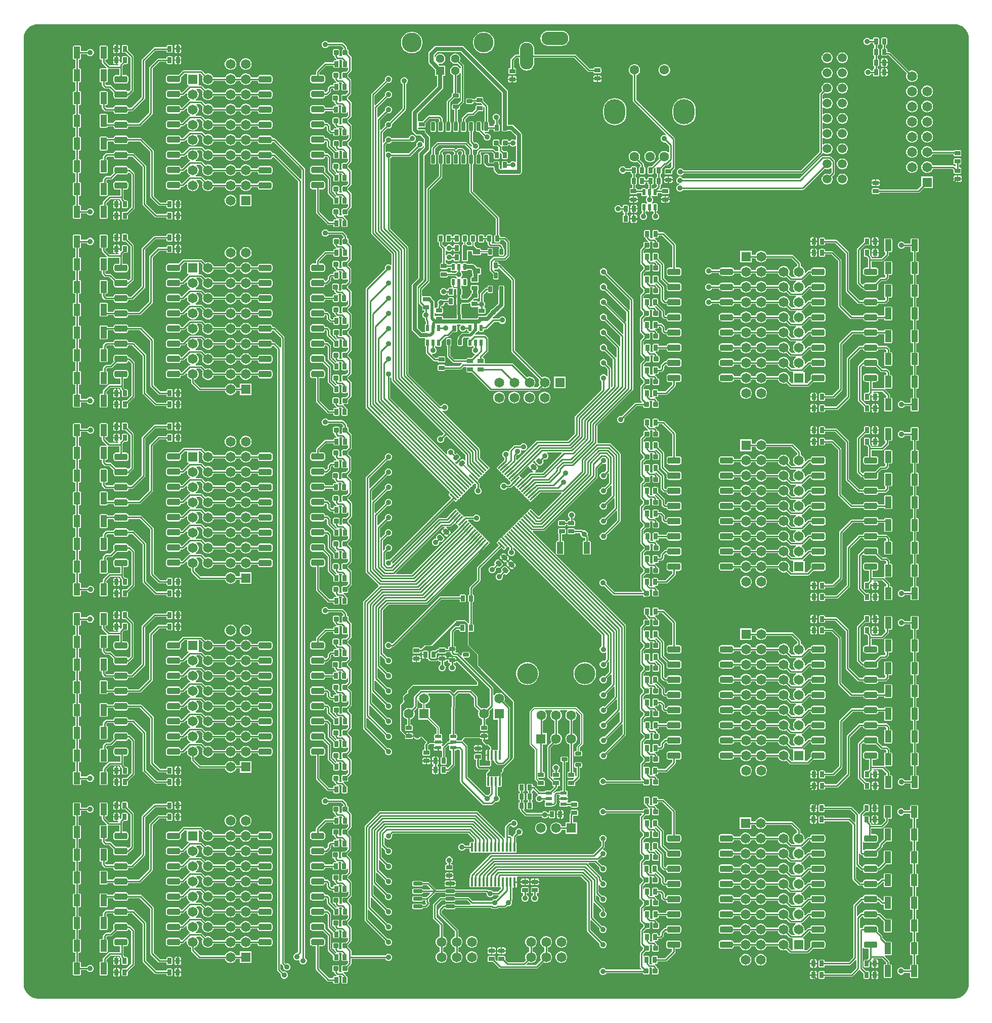
<source format=gtl>
G04*
G04 #@! TF.GenerationSoftware,Altium Limited,Altium Designer,25.8.1 (18)*
G04*
G04 Layer_Physical_Order=1*
G04 Layer_Color=255*
%FSLAX44Y44*%
%MOMM*%
G71*
G04*
G04 #@! TF.SameCoordinates,F625E077-19EE-4E80-AD8A-59A8E9CBE096*
G04*
G04*
G04 #@! TF.FilePolarity,Positive*
G04*
G01*
G75*
%ADD10C,0.2000*%
G04:AMPARAMS|DCode=29|XSize=0.72mm|YSize=0.99mm|CornerRadius=0.09mm|HoleSize=0mm|Usage=FLASHONLY|Rotation=0.000|XOffset=0mm|YOffset=0mm|HoleType=Round|Shape=RoundedRectangle|*
%AMROUNDEDRECTD29*
21,1,0.7200,0.8100,0,0,0.0*
21,1,0.5400,0.9900,0,0,0.0*
1,1,0.1800,0.2700,-0.4050*
1,1,0.1800,-0.2700,-0.4050*
1,1,0.1800,-0.2700,0.4050*
1,1,0.1800,0.2700,0.4050*
%
%ADD29ROUNDEDRECTD29*%
G04:AMPARAMS|DCode=30|XSize=0.72mm|YSize=0.99mm|CornerRadius=0.09mm|HoleSize=0mm|Usage=FLASHONLY|Rotation=90.000|XOffset=0mm|YOffset=0mm|HoleType=Round|Shape=RoundedRectangle|*
%AMROUNDEDRECTD30*
21,1,0.7200,0.8100,0,0,90.0*
21,1,0.5400,0.9900,0,0,90.0*
1,1,0.1800,0.4050,0.2700*
1,1,0.1800,0.4050,-0.2700*
1,1,0.1800,-0.4050,-0.2700*
1,1,0.1800,-0.4050,0.2700*
%
%ADD30ROUNDEDRECTD30*%
G04:AMPARAMS|DCode=31|XSize=1mm|YSize=0.6mm|CornerRadius=0.075mm|HoleSize=0mm|Usage=FLASHONLY|Rotation=270.000|XOffset=0mm|YOffset=0mm|HoleType=Round|Shape=RoundedRectangle|*
%AMROUNDEDRECTD31*
21,1,1.0000,0.4500,0,0,270.0*
21,1,0.8500,0.6000,0,0,270.0*
1,1,0.1500,-0.2250,-0.4250*
1,1,0.1500,-0.2250,0.4250*
1,1,0.1500,0.2250,0.4250*
1,1,0.1500,0.2250,-0.4250*
%
%ADD31ROUNDEDRECTD31*%
G04:AMPARAMS|DCode=32|XSize=1.2mm|YSize=0.9mm|CornerRadius=0.1125mm|HoleSize=0mm|Usage=FLASHONLY|Rotation=0.000|XOffset=0mm|YOffset=0mm|HoleType=Round|Shape=RoundedRectangle|*
%AMROUNDEDRECTD32*
21,1,1.2000,0.6750,0,0,0.0*
21,1,0.9750,0.9000,0,0,0.0*
1,1,0.2250,0.4875,-0.3375*
1,1,0.2250,-0.4875,-0.3375*
1,1,0.2250,-0.4875,0.3375*
1,1,0.2250,0.4875,0.3375*
%
%ADD32ROUNDEDRECTD32*%
G04:AMPARAMS|DCode=33|XSize=0.3mm|YSize=1.5mm|CornerRadius=0.0375mm|HoleSize=0mm|Usage=FLASHONLY|Rotation=315.000|XOffset=0mm|YOffset=0mm|HoleType=Round|Shape=RoundedRectangle|*
%AMROUNDEDRECTD33*
21,1,0.3000,1.4250,0,0,315.0*
21,1,0.2250,1.5000,0,0,315.0*
1,1,0.0750,-0.4243,-0.5834*
1,1,0.0750,-0.5834,-0.4243*
1,1,0.0750,0.4243,0.5834*
1,1,0.0750,0.5834,0.4243*
%
%ADD33ROUNDEDRECTD33*%
G04:AMPARAMS|DCode=34|XSize=0.3mm|YSize=1.5mm|CornerRadius=0.0375mm|HoleSize=0mm|Usage=FLASHONLY|Rotation=45.000|XOffset=0mm|YOffset=0mm|HoleType=Round|Shape=RoundedRectangle|*
%AMROUNDEDRECTD34*
21,1,0.3000,1.4250,0,0,45.0*
21,1,0.2250,1.5000,0,0,45.0*
1,1,0.0750,0.5834,-0.4243*
1,1,0.0750,0.4243,-0.5834*
1,1,0.0750,-0.5834,0.4243*
1,1,0.0750,-0.4243,0.5834*
%
%ADD34ROUNDEDRECTD34*%
G04:AMPARAMS|DCode=35|XSize=1mm|YSize=0.6mm|CornerRadius=0.075mm|HoleSize=0mm|Usage=FLASHONLY|Rotation=180.000|XOffset=0mm|YOffset=0mm|HoleType=Round|Shape=RoundedRectangle|*
%AMROUNDEDRECTD35*
21,1,1.0000,0.4500,0,0,180.0*
21,1,0.8500,0.6000,0,0,180.0*
1,1,0.1500,-0.4250,0.2250*
1,1,0.1500,0.4250,0.2250*
1,1,0.1500,0.4250,-0.2250*
1,1,0.1500,-0.4250,-0.2250*
%
%ADD35ROUNDEDRECTD35*%
G04:AMPARAMS|DCode=36|XSize=2mm|YSize=1.05mm|CornerRadius=0.05mm|HoleSize=0mm|Usage=FLASHONLY|Rotation=90.000|XOffset=0mm|YOffset=0mm|HoleType=Round|Shape=RoundedRectangle|*
%AMROUNDEDRECTD36*
21,1,2.0000,0.9500,0,0,90.0*
21,1,1.9000,1.0500,0,0,90.0*
1,1,0.1000,0.4750,0.9500*
1,1,0.1000,0.4750,-0.9500*
1,1,0.1000,-0.4750,-0.9500*
1,1,0.1000,-0.4750,0.9500*
%
%ADD36ROUNDEDRECTD36*%
G04:AMPARAMS|DCode=37|XSize=1.45mm|YSize=0.396mm|CornerRadius=0.0495mm|HoleSize=0mm|Usage=FLASHONLY|Rotation=270.000|XOffset=0mm|YOffset=0mm|HoleType=Round|Shape=RoundedRectangle|*
%AMROUNDEDRECTD37*
21,1,1.4500,0.2970,0,0,270.0*
21,1,1.3510,0.3960,0,0,270.0*
1,1,0.0990,-0.1485,-0.6755*
1,1,0.0990,-0.1485,0.6755*
1,1,0.0990,0.1485,0.6755*
1,1,0.0990,0.1485,-0.6755*
%
%ADD37ROUNDEDRECTD37*%
G04:AMPARAMS|DCode=38|XSize=2.2mm|YSize=1.1mm|CornerRadius=0.275mm|HoleSize=0mm|Usage=FLASHONLY|Rotation=0.000|XOffset=0mm|YOffset=0mm|HoleType=Round|Shape=RoundedRectangle|*
%AMROUNDEDRECTD38*
21,1,2.2000,0.5500,0,0,0.0*
21,1,1.6500,1.1000,0,0,0.0*
1,1,0.5500,0.8250,-0.2750*
1,1,0.5500,-0.8250,-0.2750*
1,1,0.5500,-0.8250,0.2750*
1,1,0.5500,0.8250,0.2750*
%
%ADD38ROUNDEDRECTD38*%
G04:AMPARAMS|DCode=39|XSize=0.8mm|YSize=0.8mm|CornerRadius=0.05mm|HoleSize=0mm|Usage=FLASHONLY|Rotation=180.000|XOffset=0mm|YOffset=0mm|HoleType=Round|Shape=RoundedRectangle|*
%AMROUNDEDRECTD39*
21,1,0.8000,0.7000,0,0,180.0*
21,1,0.7000,0.8000,0,0,180.0*
1,1,0.1000,-0.3500,0.3500*
1,1,0.1000,0.3500,0.3500*
1,1,0.1000,0.3500,-0.3500*
1,1,0.1000,-0.3500,-0.3500*
%
%ADD39ROUNDEDRECTD39*%
G04:AMPARAMS|DCode=40|XSize=0.72mm|YSize=0.99mm|CornerRadius=0.09mm|HoleSize=0mm|Usage=FLASHONLY|Rotation=225.000|XOffset=0mm|YOffset=0mm|HoleType=Round|Shape=RoundedRectangle|*
%AMROUNDEDRECTD40*
21,1,0.7200,0.8100,0,0,225.0*
21,1,0.5400,0.9900,0,0,225.0*
1,1,0.1800,-0.4773,0.0955*
1,1,0.1800,-0.0955,0.4773*
1,1,0.1800,0.4773,-0.0955*
1,1,0.1800,0.0955,-0.4773*
%
%ADD40ROUNDEDRECTD40*%
G04:AMPARAMS|DCode=41|XSize=0.72mm|YSize=0.99mm|CornerRadius=0.09mm|HoleSize=0mm|Usage=FLASHONLY|Rotation=135.000|XOffset=0mm|YOffset=0mm|HoleType=Round|Shape=RoundedRectangle|*
%AMROUNDEDRECTD41*
21,1,0.7200,0.8100,0,0,135.0*
21,1,0.5400,0.9900,0,0,135.0*
1,1,0.1800,0.0955,0.4773*
1,1,0.1800,0.4773,0.0955*
1,1,0.1800,-0.0955,-0.4773*
1,1,0.1800,-0.4773,-0.0955*
%
%ADD41ROUNDEDRECTD41*%
G04:AMPARAMS|DCode=42|XSize=1.05mm|YSize=0.55mm|CornerRadius=0.0688mm|HoleSize=0mm|Usage=FLASHONLY|Rotation=90.000|XOffset=0mm|YOffset=0mm|HoleType=Round|Shape=RoundedRectangle|*
%AMROUNDEDRECTD42*
21,1,1.0500,0.4125,0,0,90.0*
21,1,0.9125,0.5500,0,0,90.0*
1,1,0.1375,0.2063,0.4563*
1,1,0.1375,0.2063,-0.4563*
1,1,0.1375,-0.2063,-0.4563*
1,1,0.1375,-0.2063,0.4563*
%
%ADD42ROUNDEDRECTD42*%
G04:AMPARAMS|DCode=43|XSize=0.6mm|YSize=1.45mm|CornerRadius=0.075mm|HoleSize=0mm|Usage=FLASHONLY|Rotation=0.000|XOffset=0mm|YOffset=0mm|HoleType=Round|Shape=RoundedRectangle|*
%AMROUNDEDRECTD43*
21,1,0.6000,1.3000,0,0,0.0*
21,1,0.4500,1.4500,0,0,0.0*
1,1,0.1500,0.2250,-0.6500*
1,1,0.1500,-0.2250,-0.6500*
1,1,0.1500,-0.2250,0.6500*
1,1,0.1500,0.2250,0.6500*
%
%ADD43ROUNDEDRECTD43*%
G04:AMPARAMS|DCode=44|XSize=1.05mm|YSize=0.55mm|CornerRadius=0.0688mm|HoleSize=0mm|Usage=FLASHONLY|Rotation=0.000|XOffset=0mm|YOffset=0mm|HoleType=Round|Shape=RoundedRectangle|*
%AMROUNDEDRECTD44*
21,1,1.0500,0.4125,0,0,0.0*
21,1,0.9125,0.5500,0,0,0.0*
1,1,0.1375,0.4563,-0.2063*
1,1,0.1375,-0.4563,-0.2063*
1,1,0.1375,-0.4563,0.2063*
1,1,0.1375,0.4563,0.2063*
%
%ADD44ROUNDEDRECTD44*%
G04:AMPARAMS|DCode=80|XSize=0.6mm|YSize=1.45mm|CornerRadius=0.075mm|HoleSize=0mm|Usage=FLASHONLY|Rotation=90.000|XOffset=0mm|YOffset=0mm|HoleType=Round|Shape=RoundedRectangle|*
%AMROUNDEDRECTD80*
21,1,0.6000,1.3000,0,0,90.0*
21,1,0.4500,1.4500,0,0,90.0*
1,1,0.1500,0.6500,0.2250*
1,1,0.1500,0.6500,-0.2250*
1,1,0.1500,-0.6500,-0.2250*
1,1,0.1500,-0.6500,0.2250*
%
%ADD80ROUNDEDRECTD80*%
G04:AMPARAMS|DCode=81|XSize=1.45mm|YSize=0.395mm|CornerRadius=0.0494mm|HoleSize=0mm|Usage=FLASHONLY|Rotation=90.000|XOffset=0mm|YOffset=0mm|HoleType=Round|Shape=RoundedRectangle|*
%AMROUNDEDRECTD81*
21,1,1.4500,0.2963,0,0,90.0*
21,1,1.3513,0.3950,0,0,90.0*
1,1,0.0988,0.1481,0.6756*
1,1,0.0988,0.1481,-0.6756*
1,1,0.0988,-0.1481,-0.6756*
1,1,0.0988,-0.1481,0.6756*
%
%ADD81ROUNDEDRECTD81*%
%ADD82C,0.2540*%
%ADD83C,0.2540*%
%ADD84C,0.5000*%
%ADD85C,0.7000*%
%ADD86C,0.2536*%
%ADD87C,0.2536*%
%ADD88O,5.0000X2.5000*%
%ADD89O,4.5000X2.2500*%
%ADD90O,2.2500X4.5000*%
%ADD91C,1.6500*%
%ADD92R,1.6500X1.6500*%
%ADD93R,1.5000X1.5000*%
%ADD94C,1.5000*%
%ADD95C,3.5000*%
%ADD96C,1.6000*%
%ADD97O,3.6000X4.2000*%
%ADD98R,1.6500X1.6500*%
%ADD99C,3.3160*%
%ADD100C,1.4280*%
%ADD101R,1.4280X1.4280*%
%ADD102C,0.9000*%
G36*
X1185457Y408631D02*
Y408631D01*
X1186949Y408555D01*
X1190267Y408228D01*
X1194892Y406825D01*
X1199154Y404547D01*
X1202890Y401481D01*
X1205956Y397745D01*
X1208234Y393483D01*
X1209637Y388858D01*
X1209964Y385541D01*
X1210040Y384048D01*
X1210040Y384048D01*
X1210040Y382552D01*
Y-1197877D01*
X1210040Y-1197892D01*
X1210040Y-1199388D01*
X1209964Y-1200880D01*
X1209637Y-1204198D01*
X1208234Y-1208823D01*
X1205956Y-1213085D01*
X1202890Y-1216821D01*
X1199154Y-1219887D01*
X1194892Y-1222165D01*
X1190267Y-1223568D01*
X1186951Y-1223895D01*
X1185457Y-1223971D01*
X1185457Y-1223971D01*
X1183961Y-1223971D01*
X-345668D01*
X-345683Y-1223971D01*
X-347179Y-1223971D01*
X-348671Y-1223895D01*
X-351989Y-1223568D01*
X-356614Y-1222165D01*
X-360876Y-1219887D01*
X-364612Y-1216821D01*
X-367678Y-1213085D01*
X-369956Y-1208823D01*
X-371359Y-1204198D01*
X-371686Y-1200882D01*
X-371762Y-1199388D01*
X-371762Y-1199388D01*
X-371762Y-1197892D01*
Y382537D01*
X-371762Y382552D01*
X-371762Y384048D01*
X-371686Y385540D01*
X-371359Y388858D01*
X-369956Y393483D01*
X-367678Y397745D01*
X-364612Y401481D01*
X-360876Y404547D01*
X-356614Y406825D01*
X-351989Y408228D01*
X-348673Y408555D01*
X-347179Y408631D01*
X-347179Y408631D01*
X-345683Y408631D01*
X1183961D01*
X1185457Y408631D01*
D02*
G37*
%LPC*%
G36*
X1057520Y386227D02*
X1052120D01*
X1051184Y386041D01*
X1050390Y385510D01*
X1049859Y384716D01*
X1049673Y383780D01*
Y382554D01*
X1045454D01*
X1045217Y383129D01*
X1043529Y384817D01*
X1041323Y385730D01*
X1038936D01*
X1036731Y384817D01*
X1035043Y383129D01*
X1034130Y380924D01*
Y378536D01*
X1035043Y376331D01*
X1036731Y374643D01*
X1038936Y373730D01*
X1041323D01*
X1043529Y374643D01*
X1045217Y376331D01*
X1045454Y376906D01*
X1049673D01*
Y375680D01*
X1049859Y374744D01*
X1050390Y373950D01*
X1051184Y373419D01*
X1051996Y373258D01*
Y368422D01*
X1051184Y368261D01*
X1050390Y367730D01*
X1049859Y366936D01*
X1049673Y366000D01*
Y357900D01*
X1049859Y356964D01*
X1050390Y356170D01*
X1051184Y355639D01*
X1051996Y355478D01*
Y350642D01*
X1051184Y350481D01*
X1050390Y349950D01*
X1049859Y349156D01*
X1049673Y348220D01*
Y340120D01*
X1049859Y339184D01*
X1050390Y338390D01*
X1051184Y337859D01*
X1051996Y337698D01*
Y334132D01*
X1051184Y333971D01*
X1050390Y333440D01*
X1049859Y332646D01*
X1049673Y331710D01*
Y330484D01*
X1046554D01*
X1046316Y331059D01*
X1044628Y332747D01*
X1042423Y333660D01*
X1040036D01*
X1037830Y332747D01*
X1036143Y331059D01*
X1035229Y328853D01*
Y326467D01*
X1036143Y324261D01*
X1037830Y322574D01*
X1040036Y321660D01*
X1042423D01*
X1044628Y322574D01*
X1046316Y324261D01*
X1046554Y324836D01*
X1049673D01*
Y323610D01*
X1049859Y322674D01*
X1050390Y321880D01*
X1051184Y321349D01*
X1052120Y321163D01*
X1057520D01*
X1058456Y321349D01*
X1059250Y321880D01*
X1059781Y322674D01*
X1059967Y323610D01*
Y331710D01*
X1059781Y332646D01*
X1059250Y333440D01*
X1058456Y333971D01*
X1057644Y334132D01*
Y337698D01*
X1058456Y337859D01*
X1059250Y338390D01*
X1059781Y339184D01*
X1059967Y340120D01*
Y348220D01*
X1059781Y349156D01*
X1059250Y349950D01*
X1058456Y350481D01*
X1057644Y350642D01*
Y355478D01*
X1058456Y355639D01*
X1059250Y356170D01*
X1059781Y356964D01*
X1059967Y357900D01*
Y366000D01*
X1059781Y366936D01*
X1059250Y367730D01*
X1058456Y368261D01*
X1057644Y368422D01*
Y373258D01*
X1058456Y373419D01*
X1059250Y373950D01*
X1059781Y374744D01*
X1059967Y375680D01*
Y383780D01*
X1059781Y384716D01*
X1059250Y385510D01*
X1058456Y386041D01*
X1057520Y386227D01*
D02*
G37*
G36*
X528500Y397610D02*
X506000D01*
X502672Y397172D01*
X499570Y395887D01*
X496907Y393843D01*
X494863Y391180D01*
X493578Y388078D01*
X493140Y384750D01*
X493578Y381422D01*
X494863Y378320D01*
X496907Y375657D01*
X499570Y373613D01*
X502672Y372328D01*
X506000Y371890D01*
X528500D01*
X531828Y372328D01*
X534930Y373613D01*
X537593Y375657D01*
X539637Y378320D01*
X540922Y381422D01*
X541360Y384750D01*
X540922Y388078D01*
X539637Y391180D01*
X537593Y393843D01*
X534930Y395887D01*
X531828Y397172D01*
X528500Y397610D01*
D02*
G37*
G36*
X-213591Y374157D02*
X-215291D01*
Y368150D01*
X-210634D01*
Y371200D01*
X-210859Y372332D01*
X-211500Y373291D01*
X-212460Y373932D01*
X-213591Y374157D01*
D02*
G37*
G36*
X-217291D02*
X-218991D01*
X-220123Y373932D01*
X-221082Y373291D01*
X-221723Y372332D01*
X-221948Y371200D01*
Y368150D01*
X-217291D01*
Y374157D01*
D02*
G37*
G36*
X-110891D02*
X-112591D01*
Y368150D01*
X-107934D01*
Y371200D01*
X-108159Y372332D01*
X-108800Y373291D01*
X-109759Y373932D01*
X-110891Y374157D01*
D02*
G37*
G36*
X-114591D02*
X-116291D01*
X-117423Y373932D01*
X-118382Y373291D01*
X-119023Y372332D01*
X-119248Y371200D01*
Y368150D01*
X-114591D01*
Y374157D01*
D02*
G37*
G36*
X-124691Y373647D02*
X-130091D01*
X-131027Y373461D01*
X-131821Y372930D01*
X-132352Y372136D01*
X-132538Y371200D01*
Y369974D01*
X-152241D01*
X-153322Y369759D01*
X-154238Y369147D01*
X-154238Y369147D01*
X-173288Y350097D01*
X-173900Y349181D01*
X-174115Y348100D01*
X-174115Y348100D01*
Y285770D01*
X-191636Y268249D01*
X-196373D01*
X-196688Y269833D01*
X-197627Y271239D01*
X-199033Y272178D01*
X-200691Y272508D01*
X-217191D01*
X-218849Y272178D01*
X-220255Y271239D01*
X-221194Y269833D01*
X-221509Y268249D01*
X-233496D01*
X-235117Y269870D01*
Y273061D01*
X-233191D01*
X-232411Y273216D01*
X-231749Y273658D01*
X-231307Y274320D01*
X-231152Y275100D01*
Y294100D01*
X-231307Y294881D01*
X-231749Y295542D01*
X-232411Y295984D01*
X-233191Y296139D01*
X-242691D01*
X-243471Y295984D01*
X-244133Y295542D01*
X-244575Y294881D01*
X-244730Y294100D01*
Y275100D01*
X-244575Y274320D01*
X-244133Y273658D01*
X-243471Y273216D01*
X-242691Y273061D01*
X-240765D01*
Y268700D01*
X-240765Y268700D01*
X-240550Y267619D01*
X-239938Y266703D01*
X-236663Y263428D01*
X-235747Y262816D01*
X-234666Y262601D01*
X-234666Y262601D01*
X-221509D01*
X-221194Y261017D01*
X-220255Y259611D01*
X-218849Y258672D01*
X-217191Y258342D01*
X-200691D01*
X-199033Y258672D01*
X-197627Y259611D01*
X-196688Y261017D01*
X-196373Y262601D01*
X-190466D01*
X-190466Y262601D01*
X-189385Y262816D01*
X-188469Y263428D01*
X-169294Y282603D01*
X-168682Y283519D01*
X-168467Y284600D01*
X-168467Y284600D01*
Y346930D01*
X-151071Y364326D01*
X-132538D01*
Y363100D01*
X-132352Y362164D01*
X-131821Y361370D01*
X-131027Y360839D01*
X-130091Y360653D01*
X-124691D01*
X-123755Y360839D01*
X-122961Y361370D01*
X-122430Y362164D01*
X-122244Y363100D01*
Y371200D01*
X-122430Y372136D01*
X-122961Y372930D01*
X-123755Y373461D01*
X-124691Y373647D01*
D02*
G37*
G36*
X-107934Y366150D02*
X-112591D01*
Y360143D01*
X-110891D01*
X-109759Y360368D01*
X-108800Y361009D01*
X-108159Y361969D01*
X-107934Y363100D01*
Y366150D01*
D02*
G37*
G36*
X-114591D02*
X-119248D01*
Y363100D01*
X-119023Y361969D01*
X-118382Y361009D01*
X-117423Y360368D01*
X-116291Y360143D01*
X-114591D01*
Y366150D01*
D02*
G37*
G36*
X-210634Y366150D02*
X-215291D01*
Y360143D01*
X-213591D01*
X-212460Y360368D01*
X-211500Y361009D01*
X-210859Y361969D01*
X-210634Y363100D01*
Y366150D01*
D02*
G37*
G36*
X-217291D02*
X-221948D01*
Y363100D01*
X-221723Y361969D01*
X-221082Y361009D01*
X-220123Y360368D01*
X-218991Y360143D01*
X-217291D01*
Y366150D01*
D02*
G37*
G36*
X400001Y395700D02*
X396439D01*
X392946Y395005D01*
X389656Y393642D01*
X386695Y391664D01*
X384176Y389145D01*
X382198Y386184D01*
X380835Y382894D01*
X380140Y379401D01*
Y375839D01*
X380835Y372346D01*
X382198Y369056D01*
X384176Y366095D01*
X386695Y363576D01*
X389656Y361598D01*
X392946Y360235D01*
X396439Y359540D01*
X400001D01*
X403494Y360235D01*
X406784Y361598D01*
X409745Y363576D01*
X412264Y366095D01*
X414242Y369056D01*
X415605Y372346D01*
X416300Y375839D01*
Y379401D01*
X415605Y382894D01*
X414242Y386184D01*
X412264Y389145D01*
X409745Y391664D01*
X406784Y393642D01*
X403494Y395005D01*
X400001Y395700D01*
D02*
G37*
G36*
X279601D02*
X276039D01*
X272546Y395005D01*
X269256Y393642D01*
X266295Y391664D01*
X263776Y389145D01*
X261798Y386184D01*
X260435Y382894D01*
X259740Y379401D01*
Y375839D01*
X260435Y372346D01*
X261798Y369056D01*
X263776Y366095D01*
X266295Y363576D01*
X269256Y361598D01*
X272546Y360235D01*
X276039Y359540D01*
X279601D01*
X283094Y360235D01*
X286384Y361598D01*
X289345Y363576D01*
X291864Y366095D01*
X293842Y369056D01*
X295205Y372346D01*
X295900Y375839D01*
Y379401D01*
X295205Y382894D01*
X293842Y386184D01*
X291864Y389145D01*
X289345Y391664D01*
X286384Y393642D01*
X283094Y395005D01*
X279601Y395700D01*
D02*
G37*
G36*
X-277691Y372339D02*
X-287191D01*
X-287971Y372184D01*
X-288633Y371742D01*
X-289075Y371081D01*
X-289230Y370300D01*
Y351300D01*
X-289075Y350520D01*
X-288633Y349858D01*
X-287971Y349416D01*
X-287191Y349261D01*
X-285265D01*
Y334239D01*
X-287191D01*
X-287971Y334084D01*
X-288633Y333642D01*
X-289075Y332980D01*
X-289230Y332200D01*
Y313200D01*
X-289075Y312420D01*
X-288633Y311758D01*
X-287971Y311316D01*
X-287191Y311161D01*
X-285265D01*
Y296139D01*
X-287191D01*
X-287971Y295984D01*
X-288633Y295542D01*
X-289075Y294881D01*
X-289230Y294100D01*
Y275100D01*
X-289075Y274320D01*
X-288633Y273658D01*
X-287971Y273216D01*
X-287191Y273061D01*
X-285265D01*
Y258039D01*
X-287191D01*
X-287971Y257884D01*
X-288633Y257442D01*
X-289075Y256780D01*
X-289230Y256000D01*
Y237000D01*
X-289075Y236220D01*
X-288633Y235558D01*
X-287971Y235116D01*
X-287191Y234961D01*
X-285265D01*
Y219939D01*
X-287191D01*
X-287971Y219784D01*
X-288633Y219342D01*
X-289075Y218680D01*
X-289230Y217900D01*
Y198900D01*
X-289075Y198120D01*
X-288633Y197458D01*
X-287971Y197016D01*
X-287191Y196861D01*
X-285265D01*
Y181839D01*
X-287191D01*
X-287971Y181684D01*
X-288633Y181242D01*
X-289075Y180581D01*
X-289230Y179800D01*
Y160800D01*
X-289075Y160020D01*
X-288633Y159358D01*
X-287971Y158916D01*
X-287191Y158761D01*
X-285265D01*
Y143739D01*
X-287191D01*
X-287971Y143584D01*
X-288633Y143142D01*
X-289075Y142480D01*
X-289230Y141700D01*
Y122700D01*
X-289075Y121920D01*
X-288633Y121258D01*
X-287971Y120816D01*
X-287191Y120661D01*
X-285265D01*
Y105639D01*
X-287191D01*
X-287971Y105484D01*
X-288633Y105042D01*
X-289075Y104381D01*
X-289230Y103600D01*
Y84600D01*
X-289075Y83820D01*
X-288633Y83158D01*
X-287971Y82716D01*
X-287191Y82561D01*
X-277691D01*
X-276911Y82716D01*
X-276249Y83158D01*
X-275807Y83820D01*
X-275652Y84600D01*
Y91276D01*
X-265515D01*
X-265278Y90701D01*
X-263590Y89014D01*
X-261384Y88100D01*
X-258997D01*
X-256792Y89014D01*
X-255104Y90701D01*
X-254191Y92907D01*
Y95294D01*
X-255104Y97499D01*
X-256792Y99187D01*
X-258997Y100100D01*
X-261384D01*
X-263590Y99187D01*
X-265278Y97499D01*
X-265515Y96924D01*
X-275652D01*
Y103600D01*
X-275807Y104381D01*
X-276249Y105042D01*
X-276911Y105484D01*
X-277691Y105639D01*
X-279617D01*
Y120661D01*
X-277691D01*
X-276911Y120816D01*
X-276249Y121258D01*
X-275807Y121920D01*
X-275652Y122700D01*
Y141700D01*
X-275807Y142480D01*
X-276249Y143142D01*
X-276911Y143584D01*
X-277691Y143739D01*
X-279617D01*
Y158761D01*
X-277691D01*
X-276911Y158916D01*
X-276249Y159358D01*
X-275807Y160020D01*
X-275652Y160800D01*
Y179800D01*
X-275807Y180581D01*
X-276249Y181242D01*
X-276911Y181684D01*
X-277691Y181839D01*
X-279617D01*
Y196861D01*
X-277691D01*
X-276911Y197016D01*
X-276249Y197458D01*
X-275807Y198120D01*
X-275652Y198900D01*
Y217900D01*
X-275807Y218680D01*
X-276249Y219342D01*
X-276911Y219784D01*
X-277691Y219939D01*
X-279617D01*
Y234961D01*
X-277691D01*
X-276911Y235116D01*
X-276249Y235558D01*
X-275807Y236220D01*
X-275652Y237000D01*
Y256000D01*
X-275807Y256780D01*
X-276249Y257442D01*
X-276911Y257884D01*
X-277691Y258039D01*
X-279617D01*
Y273061D01*
X-277691D01*
X-276911Y273216D01*
X-276249Y273658D01*
X-275807Y274320D01*
X-275652Y275100D01*
Y294100D01*
X-275807Y294881D01*
X-276249Y295542D01*
X-276911Y295984D01*
X-277691Y296139D01*
X-279617D01*
Y311161D01*
X-277691D01*
X-276911Y311316D01*
X-276249Y311758D01*
X-275807Y312420D01*
X-275652Y313200D01*
Y332200D01*
X-275807Y332980D01*
X-276249Y333642D01*
X-276911Y334084D01*
X-277691Y334239D01*
X-279617D01*
Y349261D01*
X-277691D01*
X-276911Y349416D01*
X-276249Y349858D01*
X-275807Y350520D01*
X-275652Y351300D01*
Y357976D01*
X-265515D01*
X-265278Y357401D01*
X-263590Y355714D01*
X-261384Y354800D01*
X-258997D01*
X-256792Y355714D01*
X-255104Y357401D01*
X-254191Y359607D01*
Y361994D01*
X-255104Y364199D01*
X-256792Y365887D01*
X-258997Y366800D01*
X-261384D01*
X-263590Y365887D01*
X-265278Y364199D01*
X-265515Y363624D01*
X-275652D01*
Y370300D01*
X-275807Y371081D01*
X-276249Y371742D01*
X-276911Y372184D01*
X-277691Y372339D01*
D02*
G37*
G36*
X134544Y380650D02*
X132156D01*
X129951Y379737D01*
X128263Y378049D01*
X127350Y375844D01*
Y373456D01*
X128263Y371251D01*
X129951Y369563D01*
X132156Y368650D01*
X134544D01*
X136749Y369563D01*
X138437Y371251D01*
X138674Y371826D01*
X160120D01*
X163585Y368361D01*
Y366339D01*
X162909D01*
X162129Y366184D01*
X161467Y365742D01*
X161025Y365080D01*
X160870Y364300D01*
Y357300D01*
X161025Y356520D01*
X161200Y356258D01*
X160691Y354932D01*
X160525Y354734D01*
X157294D01*
X157127Y354932D01*
X156618Y356258D01*
X156793Y356520D01*
X156948Y357300D01*
Y364300D01*
X156793Y365080D01*
X156351Y365742D01*
X155689Y366184D01*
X154909Y366339D01*
X147909D01*
X147129Y366184D01*
X146467Y365742D01*
X146025Y365080D01*
X145870Y364300D01*
Y357300D01*
X146025Y356520D01*
X146467Y355858D01*
X147129Y355416D01*
X147383Y355366D01*
X148465Y354450D01*
X148680Y353369D01*
X149292Y352453D01*
X151832Y349913D01*
X151832Y349913D01*
X152043Y349772D01*
X151756Y348532D01*
X151581Y348248D01*
X149310D01*
X148373Y348062D01*
X147580Y347531D01*
X147049Y346737D01*
X146863Y345801D01*
Y344575D01*
X133510D01*
X133510Y344575D01*
X132429Y344360D01*
X131513Y343748D01*
X131513Y343748D01*
X118362Y330597D01*
X117750Y329681D01*
X117535Y328600D01*
X117535Y328600D01*
Y323558D01*
X112109D01*
X110451Y323228D01*
X109045Y322289D01*
X108106Y320883D01*
X107776Y319225D01*
Y313725D01*
X108106Y312067D01*
X109045Y310661D01*
X110451Y309722D01*
X112109Y309392D01*
X128609D01*
X130267Y309722D01*
X131673Y310661D01*
X132612Y312067D01*
X132942Y313725D01*
Y319225D01*
X132612Y320883D01*
X131673Y322289D01*
X130267Y323228D01*
X128609Y323558D01*
X123183D01*
Y327430D01*
X134680Y338927D01*
X146863D01*
Y337701D01*
X147049Y336764D01*
X147580Y335971D01*
X148373Y335440D01*
X149310Y335254D01*
X154710D01*
X155646Y335440D01*
X156440Y335971D01*
X156971Y336764D01*
X157157Y337701D01*
Y345801D01*
X156971Y346737D01*
X156440Y347531D01*
X156394Y347562D01*
X156857Y349086D01*
X160279D01*
X161420Y347945D01*
X161380Y347531D01*
X160849Y346737D01*
X160663Y345801D01*
Y337701D01*
X160849Y336764D01*
X161380Y335971D01*
X162174Y335440D01*
X163110Y335254D01*
X168510D01*
X169446Y335440D01*
X169801Y335677D01*
X171207Y335107D01*
X171325Y335002D01*
Y332160D01*
X167404Y328239D01*
X162359D01*
X161579Y328084D01*
X160917Y327642D01*
X160475Y326980D01*
X160320Y326200D01*
Y319200D01*
X160475Y318420D01*
X160650Y318158D01*
X160141Y316832D01*
X159975Y316634D01*
X156743D01*
X156577Y316832D01*
X156068Y318158D01*
X156243Y318420D01*
X156398Y319200D01*
Y326200D01*
X156243Y326981D01*
X155801Y327642D01*
X155139Y328084D01*
X154359Y328239D01*
X147359D01*
X146579Y328084D01*
X145917Y327642D01*
X145475Y326981D01*
X145320Y326200D01*
Y319200D01*
X145475Y318420D01*
X145917Y317758D01*
X146579Y317316D01*
X147318Y317169D01*
X148465Y316350D01*
X148680Y315269D01*
X149292Y314353D01*
X149292Y314353D01*
X151832Y311813D01*
X151832Y311813D01*
X152043Y311672D01*
X151756Y310432D01*
X151581Y310148D01*
X148760D01*
X147823Y309962D01*
X147030Y309431D01*
X146499Y308637D01*
X146313Y307701D01*
Y306475D01*
X142400D01*
X141319Y306260D01*
X140403Y305648D01*
X140403Y305648D01*
X137862Y303107D01*
X137250Y302191D01*
X137035Y301110D01*
X137035Y301110D01*
Y297200D01*
X134357Y294523D01*
X132704Y295024D01*
X132612Y295483D01*
X131673Y296889D01*
X130267Y297829D01*
X128609Y298158D01*
X112109D01*
X110451Y297829D01*
X109045Y296889D01*
X108106Y295483D01*
X107776Y293825D01*
Y288325D01*
X108106Y286667D01*
X109045Y285261D01*
X110451Y284322D01*
X112109Y283992D01*
X128609D01*
X130267Y284322D01*
X131673Y285261D01*
X132612Y286667D01*
X132928Y288251D01*
X134904D01*
X134904Y288251D01*
X135985Y288466D01*
X136901Y289078D01*
X141856Y294033D01*
X141856Y294033D01*
X142468Y294949D01*
X142683Y296030D01*
Y299940D01*
X143570Y300827D01*
X146313D01*
Y299601D01*
X146499Y298664D01*
X147030Y297871D01*
X147823Y297340D01*
X148760Y297154D01*
X154160D01*
X155096Y297340D01*
X155890Y297871D01*
X156421Y298664D01*
X156607Y299601D01*
Y307701D01*
X156421Y308637D01*
X155890Y309431D01*
X155844Y309462D01*
X156307Y310986D01*
X159665D01*
X160856Y309701D01*
X160830Y309431D01*
X160299Y308637D01*
X160113Y307701D01*
Y299601D01*
X160299Y298664D01*
X160830Y297871D01*
X161623Y297340D01*
X162560Y297154D01*
X167960D01*
X168896Y297340D01*
X169251Y297577D01*
X170657Y297007D01*
X170775Y296902D01*
Y294060D01*
X166854Y290139D01*
X161809D01*
X161029Y289984D01*
X160367Y289542D01*
X159925Y288880D01*
X159770Y288100D01*
Y281100D01*
X159925Y280320D01*
X160100Y280058D01*
X159591Y278732D01*
X159425Y278534D01*
X156194D01*
X156027Y278732D01*
X155518Y280058D01*
X155693Y280320D01*
X155848Y281100D01*
Y288100D01*
X155693Y288881D01*
X155251Y289542D01*
X154589Y289984D01*
X153809Y290139D01*
X146809D01*
X146029Y289984D01*
X145367Y289542D01*
X144925Y288881D01*
X144770Y288100D01*
Y281100D01*
X144925Y280320D01*
X145367Y279658D01*
X146029Y279216D01*
X146768Y279069D01*
X147915Y278250D01*
X148130Y277169D01*
X148742Y276253D01*
X151282Y273713D01*
X151282Y273713D01*
X151493Y273572D01*
X151206Y272332D01*
X151031Y272048D01*
X148210D01*
X147274Y271862D01*
X146480Y271331D01*
X145949Y270537D01*
X145763Y269601D01*
Y268499D01*
X132928D01*
X132612Y270083D01*
X131673Y271489D01*
X130267Y272428D01*
X128609Y272758D01*
X112109D01*
X110451Y272428D01*
X109045Y271489D01*
X108106Y270083D01*
X107776Y268425D01*
Y262925D01*
X108106Y261267D01*
X109045Y259861D01*
X110451Y258922D01*
X112109Y258592D01*
X128609D01*
X130267Y258922D01*
X131673Y259861D01*
X132612Y261267D01*
X132928Y262851D01*
X145763D01*
Y261501D01*
X145949Y260564D01*
X146480Y259771D01*
X147274Y259240D01*
X148210Y259054D01*
X153610D01*
X154546Y259240D01*
X155340Y259771D01*
X155871Y260564D01*
X156057Y261501D01*
Y269601D01*
X155871Y270537D01*
X155340Y271331D01*
X155294Y271362D01*
X155757Y272886D01*
X159115D01*
X160306Y271601D01*
X160280Y271331D01*
X159749Y270537D01*
X159563Y269601D01*
Y261501D01*
X159749Y260564D01*
X160280Y259771D01*
X161073Y259240D01*
X162010Y259054D01*
X167410D01*
X168346Y259240D01*
X169140Y259771D01*
X169671Y260564D01*
X169801Y261219D01*
X171325Y261069D01*
Y255960D01*
X167404Y252039D01*
X162359D01*
X161579Y251884D01*
X160917Y251442D01*
X160475Y250780D01*
X160320Y250000D01*
Y243000D01*
X160475Y242220D01*
X160650Y241958D01*
X160141Y240632D01*
X159975Y240434D01*
X156743D01*
X156578Y240632D01*
X156068Y241958D01*
X156243Y242220D01*
X156398Y243000D01*
Y250000D01*
X156243Y250780D01*
X155801Y251442D01*
X155139Y251884D01*
X154359Y252039D01*
X147359D01*
X146579Y251884D01*
X145917Y251442D01*
X145475Y250780D01*
X145320Y250000D01*
Y243000D01*
X145475Y242220D01*
X145917Y241558D01*
X146579Y241116D01*
X147318Y240969D01*
X148465Y240150D01*
X148680Y239069D01*
X149292Y238153D01*
X151832Y235613D01*
X151832Y235613D01*
X152043Y235472D01*
X151756Y234232D01*
X151581Y233948D01*
X148760D01*
X147823Y233762D01*
X147030Y233231D01*
X146499Y232437D01*
X146313Y231501D01*
Y230275D01*
X143568D01*
X141413Y232430D01*
Y237610D01*
X141198Y238691D01*
X140586Y239607D01*
X140586Y239607D01*
X137921Y242272D01*
X137921Y242272D01*
X137005Y242884D01*
X135924Y243099D01*
X135924Y243099D01*
X132928D01*
X132612Y244683D01*
X131673Y246089D01*
X130267Y247029D01*
X128609Y247358D01*
X112109D01*
X110451Y247029D01*
X109045Y246089D01*
X108106Y244683D01*
X107776Y243025D01*
Y237525D01*
X108106Y235867D01*
X109045Y234461D01*
X110451Y233522D01*
X112109Y233192D01*
X128609D01*
X130267Y233522D01*
X131673Y234461D01*
X132612Y235867D01*
X132928Y237451D01*
X134754D01*
X135765Y236440D01*
Y231260D01*
X135765Y231260D01*
X135980Y230179D01*
X136592Y229263D01*
X136592Y229263D01*
X140401Y225454D01*
X141317Y224842D01*
X142398Y224627D01*
X146313D01*
Y223401D01*
X146499Y222465D01*
X147030Y221671D01*
X147823Y221140D01*
X148760Y220954D01*
X154160D01*
X155096Y221140D01*
X155890Y221671D01*
X156421Y222465D01*
X156607Y223401D01*
Y231501D01*
X156421Y232437D01*
X155890Y233231D01*
X155844Y233262D01*
X156307Y234786D01*
X159665D01*
X160856Y233501D01*
X160830Y233231D01*
X160299Y232437D01*
X160113Y231501D01*
Y223401D01*
X160299Y222465D01*
X160830Y221671D01*
X161623Y221140D01*
X162560Y220954D01*
X167960D01*
X168896Y221140D01*
X169690Y221671D01*
X170221Y222465D01*
X170351Y223119D01*
X171875Y222969D01*
Y217860D01*
X167954Y213939D01*
X162909D01*
X162129Y213784D01*
X161467Y213342D01*
X161025Y212680D01*
X160870Y211900D01*
Y204900D01*
X161025Y204120D01*
X161200Y203858D01*
X160691Y202532D01*
X160525Y202334D01*
X157294D01*
X157127Y202532D01*
X156618Y203858D01*
X156793Y204120D01*
X156948Y204900D01*
Y211900D01*
X156793Y212680D01*
X156351Y213342D01*
X155689Y213784D01*
X154909Y213939D01*
X147909D01*
X147129Y213784D01*
X146467Y213342D01*
X146025Y212680D01*
X145870Y211900D01*
Y204900D01*
X146025Y204120D01*
X146467Y203458D01*
X147129Y203016D01*
X147868Y202869D01*
X149015Y202050D01*
X149230Y200969D01*
X149842Y200053D01*
X152340Y197554D01*
X152303Y197256D01*
X151940Y196066D01*
X150726Y195979D01*
X141413Y205292D01*
Y212210D01*
X141413Y212210D01*
X141198Y213291D01*
X140586Y214207D01*
X140586Y214207D01*
X137921Y216872D01*
X137005Y217484D01*
X135924Y217699D01*
X135924Y217699D01*
X132928D01*
X132612Y219283D01*
X131673Y220689D01*
X130267Y221628D01*
X128609Y221958D01*
X112109D01*
X110451Y221628D01*
X109045Y220689D01*
X108106Y219283D01*
X107776Y217625D01*
Y212125D01*
X108106Y210467D01*
X109045Y209061D01*
X110451Y208122D01*
X112109Y207792D01*
X128609D01*
X130267Y208122D01*
X131673Y209061D01*
X132612Y210467D01*
X132928Y212051D01*
X134754D01*
X135765Y211040D01*
Y204122D01*
X135765Y204122D01*
X135980Y203041D01*
X136592Y202125D01*
X146863Y191854D01*
Y185301D01*
X147049Y184364D01*
X147580Y183571D01*
X148373Y183040D01*
X149310Y182854D01*
X154710D01*
X155646Y183040D01*
X156440Y183571D01*
X156971Y184364D01*
X157157Y185301D01*
Y193401D01*
X156971Y194337D01*
X156440Y195131D01*
X156394Y195162D01*
X156857Y196686D01*
X160215D01*
X161406Y195401D01*
X161380Y195131D01*
X160849Y194337D01*
X160663Y193401D01*
Y185301D01*
X160849Y184364D01*
X161380Y183571D01*
X162173Y183040D01*
X163110Y182854D01*
X168510D01*
X169446Y183040D01*
X169801Y183277D01*
X171207Y182707D01*
X171325Y182602D01*
Y179760D01*
X167404Y175839D01*
X162359D01*
X161579Y175684D01*
X160917Y175242D01*
X160475Y174580D01*
X160320Y173800D01*
Y166800D01*
X160475Y166020D01*
X160650Y165758D01*
X160141Y164432D01*
X159975Y164234D01*
X156743D01*
X156577Y164432D01*
X156068Y165758D01*
X156243Y166020D01*
X156398Y166800D01*
Y173800D01*
X156243Y174580D01*
X155801Y175242D01*
X155139Y175684D01*
X154359Y175839D01*
X147359D01*
X146579Y175684D01*
X145917Y175242D01*
X145475Y174580D01*
X145320Y173800D01*
Y166800D01*
X145475Y166020D01*
X145917Y165358D01*
X146579Y164916D01*
X147318Y164769D01*
X148465Y163950D01*
X148680Y162869D01*
X149292Y161953D01*
X149292Y161953D01*
X151689Y159556D01*
X151559Y158854D01*
X151158Y158031D01*
X150151Y157904D01*
X142683Y165372D01*
Y185540D01*
X142683Y185540D01*
X142468Y186621D01*
X141856Y187537D01*
X138046Y191347D01*
X137130Y191959D01*
X136049Y192174D01*
X136049Y192174D01*
X132942D01*
Y192225D01*
X132612Y193883D01*
X131673Y195289D01*
X130267Y196229D01*
X128609Y196558D01*
X112109D01*
X110451Y196229D01*
X109045Y195289D01*
X108106Y193883D01*
X107776Y192225D01*
Y186725D01*
X108106Y185067D01*
X109045Y183661D01*
X110451Y182722D01*
X112109Y182392D01*
X128609D01*
X130267Y182722D01*
X131673Y183661D01*
X132612Y185067D01*
X132903Y186526D01*
X134879D01*
X137035Y184370D01*
Y164202D01*
X137035Y164202D01*
X137250Y163121D01*
X137862Y162205D01*
X146313Y153754D01*
Y147201D01*
X146499Y146264D01*
X147030Y145471D01*
X147823Y144940D01*
X148760Y144754D01*
X154160D01*
X155096Y144940D01*
X155890Y145471D01*
X156421Y146264D01*
X156607Y147201D01*
Y155301D01*
X156421Y156237D01*
X155890Y157031D01*
X155844Y157062D01*
X156307Y158586D01*
X159665D01*
X160856Y157301D01*
X160830Y157031D01*
X160299Y156237D01*
X160113Y155301D01*
Y147201D01*
X160299Y146264D01*
X160830Y145471D01*
X161623Y144940D01*
X162560Y144754D01*
X167960D01*
X168896Y144940D01*
X169690Y145471D01*
X169801Y145636D01*
X171325Y145174D01*
Y141660D01*
X167404Y137739D01*
X162359D01*
X161579Y137584D01*
X160917Y137142D01*
X160475Y136480D01*
X160320Y135700D01*
Y128700D01*
X160475Y127920D01*
X160650Y127658D01*
X160141Y126332D01*
X159975Y126134D01*
X156743D01*
X156577Y126332D01*
X156068Y127658D01*
X156243Y127920D01*
X156398Y128700D01*
Y135700D01*
X156243Y136481D01*
X155801Y137142D01*
X155139Y137584D01*
X154359Y137739D01*
X147359D01*
X146579Y137584D01*
X145917Y137142D01*
X145475Y136481D01*
X145320Y135700D01*
Y128700D01*
X145475Y127920D01*
X145917Y127258D01*
X146579Y126816D01*
X147318Y126669D01*
X148465Y125850D01*
X148680Y124769D01*
X149292Y123853D01*
X149292Y123853D01*
X151790Y121355D01*
X151753Y121056D01*
X151390Y119866D01*
X150176Y119779D01*
X142683Y127272D01*
Y150075D01*
X142468Y151156D01*
X141856Y152072D01*
X132886Y161042D01*
X132942Y161325D01*
Y166825D01*
X132612Y168483D01*
X131673Y169889D01*
X130267Y170828D01*
X128609Y171158D01*
X112109D01*
X110451Y170828D01*
X109045Y169889D01*
X108106Y168483D01*
X107776Y166825D01*
Y161325D01*
X108106Y159667D01*
X109045Y158261D01*
X110451Y157322D01*
X112109Y156992D01*
X128609D01*
X128892Y157048D01*
X137035Y148905D01*
Y126102D01*
X137035Y126102D01*
X137250Y125021D01*
X137862Y124105D01*
X146313Y115654D01*
Y109101D01*
X146499Y108165D01*
X147030Y107371D01*
X147823Y106840D01*
X148760Y106654D01*
X154160D01*
X155096Y106840D01*
X155890Y107371D01*
X156421Y108165D01*
X156607Y109101D01*
Y117201D01*
X156421Y118137D01*
X155890Y118931D01*
X155844Y118962D01*
X156307Y120486D01*
X159665D01*
X160856Y119201D01*
X160830Y118931D01*
X160299Y118137D01*
X160113Y117201D01*
Y109101D01*
X160299Y108165D01*
X160830Y107371D01*
X161623Y106840D01*
X162560Y106654D01*
X167960D01*
X168896Y106840D01*
X169690Y107371D01*
X169801Y107536D01*
X171325Y107074D01*
Y103560D01*
X167404Y99639D01*
X162359D01*
X161579Y99484D01*
X160917Y99042D01*
X160475Y98380D01*
X160320Y97600D01*
Y90600D01*
X160475Y89820D01*
X160650Y89558D01*
X160141Y88232D01*
X159975Y88034D01*
X156743D01*
X156577Y88232D01*
X156068Y89558D01*
X156243Y89820D01*
X156398Y90600D01*
Y97600D01*
X156243Y98380D01*
X155801Y99042D01*
X155139Y99484D01*
X154359Y99639D01*
X147359D01*
X146579Y99484D01*
X145917Y99042D01*
X145475Y98380D01*
X145320Y97600D01*
Y90600D01*
X145475Y89820D01*
X145917Y89158D01*
X146579Y88716D01*
X147318Y88569D01*
X148465Y87750D01*
X148680Y86669D01*
X149292Y85753D01*
X149292Y85753D01*
X151832Y83213D01*
X151832Y83213D01*
X152043Y83072D01*
X151756Y81832D01*
X151581Y81548D01*
X148760D01*
X147823Y81362D01*
X147030Y80831D01*
X146499Y80037D01*
X146313Y79101D01*
Y77875D01*
X139758D01*
X123183Y94450D01*
Y131592D01*
X128609D01*
X130267Y131922D01*
X131673Y132861D01*
X132612Y134267D01*
X132942Y135925D01*
Y141425D01*
X132612Y143083D01*
X131673Y144489D01*
X130267Y145428D01*
X128609Y145758D01*
X112109D01*
X110451Y145428D01*
X109045Y144489D01*
X108106Y143083D01*
X107776Y141425D01*
Y135925D01*
X108106Y134267D01*
X109045Y132861D01*
X110451Y131922D01*
X112109Y131592D01*
X117535D01*
Y93280D01*
X117535Y93280D01*
X117750Y92199D01*
X118362Y91283D01*
X136591Y73054D01*
X137507Y72442D01*
X138588Y72227D01*
X138588Y72227D01*
X146313D01*
Y71001D01*
X146499Y70065D01*
X147030Y69271D01*
X147823Y68740D01*
X148760Y68554D01*
X154160D01*
X155096Y68740D01*
X155890Y69271D01*
X156421Y70065D01*
X156607Y71001D01*
Y79101D01*
X156421Y80037D01*
X155890Y80831D01*
X155844Y80862D01*
X156307Y82386D01*
X159665D01*
X160856Y81101D01*
X160830Y80831D01*
X160299Y80037D01*
X160113Y79101D01*
Y71001D01*
X160299Y70065D01*
X160830Y69271D01*
X161623Y68740D01*
X162560Y68554D01*
X167960D01*
X168896Y68740D01*
X169690Y69271D01*
X170221Y70065D01*
X170407Y71001D01*
Y79101D01*
X170221Y80037D01*
X169690Y80831D01*
X168896Y81362D01*
X168058Y81529D01*
X167868Y82481D01*
X167256Y83397D01*
X167256Y83397D01*
X163616Y87037D01*
X163727Y87738D01*
X164163Y88561D01*
X169359D01*
X170139Y88716D01*
X170801Y89158D01*
X171243Y89820D01*
X171398Y90600D01*
Y95645D01*
X176146Y100393D01*
X176146Y100393D01*
X176758Y101309D01*
X176973Y102390D01*
X176973Y102390D01*
Y123910D01*
X176973Y123910D01*
X176758Y124991D01*
X176146Y125907D01*
X176146Y125907D01*
X171398Y130655D01*
Y133745D01*
X176146Y138493D01*
X176146Y138493D01*
X176758Y139409D01*
X176973Y140490D01*
X176973Y140490D01*
Y162010D01*
X176973Y162010D01*
X176758Y163091D01*
X176146Y164007D01*
X176146Y164007D01*
X171398Y168755D01*
Y171845D01*
X176146Y176593D01*
X176146Y176593D01*
X176758Y177509D01*
X176973Y178590D01*
X176973Y178590D01*
Y200110D01*
X176973Y200110D01*
X176758Y201191D01*
X176146Y202107D01*
X176146Y202107D01*
X171948Y206305D01*
Y209945D01*
X176696Y214693D01*
X176696Y214693D01*
X177308Y215609D01*
X177523Y216690D01*
X177523Y216690D01*
Y238210D01*
X177523Y238210D01*
X177308Y239291D01*
X176696Y240207D01*
X176696Y240207D01*
X171398Y245505D01*
Y248045D01*
X176146Y252793D01*
X176146Y252793D01*
X176758Y253709D01*
X176973Y254790D01*
X176973Y254790D01*
Y276310D01*
X176973Y276310D01*
X176758Y277391D01*
X176146Y278307D01*
X176146Y278307D01*
X170848Y283605D01*
Y286145D01*
X175596Y290893D01*
X175596Y290893D01*
X176208Y291809D01*
X176423Y292890D01*
X176423Y292890D01*
Y314410D01*
X176423Y314410D01*
X176208Y315491D01*
X175596Y316407D01*
X175596Y316407D01*
X171398Y320605D01*
Y324245D01*
X176146Y328993D01*
X176146Y328993D01*
X176758Y329909D01*
X176973Y330990D01*
X176973Y330990D01*
Y352510D01*
X176973Y352510D01*
X176758Y353591D01*
X176146Y354507D01*
X176146Y354507D01*
X171948Y358705D01*
Y364300D01*
X171793Y365080D01*
X171351Y365742D01*
X170689Y366184D01*
X169909Y366339D01*
X169233D01*
Y369531D01*
X169233Y369531D01*
X169018Y370612D01*
X168406Y371528D01*
X168406Y371528D01*
X163287Y376647D01*
X162371Y377259D01*
X161290Y377474D01*
X161290Y377474D01*
X138674D01*
X138437Y378049D01*
X136749Y379737D01*
X134544Y380650D01*
D02*
G37*
G36*
X-124691Y354597D02*
X-130091D01*
X-131027Y354411D01*
X-131821Y353880D01*
X-132352Y353087D01*
X-132538Y352150D01*
Y350924D01*
X-145891D01*
X-145891Y350924D01*
X-146972Y350709D01*
X-147888Y350097D01*
X-147888Y350097D01*
X-160588Y337397D01*
X-161200Y336481D01*
X-161415Y335400D01*
X-161415Y335400D01*
Y260370D01*
X-178936Y242849D01*
X-196373D01*
X-196688Y244433D01*
X-197627Y245839D01*
X-199033Y246779D01*
X-200691Y247108D01*
X-217191D01*
X-218849Y246779D01*
X-220255Y245839D01*
X-221194Y244433D01*
X-221509Y242849D01*
X-231152D01*
Y256000D01*
X-231307Y256780D01*
X-231749Y257442D01*
X-232411Y257884D01*
X-233191Y258039D01*
X-242691D01*
X-243471Y257884D01*
X-244133Y257442D01*
X-244575Y256780D01*
X-244730Y256000D01*
Y237000D01*
X-244575Y236220D01*
X-244133Y235558D01*
X-243471Y235116D01*
X-242691Y234961D01*
X-233191D01*
X-232411Y235116D01*
X-231749Y235558D01*
X-231307Y236220D01*
X-231152Y237000D01*
Y237201D01*
X-221509D01*
X-221194Y235617D01*
X-220255Y234211D01*
X-218849Y233272D01*
X-217191Y232942D01*
X-200691D01*
X-199033Y233272D01*
X-197627Y234211D01*
X-196688Y235617D01*
X-196373Y237201D01*
X-177766D01*
X-177766Y237201D01*
X-176685Y237416D01*
X-175769Y238028D01*
X-156594Y257203D01*
X-155982Y258119D01*
X-155767Y259200D01*
X-155767Y259200D01*
Y334230D01*
X-144721Y345276D01*
X-132538D01*
Y344050D01*
X-132352Y343114D01*
X-131821Y342320D01*
X-131027Y341789D01*
X-130091Y341603D01*
X-124691D01*
X-123755Y341789D01*
X-122961Y342320D01*
X-122430Y343114D01*
X-122244Y344050D01*
Y352150D01*
X-122430Y353087D01*
X-122961Y353880D01*
X-123755Y354411D01*
X-124691Y354597D01*
D02*
G37*
G36*
X-213591Y355107D02*
X-215291D01*
Y349100D01*
X-210634D01*
Y352150D01*
X-210859Y353282D01*
X-211500Y354241D01*
X-212459Y354882D01*
X-213591Y355107D01*
D02*
G37*
G36*
X-217291D02*
X-218991D01*
X-220122Y354882D01*
X-221082Y354241D01*
X-221723Y353282D01*
X-221948Y352150D01*
Y349100D01*
X-217291D01*
Y355107D01*
D02*
G37*
G36*
X-110891D02*
X-112591D01*
Y349100D01*
X-107934D01*
Y352150D01*
X-108159Y353282D01*
X-108800Y354241D01*
X-109759Y354882D01*
X-110891Y355107D01*
D02*
G37*
G36*
X-114591D02*
X-116291D01*
X-117423Y354882D01*
X-118382Y354241D01*
X-119023Y353282D01*
X-119248Y352150D01*
Y349100D01*
X-114591D01*
Y355107D01*
D02*
G37*
G36*
X1071320Y351177D02*
X1069620D01*
Y345170D01*
X1074277D01*
Y348220D01*
X1074052Y349352D01*
X1073411Y350311D01*
X1072451Y350952D01*
X1071320Y351177D01*
D02*
G37*
G36*
X1067620D02*
X1065920D01*
X1064789Y350952D01*
X1063829Y350311D01*
X1063188Y349352D01*
X1062963Y348220D01*
Y345170D01*
X1067620D01*
Y351177D01*
D02*
G37*
G36*
X974185Y361150D02*
X971815D01*
X969526Y360537D01*
X967474Y359352D01*
X965798Y357676D01*
X964613Y355624D01*
X964000Y353335D01*
Y350965D01*
X964613Y348676D01*
X965798Y346624D01*
X967474Y344948D01*
X969526Y343763D01*
X971815Y343150D01*
X974185D01*
X976474Y343763D01*
X978526Y344948D01*
X980202Y346624D01*
X981387Y348676D01*
X982000Y350965D01*
Y353335D01*
X981387Y355624D01*
X980202Y357676D01*
X978526Y359352D01*
X976474Y360537D01*
X974185Y361150D01*
D02*
G37*
G36*
X999585Y361150D02*
X997215D01*
X994926Y360537D01*
X992874Y359352D01*
X991198Y357676D01*
X990013Y355624D01*
X989400Y353335D01*
Y350965D01*
X990013Y348676D01*
X991198Y346624D01*
X992874Y344948D01*
X994926Y343763D01*
X997215Y343150D01*
X999585D01*
X1001874Y343763D01*
X1003926Y344948D01*
X1005602Y346624D01*
X1006787Y348676D01*
X1007400Y350965D01*
Y353335D01*
X1006787Y355624D01*
X1005602Y357676D01*
X1003926Y359352D01*
X1001874Y360537D01*
X999585Y361150D01*
D02*
G37*
G36*
X-107934Y347100D02*
X-112591D01*
Y341093D01*
X-110891D01*
X-109759Y341318D01*
X-108800Y341959D01*
X-108159Y342919D01*
X-107934Y344050D01*
Y347100D01*
D02*
G37*
G36*
X-114591D02*
X-119248D01*
Y344050D01*
X-119023Y342919D01*
X-118382Y341959D01*
X-117423Y341318D01*
X-116291Y341093D01*
X-114591D01*
Y347100D01*
D02*
G37*
G36*
X-217291Y347100D02*
X-221948D01*
Y344050D01*
X-221723Y342919D01*
X-221082Y341959D01*
X-220122Y341318D01*
X-218991Y341093D01*
X-217291D01*
Y347100D01*
D02*
G37*
G36*
X1074277Y343170D02*
X1069620D01*
Y337163D01*
X1071320D01*
X1072451Y337388D01*
X1073411Y338029D01*
X1074052Y338988D01*
X1074277Y340120D01*
Y343170D01*
D02*
G37*
G36*
X1067620D02*
X1062963D01*
Y340120D01*
X1063188Y338988D01*
X1063829Y338029D01*
X1064789Y337388D01*
X1065920Y337163D01*
X1067620D01*
Y343170D01*
D02*
G37*
G36*
X351657Y359160D02*
X349383D01*
X347185Y358571D01*
X345215Y357434D01*
X343606Y355825D01*
X342469Y353855D01*
X341880Y351657D01*
Y349383D01*
X342469Y347185D01*
X343606Y345215D01*
X345215Y343606D01*
X347185Y342469D01*
X349383Y341880D01*
X351657D01*
X353855Y342469D01*
X354313Y342733D01*
X359804Y337242D01*
Y334768D01*
X358280Y334359D01*
X357434Y335825D01*
X355825Y337434D01*
X353855Y338571D01*
X351657Y339160D01*
X349383D01*
X347185Y338571D01*
X345215Y337434D01*
X343606Y335825D01*
X342469Y333855D01*
X341880Y331657D01*
Y329383D01*
X342469Y327185D01*
X343606Y325215D01*
X345215Y323606D01*
X347185Y322469D01*
X347696Y322332D01*
Y293444D01*
X347470D01*
X346592Y293269D01*
X345848Y292772D01*
X345351Y292028D01*
X345176Y291150D01*
Y288350D01*
X337093Y280267D01*
X336481Y279351D01*
X336266Y278270D01*
X336266Y278270D01*
Y245480D01*
X335962Y245419D01*
X335218Y244922D01*
X334721Y244178D01*
X334546Y243300D01*
Y230300D01*
X334721Y229422D01*
X335218Y228678D01*
X335962Y228181D01*
X336840Y228006D01*
X341340D01*
X342218Y228181D01*
X342962Y228678D01*
X343459Y229422D01*
X343634Y230300D01*
Y243300D01*
X343459Y244178D01*
X342962Y244922D01*
X342218Y245419D01*
X341914Y245480D01*
Y277100D01*
X349170Y284356D01*
X355970D01*
X356848Y284531D01*
X357592Y285028D01*
X358089Y285772D01*
X358264Y286650D01*
Y291150D01*
X358089Y292028D01*
X357592Y292772D01*
X356848Y293269D01*
X355970Y293444D01*
X353344D01*
Y322332D01*
X353855Y322469D01*
X355825Y323606D01*
X357434Y325215D01*
X358280Y326681D01*
X359804Y326272D01*
Y279978D01*
X354723Y274897D01*
X354723Y274897D01*
X354270Y274444D01*
X347470D01*
X346592Y274269D01*
X345848Y273772D01*
X345351Y273028D01*
X345176Y272150D01*
Y267650D01*
X345351Y266772D01*
X345848Y266028D01*
X346592Y265531D01*
X347470Y265356D01*
X348966D01*
Y245480D01*
X348662Y245419D01*
X347918Y244922D01*
X347421Y244178D01*
X347246Y243300D01*
Y230300D01*
X347421Y229422D01*
X347918Y228678D01*
X348662Y228181D01*
X349540Y228006D01*
X354040D01*
X354918Y228181D01*
X355662Y228678D01*
X356159Y229422D01*
X356334Y230300D01*
Y243300D01*
X356159Y244178D01*
X355662Y244922D01*
X354918Y245419D01*
X354614Y245480D01*
Y265356D01*
X355970D01*
X356848Y265531D01*
X357592Y266028D01*
X358089Y266772D01*
X358264Y267650D01*
Y270450D01*
X358717Y270903D01*
X358717Y270903D01*
X358717Y270903D01*
X364625Y276811D01*
X364625Y276811D01*
X365238Y277728D01*
X365453Y278808D01*
X365453Y278808D01*
Y338412D01*
X365453Y338412D01*
X365238Y339492D01*
X364625Y340409D01*
X364625Y340409D01*
X358307Y346727D01*
X358571Y347185D01*
X359160Y349383D01*
Y351657D01*
X358571Y353855D01*
X357434Y355825D01*
X355825Y357434D01*
X353855Y358571D01*
X351657Y359160D01*
D02*
G37*
G36*
X1284Y351380D02*
X-1284D01*
X-3763Y350715D01*
X-5987Y349432D01*
X-7802Y347617D01*
X-9086Y345393D01*
X-9750Y342914D01*
Y340346D01*
X-9086Y337867D01*
X-7802Y335643D01*
X-5987Y333828D01*
X-3763Y332545D01*
X-1284Y331880D01*
X1284D01*
X3763Y332545D01*
X5987Y333828D01*
X7802Y335643D01*
X9086Y337867D01*
X9750Y340346D01*
Y342914D01*
X9086Y345393D01*
X7802Y347617D01*
X5987Y349432D01*
X3763Y350715D01*
X1284Y351380D01*
D02*
G37*
G36*
X-24116D02*
X-26684D01*
X-29163Y350715D01*
X-31387Y349432D01*
X-33202Y347617D01*
X-34485Y345393D01*
X-35150Y342914D01*
Y340346D01*
X-34485Y337867D01*
X-33202Y335643D01*
X-31387Y333828D01*
X-29163Y332545D01*
X-26684Y331880D01*
X-24116D01*
X-21637Y332545D01*
X-19413Y333828D01*
X-17598Y335643D01*
X-16314Y337867D01*
X-15650Y340346D01*
Y342914D01*
X-16314Y345393D01*
X-17598Y347617D01*
X-19413Y349432D01*
X-21637Y350715D01*
X-24116Y351380D01*
D02*
G37*
G36*
X-75283Y331168D02*
X-75283Y331168D01*
X-103572D01*
X-103572Y331168D01*
X-104653Y330953D01*
X-105569Y330341D01*
X-112408Y323502D01*
X-112691Y323558D01*
X-129191D01*
X-130849Y323228D01*
X-132255Y322289D01*
X-133194Y320883D01*
X-133524Y319225D01*
Y313725D01*
X-133194Y312067D01*
X-132255Y310661D01*
X-130849Y309722D01*
X-129191Y309392D01*
X-112691D01*
X-111033Y309722D01*
X-109627Y310661D01*
X-108687Y312067D01*
X-108358Y313725D01*
Y319225D01*
X-108414Y319508D01*
X-102402Y325519D01*
X-98373D01*
Y306534D01*
X-95974D01*
X-95512Y305010D01*
X-95615Y304941D01*
X-106657Y293899D01*
X-108372D01*
X-108687Y295483D01*
X-109627Y296889D01*
X-111033Y297829D01*
X-112691Y298158D01*
X-129191D01*
X-130849Y297829D01*
X-132255Y296889D01*
X-133194Y295483D01*
X-133524Y293825D01*
Y288325D01*
X-133194Y286667D01*
X-132255Y285261D01*
X-130849Y284322D01*
X-129191Y283992D01*
X-112691D01*
X-111033Y284322D01*
X-109627Y285261D01*
X-108687Y286667D01*
X-108372Y288251D01*
X-105487D01*
X-105487Y288251D01*
X-104406Y288466D01*
X-103490Y289078D01*
X-99786Y292782D01*
X-98684Y292303D01*
X-98373Y292040D01*
Y289600D01*
X-97708Y287120D01*
X-96425Y284897D01*
X-94609Y283082D01*
X-93793Y282611D01*
X-93316Y280575D01*
X-93453Y280368D01*
X-93618D01*
X-93618Y280368D01*
X-94699Y280153D01*
X-95615Y279541D01*
X-106657Y268499D01*
X-108372D01*
X-108687Y270083D01*
X-109627Y271489D01*
X-111033Y272428D01*
X-112691Y272758D01*
X-129191D01*
X-130849Y272428D01*
X-132255Y271489D01*
X-133194Y270083D01*
X-133524Y268425D01*
Y262925D01*
X-133194Y261267D01*
X-132255Y259861D01*
X-130849Y258922D01*
X-129191Y258592D01*
X-112691D01*
X-111033Y258922D01*
X-109627Y259861D01*
X-108687Y261267D01*
X-108372Y262851D01*
X-105487D01*
X-105487Y262851D01*
X-104406Y263066D01*
X-103490Y263678D01*
X-99786Y267382D01*
X-98684Y266903D01*
X-98373Y266640D01*
Y264200D01*
X-97708Y261720D01*
X-96425Y259497D01*
X-94609Y257682D01*
X-93793Y257211D01*
X-93316Y255175D01*
X-93453Y254968D01*
X-93618D01*
X-93618Y254968D01*
X-94699Y254753D01*
X-95615Y254141D01*
X-106657Y243099D01*
X-108372D01*
X-108687Y244683D01*
X-109627Y246089D01*
X-111033Y247029D01*
X-112691Y247358D01*
X-129191D01*
X-130849Y247029D01*
X-132255Y246089D01*
X-133194Y244683D01*
X-133524Y243025D01*
Y237525D01*
X-133194Y235867D01*
X-132255Y234461D01*
X-130849Y233522D01*
X-129191Y233192D01*
X-112691D01*
X-111033Y233522D01*
X-109627Y234461D01*
X-108687Y235867D01*
X-108372Y237451D01*
X-105487D01*
X-105487Y237451D01*
X-104406Y237666D01*
X-103490Y238278D01*
X-99786Y241982D01*
X-98684Y241503D01*
X-98373Y241240D01*
Y238800D01*
X-97708Y236320D01*
X-96425Y234097D01*
X-94609Y232282D01*
X-92386Y230998D01*
X-89906Y230334D01*
X-87339D01*
X-84859Y230998D01*
X-82636Y232282D01*
X-80821Y234097D01*
X-79537Y236320D01*
X-78873Y238800D01*
Y241367D01*
X-79537Y243847D01*
X-80821Y246070D01*
X-82546Y247796D01*
X-82512Y248201D01*
X-82072Y249319D01*
X-76453D01*
X-71822Y244689D01*
X-72308Y243847D01*
X-72973Y241367D01*
Y238800D01*
X-72308Y236320D01*
X-71025Y234097D01*
X-69209Y232282D01*
X-66986Y230998D01*
X-64506Y230334D01*
X-61939D01*
X-59459Y230998D01*
X-57236Y232282D01*
X-55421Y234097D01*
X-54137Y236320D01*
X-53893Y237230D01*
X-34744D01*
X-34485Y236267D01*
X-33202Y234043D01*
X-31387Y232228D01*
X-29163Y230944D01*
X-26684Y230280D01*
X-24116D01*
X-21637Y230944D01*
X-19413Y232228D01*
X-17598Y234043D01*
X-16314Y236267D01*
X-16056Y237230D01*
X-9344D01*
X-9086Y236267D01*
X-7802Y234043D01*
X-5987Y232228D01*
X-3763Y230944D01*
X-1284Y230280D01*
X1284D01*
X3763Y230944D01*
X5987Y232228D01*
X7802Y234043D01*
X9086Y236267D01*
X9344Y237230D01*
X19785D01*
X20106Y235617D01*
X21045Y234211D01*
X22451Y233272D01*
X24109Y232942D01*
X40609D01*
X42267Y233272D01*
X43673Y234211D01*
X44612Y235617D01*
X44942Y237275D01*
Y242775D01*
X44612Y244433D01*
X43673Y245839D01*
X42267Y246779D01*
X40609Y247108D01*
X24109D01*
X22451Y246779D01*
X21045Y245839D01*
X20106Y244433D01*
X19796Y242879D01*
X9331D01*
X9086Y243793D01*
X7802Y246017D01*
X5987Y247832D01*
X3763Y249116D01*
X1284Y249780D01*
X-1284D01*
X-3763Y249116D01*
X-5987Y247832D01*
X-7802Y246017D01*
X-9086Y243793D01*
X-9331Y242879D01*
X-16069D01*
X-16314Y243793D01*
X-17598Y246017D01*
X-19413Y247832D01*
X-21637Y249116D01*
X-24116Y249780D01*
X-26684D01*
X-29163Y249116D01*
X-31387Y247832D01*
X-33202Y246017D01*
X-34485Y243793D01*
X-34731Y242879D01*
X-53878D01*
X-54137Y243847D01*
X-55421Y246070D01*
X-57236Y247886D01*
X-59459Y249169D01*
X-61939Y249834D01*
X-64506D01*
X-66986Y249169D01*
X-67828Y248683D01*
X-73286Y254141D01*
X-74202Y254753D01*
X-75283Y254968D01*
X-75283Y254968D01*
X-83793D01*
X-83930Y255175D01*
X-83453Y257211D01*
X-82636Y257682D01*
X-80821Y259497D01*
X-79537Y261720D01*
X-78873Y264200D01*
Y266767D01*
X-79537Y269247D01*
X-80821Y271470D01*
X-82546Y273195D01*
X-82512Y273601D01*
X-82072Y274720D01*
X-76453D01*
X-71822Y270089D01*
X-72308Y269247D01*
X-72973Y266767D01*
Y264200D01*
X-72308Y261720D01*
X-71025Y259497D01*
X-69209Y257682D01*
X-66986Y256398D01*
X-64506Y255734D01*
X-61939D01*
X-59459Y256398D01*
X-57236Y257682D01*
X-55421Y259497D01*
X-54137Y261720D01*
X-53893Y262630D01*
X-34744D01*
X-34485Y261667D01*
X-33202Y259443D01*
X-31387Y257628D01*
X-29163Y256345D01*
X-26684Y255680D01*
X-24116D01*
X-21637Y256345D01*
X-19413Y257628D01*
X-17598Y259443D01*
X-16314Y261667D01*
X-16056Y262630D01*
X-9344D01*
X-9086Y261667D01*
X-7802Y259443D01*
X-5987Y257628D01*
X-3763Y256345D01*
X-1284Y255680D01*
X1284D01*
X3763Y256345D01*
X5987Y257628D01*
X7802Y259443D01*
X9086Y261667D01*
X9344Y262630D01*
X19785D01*
X20106Y261017D01*
X21045Y259611D01*
X22451Y258672D01*
X24109Y258342D01*
X40609D01*
X42267Y258672D01*
X43673Y259611D01*
X44612Y261017D01*
X44942Y262675D01*
Y268175D01*
X44612Y269833D01*
X43673Y271239D01*
X42267Y272178D01*
X40609Y272508D01*
X24109D01*
X22451Y272178D01*
X21045Y271239D01*
X20106Y269833D01*
X19796Y268279D01*
X9331D01*
X9086Y269193D01*
X7802Y271417D01*
X5987Y273232D01*
X3763Y274515D01*
X1284Y275180D01*
X-1284D01*
X-3763Y274515D01*
X-5987Y273232D01*
X-7802Y271417D01*
X-9086Y269193D01*
X-9331Y268279D01*
X-16069D01*
X-16314Y269193D01*
X-17598Y271417D01*
X-19413Y273232D01*
X-21637Y274515D01*
X-24116Y275180D01*
X-26684D01*
X-29163Y274515D01*
X-31387Y273232D01*
X-33202Y271417D01*
X-34485Y269193D01*
X-34731Y268279D01*
X-53878D01*
X-54137Y269247D01*
X-55421Y271470D01*
X-57236Y273286D01*
X-59459Y274569D01*
X-61939Y275234D01*
X-64506D01*
X-66986Y274569D01*
X-67828Y274083D01*
X-73286Y279541D01*
X-74202Y280153D01*
X-75283Y280368D01*
X-75283Y280368D01*
X-83792D01*
X-83930Y280575D01*
X-83453Y282611D01*
X-82636Y283082D01*
X-80821Y284897D01*
X-79537Y287120D01*
X-78873Y289600D01*
Y292167D01*
X-79537Y294647D01*
X-80821Y296870D01*
X-82546Y298596D01*
X-82512Y299001D01*
X-82072Y300119D01*
X-76453D01*
X-71822Y295489D01*
X-72308Y294647D01*
X-72973Y292167D01*
Y289600D01*
X-72308Y287120D01*
X-71025Y284897D01*
X-69209Y283082D01*
X-66986Y281798D01*
X-64506Y281134D01*
X-61939D01*
X-59459Y281798D01*
X-57236Y283082D01*
X-55421Y284897D01*
X-54137Y287120D01*
X-53893Y288030D01*
X-34744D01*
X-34485Y287067D01*
X-33202Y284843D01*
X-31387Y283028D01*
X-29163Y281744D01*
X-26684Y281080D01*
X-24116D01*
X-21637Y281744D01*
X-19413Y283028D01*
X-17598Y284843D01*
X-16315Y287067D01*
X-16056Y288030D01*
X-9344D01*
X-9086Y287067D01*
X-7802Y284843D01*
X-5987Y283028D01*
X-3763Y281744D01*
X-1284Y281080D01*
X1284D01*
X3763Y281744D01*
X5987Y283028D01*
X7802Y284843D01*
X9086Y287067D01*
X9344Y288030D01*
X19785D01*
X20106Y286417D01*
X21045Y285011D01*
X22451Y284072D01*
X24109Y283742D01*
X40609D01*
X42267Y284072D01*
X43673Y285011D01*
X44612Y286417D01*
X44942Y288075D01*
Y293575D01*
X44612Y295233D01*
X43673Y296639D01*
X42267Y297579D01*
X40609Y297908D01*
X24109D01*
X22451Y297579D01*
X21045Y296639D01*
X20106Y295233D01*
X19796Y293679D01*
X9331D01*
X9086Y294593D01*
X7802Y296817D01*
X5987Y298632D01*
X3763Y299916D01*
X1284Y300580D01*
X-1284D01*
X-3763Y299916D01*
X-5987Y298632D01*
X-7802Y296817D01*
X-9086Y294593D01*
X-9331Y293679D01*
X-16069D01*
X-16315Y294593D01*
X-17598Y296817D01*
X-19413Y298632D01*
X-21637Y299916D01*
X-24116Y300580D01*
X-26684D01*
X-29163Y299916D01*
X-31387Y298632D01*
X-33202Y296817D01*
X-34485Y294593D01*
X-34731Y293679D01*
X-53878D01*
X-54137Y294647D01*
X-55421Y296870D01*
X-57236Y298686D01*
X-59459Y299969D01*
X-61939Y300634D01*
X-64506D01*
X-66986Y299969D01*
X-67828Y299483D01*
X-73286Y304941D01*
X-74202Y305553D01*
X-75283Y305768D01*
X-75283Y305768D01*
X-77666D01*
X-78873Y306534D01*
X-78873Y307292D01*
Y325519D01*
X-76453D01*
X-71822Y320889D01*
X-72308Y320047D01*
X-72973Y317567D01*
Y315000D01*
X-72308Y312520D01*
X-71025Y310297D01*
X-69209Y308482D01*
X-66986Y307198D01*
X-64506Y306534D01*
X-61939D01*
X-59459Y307198D01*
X-57236Y308482D01*
X-55421Y310297D01*
X-54137Y312520D01*
X-53893Y313430D01*
X-34744D01*
X-34485Y312467D01*
X-33202Y310243D01*
X-31387Y308428D01*
X-29163Y307145D01*
X-26684Y306480D01*
X-24116D01*
X-21637Y307145D01*
X-19413Y308428D01*
X-17598Y310243D01*
X-16314Y312467D01*
X-16056Y313430D01*
X-9344D01*
X-9086Y312467D01*
X-7802Y310243D01*
X-5987Y308428D01*
X-3763Y307145D01*
X-1284Y306480D01*
X1284D01*
X3763Y307145D01*
X5987Y308428D01*
X7802Y310243D01*
X9086Y312467D01*
X9344Y313430D01*
X19785D01*
X20106Y311817D01*
X21045Y310411D01*
X22451Y309472D01*
X24109Y309142D01*
X40609D01*
X42267Y309472D01*
X43673Y310411D01*
X44612Y311817D01*
X44942Y313475D01*
Y318975D01*
X44612Y320633D01*
X43673Y322039D01*
X42267Y322979D01*
X40609Y323308D01*
X24109D01*
X22451Y322979D01*
X21045Y322039D01*
X20106Y320633D01*
X19796Y319079D01*
X9331D01*
X9086Y319993D01*
X7802Y322217D01*
X5987Y324032D01*
X3763Y325316D01*
X1284Y325980D01*
X-1284D01*
X-3763Y325316D01*
X-5987Y324032D01*
X-7802Y322217D01*
X-9086Y319993D01*
X-9331Y319079D01*
X-16069D01*
X-16314Y319993D01*
X-17598Y322217D01*
X-19413Y324032D01*
X-21637Y325316D01*
X-24116Y325980D01*
X-26684D01*
X-29163Y325316D01*
X-31387Y324032D01*
X-33202Y322217D01*
X-34485Y319993D01*
X-34731Y319079D01*
X-53878D01*
X-54137Y320047D01*
X-55421Y322270D01*
X-57236Y324086D01*
X-59459Y325369D01*
X-61939Y326034D01*
X-64506D01*
X-66986Y325369D01*
X-67828Y324883D01*
X-73286Y330341D01*
X-74202Y330953D01*
X-75283Y331168D01*
D02*
G37*
G36*
X1071320Y334667D02*
X1069620D01*
Y328660D01*
X1074277D01*
Y331710D01*
X1074052Y332841D01*
X1073411Y333801D01*
X1072451Y334442D01*
X1071320Y334667D01*
D02*
G37*
G36*
X1067620D02*
X1065920D01*
X1064789Y334442D01*
X1063829Y333801D01*
X1063188Y332841D01*
X1062963Y331710D01*
Y328660D01*
X1067620D01*
Y334667D01*
D02*
G37*
G36*
X470250Y378860D02*
X466922Y378422D01*
X463820Y377137D01*
X461157Y375093D01*
X459113Y372430D01*
X457828Y369328D01*
X457390Y366000D01*
Y357574D01*
X452250D01*
X451169Y357359D01*
X450253Y356747D01*
X450253Y356747D01*
X444003Y350497D01*
X443391Y349581D01*
X443176Y348500D01*
X443176Y348500D01*
Y335047D01*
X441950D01*
X441014Y334861D01*
X440220Y334330D01*
X439689Y333536D01*
X439503Y332600D01*
Y327200D01*
X439689Y326264D01*
X440220Y325470D01*
X441014Y324939D01*
X441950Y324753D01*
X450050D01*
X450986Y324939D01*
X451780Y325470D01*
X452311Y326264D01*
X452497Y327200D01*
Y332600D01*
X452311Y333536D01*
X451780Y334330D01*
X450986Y334861D01*
X450050Y335047D01*
X448824D01*
Y347330D01*
X453420Y351926D01*
X457390D01*
Y343500D01*
X457828Y340172D01*
X459113Y337070D01*
X461157Y334407D01*
X463820Y332363D01*
X466922Y331078D01*
X470250Y330640D01*
X473578Y331078D01*
X476680Y332363D01*
X479343Y334407D01*
X481387Y337070D01*
X482672Y340172D01*
X483110Y343500D01*
Y351926D01*
X549580D01*
X572353Y329153D01*
X573269Y328541D01*
X574350Y328326D01*
X574350Y328326D01*
X582028D01*
X582189Y327514D01*
X582720Y326720D01*
X583514Y326189D01*
X584450Y326003D01*
X592550D01*
X593486Y326189D01*
X594280Y326720D01*
X594811Y327514D01*
X594997Y328450D01*
Y333850D01*
X594811Y334786D01*
X594280Y335580D01*
X593486Y336111D01*
X592550Y336297D01*
X584450D01*
X583514Y336111D01*
X582720Y335580D01*
X582189Y334786D01*
X582028Y333974D01*
X575520D01*
X552747Y356747D01*
X551831Y357359D01*
X550750Y357574D01*
X550750Y357574D01*
X483110D01*
Y366000D01*
X482672Y369328D01*
X481387Y372430D01*
X479343Y375093D01*
X476680Y377137D01*
X473578Y378422D01*
X470250Y378860D01*
D02*
G37*
G36*
X701891Y341120D02*
X699389D01*
X696973Y340473D01*
X694807Y339222D01*
X693038Y337453D01*
X691787Y335287D01*
X691140Y332871D01*
Y330369D01*
X691787Y327953D01*
X693038Y325787D01*
X694807Y324018D01*
X696973Y322767D01*
X699389Y322120D01*
X701891D01*
X704307Y322767D01*
X706473Y324018D01*
X708242Y325787D01*
X709493Y327953D01*
X710140Y330369D01*
Y332871D01*
X709493Y335287D01*
X708242Y337453D01*
X706473Y339222D01*
X704307Y340473D01*
X701891Y341120D01*
D02*
G37*
G36*
X1074277Y326660D02*
X1069620D01*
Y320653D01*
X1071320D01*
X1072451Y320878D01*
X1073411Y321519D01*
X1074052Y322478D01*
X1074277Y323610D01*
Y326660D01*
D02*
G37*
G36*
X1067620D02*
X1062963D01*
Y323610D01*
X1063188Y322478D01*
X1063829Y321519D01*
X1064789Y320878D01*
X1065920Y320653D01*
X1067620D01*
Y326660D01*
D02*
G37*
G36*
X592550Y323007D02*
X589500D01*
Y318350D01*
X595507D01*
Y320050D01*
X595282Y321181D01*
X594641Y322141D01*
X593681Y322782D01*
X592550Y323007D01*
D02*
G37*
G36*
X587500D02*
X584450D01*
X583318Y322782D01*
X582359Y322141D01*
X581718Y321181D01*
X581493Y320050D01*
Y318350D01*
X587500D01*
Y323007D01*
D02*
G37*
G36*
X999585Y335750D02*
X997215D01*
X994926Y335137D01*
X992874Y333952D01*
X991198Y332276D01*
X990013Y330224D01*
X989400Y327935D01*
Y325565D01*
X990013Y323276D01*
X991198Y321224D01*
X992874Y319548D01*
X994926Y318363D01*
X997215Y317750D01*
X999585D01*
X1001874Y318363D01*
X1003926Y319548D01*
X1005602Y321224D01*
X1006787Y323276D01*
X1007400Y325565D01*
Y327935D01*
X1006787Y330224D01*
X1005602Y332276D01*
X1003926Y333952D01*
X1001874Y335137D01*
X999585Y335750D01*
D02*
G37*
G36*
X974185D02*
X971815D01*
X969526Y335137D01*
X967474Y333952D01*
X965798Y332276D01*
X964613Y330224D01*
X964000Y327935D01*
Y325565D01*
X964613Y323276D01*
X965798Y321224D01*
X967474Y319548D01*
X969526Y318363D01*
X971815Y317750D01*
X974185D01*
X976474Y318363D01*
X978526Y319548D01*
X980202Y321224D01*
X981387Y323276D01*
X982000Y325565D01*
Y327935D01*
X981387Y330224D01*
X980202Y332276D01*
X978526Y333952D01*
X976474Y335137D01*
X974185Y335750D01*
D02*
G37*
G36*
X450050Y321757D02*
X447000D01*
Y317100D01*
X453007D01*
Y318800D01*
X452782Y319932D01*
X452141Y320891D01*
X451181Y321532D01*
X450050Y321757D01*
D02*
G37*
G36*
X445000D02*
X441950D01*
X440818Y321532D01*
X439859Y320891D01*
X439218Y319932D01*
X438993Y318800D01*
Y317100D01*
X445000D01*
Y321757D01*
D02*
G37*
G36*
X595507Y316350D02*
X589500D01*
Y311693D01*
X592550D01*
X593681Y311918D01*
X594641Y312559D01*
X595282Y313519D01*
X595507Y314650D01*
Y316350D01*
D02*
G37*
G36*
X587500D02*
X581493D01*
Y314650D01*
X581718Y313519D01*
X582359Y312559D01*
X583318Y311918D01*
X584450Y311693D01*
X587500D01*
Y316350D01*
D02*
G37*
G36*
X1071320Y386227D02*
X1065920D01*
X1064984Y386041D01*
X1064190Y385510D01*
X1063659Y384716D01*
X1063473Y383780D01*
Y375680D01*
X1063659Y374744D01*
X1064190Y373950D01*
X1064984Y373419D01*
X1065796Y373258D01*
Y368422D01*
X1064984Y368261D01*
X1064190Y367730D01*
X1063659Y366936D01*
X1063473Y366000D01*
Y357900D01*
X1063659Y356964D01*
X1064190Y356170D01*
X1064984Y355639D01*
X1065920Y355453D01*
X1071320D01*
X1072256Y355639D01*
X1073050Y356170D01*
X1073168Y356346D01*
X1076069D01*
X1106504Y325911D01*
X1106014Y325063D01*
X1105350Y322584D01*
Y320016D01*
X1106014Y317537D01*
X1107298Y315313D01*
X1109113Y313498D01*
X1111337Y312215D01*
X1113816Y311550D01*
X1116384D01*
X1118863Y312215D01*
X1121087Y313498D01*
X1122902Y315313D01*
X1124185Y317537D01*
X1124850Y320016D01*
Y322584D01*
X1124185Y325063D01*
X1122902Y327287D01*
X1121087Y329102D01*
X1118863Y330386D01*
X1116384Y331050D01*
X1113816D01*
X1111337Y330386D01*
X1110500Y329903D01*
X1079236Y361167D01*
X1078320Y361779D01*
X1077239Y361994D01*
X1077239Y361994D01*
X1073767D01*
Y366000D01*
X1073581Y366936D01*
X1073050Y367730D01*
X1072256Y368261D01*
X1071444Y368422D01*
Y373258D01*
X1072256Y373419D01*
X1073050Y373950D01*
X1073581Y374744D01*
X1073767Y375680D01*
Y383780D01*
X1073581Y384716D01*
X1073050Y385510D01*
X1072256Y386041D01*
X1071320Y386227D01*
D02*
G37*
G36*
X453007Y315100D02*
X447000D01*
Y310443D01*
X450050D01*
X451181Y310668D01*
X452141Y311309D01*
X452782Y312269D01*
X453007Y313400D01*
Y315100D01*
D02*
G37*
G36*
X445000D02*
X438993D01*
Y313400D01*
X439218Y312269D01*
X439859Y311309D01*
X440818Y310668D01*
X441950Y310443D01*
X445000D01*
Y315100D01*
D02*
G37*
G36*
X-199791Y373647D02*
X-205191D01*
X-206127Y373461D01*
X-206921Y372930D01*
X-207452Y372136D01*
X-207638Y371200D01*
Y363100D01*
X-207452Y362164D01*
X-206921Y361370D01*
X-206127Y360839D01*
X-205191Y360653D01*
X-201338D01*
X-193165Y352480D01*
X-193165Y298470D01*
X-195474Y296161D01*
X-197436Y296354D01*
X-197627Y296639D01*
X-199033Y297579D01*
X-200691Y297908D01*
X-217191D01*
X-217474Y297852D01*
X-225269Y305647D01*
X-226185Y306259D01*
X-227266Y306474D01*
X-227266Y306474D01*
X-233621D01*
X-235117Y307970D01*
Y311161D01*
X-233191D01*
X-232411Y311316D01*
X-231749Y311758D01*
X-231307Y312420D01*
X-231152Y313200D01*
Y332200D01*
X-231218Y332534D01*
X-231152Y332668D01*
X-230308Y333563D01*
X-230021Y333731D01*
X-229491Y333626D01*
X-229491Y333626D01*
X-211765D01*
Y323308D01*
X-217191D01*
X-218849Y322979D01*
X-220255Y322039D01*
X-221194Y320633D01*
X-221524Y318975D01*
Y313475D01*
X-221194Y311817D01*
X-220255Y310411D01*
X-218849Y309472D01*
X-217191Y309142D01*
X-200691D01*
X-199033Y309472D01*
X-197627Y310411D01*
X-196688Y311817D01*
X-196358Y313475D01*
Y318975D01*
X-196688Y320633D01*
X-197627Y322039D01*
X-199033Y322979D01*
X-200691Y323308D01*
X-206117D01*
Y336450D01*
X-206117Y339130D01*
X-203644Y341603D01*
X-199791D01*
X-198855Y341789D01*
X-198061Y342320D01*
X-197530Y343114D01*
X-197344Y344050D01*
Y352150D01*
X-197530Y353087D01*
X-198061Y353880D01*
X-198855Y354411D01*
X-199791Y354597D01*
X-205191D01*
X-206127Y354411D01*
X-206921Y353880D01*
X-207452Y353087D01*
X-207638Y352150D01*
Y345597D01*
X-209110Y344125D01*
X-210634Y344756D01*
Y347100D01*
X-215291D01*
Y341093D01*
X-213591D01*
X-213245Y340470D01*
X-214217Y339274D01*
X-228321D01*
X-235117Y346070D01*
Y349261D01*
X-233191D01*
X-232411Y349416D01*
X-231749Y349858D01*
X-231307Y350520D01*
X-231152Y351300D01*
Y370300D01*
X-231307Y371081D01*
X-231749Y371742D01*
X-232411Y372184D01*
X-233191Y372339D01*
X-242691D01*
X-243471Y372184D01*
X-244133Y371742D01*
X-244575Y371081D01*
X-244730Y370300D01*
Y351300D01*
X-244575Y350520D01*
X-244133Y349858D01*
X-243471Y349416D01*
X-242691Y349261D01*
X-240765D01*
Y344900D01*
X-240765Y344900D01*
X-240550Y343819D01*
X-239938Y342903D01*
X-239938Y342903D01*
X-232738Y335703D01*
X-233015Y334808D01*
X-233430Y334239D01*
X-242691D01*
X-243471Y334084D01*
X-244133Y333642D01*
X-244575Y332980D01*
X-244730Y332200D01*
Y313200D01*
X-244575Y312420D01*
X-244133Y311758D01*
X-243471Y311316D01*
X-242691Y311161D01*
X-240765D01*
Y306800D01*
X-240765Y306800D01*
X-240550Y305719D01*
X-239938Y304803D01*
X-236788Y301653D01*
X-235872Y301041D01*
X-234791Y300826D01*
X-228436D01*
X-221468Y293858D01*
X-221524Y293575D01*
Y288075D01*
X-221194Y286417D01*
X-220255Y285011D01*
X-218849Y284072D01*
X-217191Y283742D01*
X-200691D01*
X-199033Y284072D01*
X-197627Y285011D01*
X-196688Y286417D01*
X-196358Y288075D01*
Y288192D01*
X-195610Y288341D01*
X-194694Y288953D01*
X-194694Y288953D01*
X-188344Y295303D01*
X-188344Y295303D01*
X-187732Y296219D01*
X-187517Y297300D01*
X-187517Y297300D01*
X-187517Y353650D01*
X-187517Y353650D01*
X-187732Y354731D01*
X-188344Y355647D01*
X-188344Y355647D01*
X-197344Y364647D01*
Y371200D01*
X-197530Y372136D01*
X-198061Y372930D01*
X-198855Y373461D01*
X-199791Y373647D01*
D02*
G37*
G36*
X999585Y310350D02*
X997215D01*
X994926Y309737D01*
X992874Y308552D01*
X991198Y306876D01*
X990013Y304824D01*
X989400Y302535D01*
Y300165D01*
X990013Y297876D01*
X991198Y295824D01*
X992874Y294148D01*
X994926Y292963D01*
X997215Y292350D01*
X999585D01*
X1001874Y292963D01*
X1003926Y294148D01*
X1005602Y295824D01*
X1006787Y297876D01*
X1007400Y300165D01*
Y302535D01*
X1006787Y304824D01*
X1005602Y306876D01*
X1003926Y308552D01*
X1001874Y309737D01*
X999585Y310350D01*
D02*
G37*
G36*
X974185Y310350D02*
X971815D01*
X969526Y309737D01*
X967474Y308552D01*
X965798Y306876D01*
X964613Y304824D01*
X964000Y302535D01*
Y300165D01*
X964613Y297876D01*
X964950Y297294D01*
X960733Y293077D01*
X960121Y292161D01*
X959906Y291080D01*
X959906Y291080D01*
Y229404D01*
X959906Y229404D01*
Y220896D01*
X959906Y220896D01*
Y194400D01*
X929330Y163824D01*
X732574D01*
X732337Y164399D01*
X730649Y166087D01*
X728444Y167000D01*
X726057D01*
X723851Y166087D01*
X722163Y164399D01*
X721250Y162194D01*
Y159806D01*
X722163Y157601D01*
X723851Y155913D01*
X726057Y155000D01*
X728444D01*
X730649Y155913D01*
X732337Y157601D01*
X732574Y158176D01*
X930500D01*
X930500Y158176D01*
X931581Y158391D01*
X932497Y159003D01*
X964727Y191233D01*
X964727Y191233D01*
X965339Y192149D01*
X965402Y192465D01*
X967039Y192983D01*
X967474Y192548D01*
X969526Y191363D01*
X971815Y190750D01*
X974185D01*
X976474Y191363D01*
X978526Y192548D01*
X980202Y194224D01*
X981387Y196276D01*
X982000Y198565D01*
Y200935D01*
X981387Y203224D01*
X980202Y205276D01*
X978526Y206952D01*
X976474Y208137D01*
X974185Y208750D01*
X971815D01*
X969526Y208137D01*
X967474Y206952D01*
X967078Y206556D01*
X965554Y207187D01*
Y217713D01*
X967078Y218344D01*
X967474Y217948D01*
X969526Y216763D01*
X971815Y216150D01*
X974185D01*
X976474Y216763D01*
X978526Y217948D01*
X980202Y219624D01*
X981387Y221676D01*
X982000Y223965D01*
Y226335D01*
X981387Y228624D01*
X980202Y230676D01*
X978526Y232352D01*
X976474Y233537D01*
X974185Y234150D01*
X971815D01*
X969526Y233537D01*
X967474Y232352D01*
X967078Y231956D01*
X965554Y232587D01*
Y243113D01*
X967078Y243744D01*
X967474Y243348D01*
X969526Y242163D01*
X971815Y241550D01*
X974185D01*
X976474Y242163D01*
X978526Y243348D01*
X980202Y245024D01*
X981387Y247076D01*
X982000Y249365D01*
Y251735D01*
X981387Y254024D01*
X980202Y256076D01*
X978526Y257752D01*
X976474Y258937D01*
X974185Y259550D01*
X971815D01*
X969526Y258937D01*
X967474Y257752D01*
X967078Y257356D01*
X965554Y257987D01*
Y268513D01*
X967078Y269144D01*
X967474Y268748D01*
X969526Y267563D01*
X971815Y266950D01*
X974185D01*
X976474Y267563D01*
X978526Y268748D01*
X980202Y270424D01*
X981387Y272476D01*
X982000Y274765D01*
Y277135D01*
X981387Y279424D01*
X980202Y281476D01*
X978526Y283152D01*
X976474Y284337D01*
X974185Y284950D01*
X971815D01*
X969526Y284337D01*
X967474Y283152D01*
X967078Y282756D01*
X965554Y283387D01*
Y289910D01*
X968944Y293300D01*
X969526Y292963D01*
X971815Y292350D01*
X974185D01*
X976474Y292963D01*
X978526Y294148D01*
X980202Y295824D01*
X981387Y297876D01*
X982000Y300165D01*
Y302535D01*
X981387Y304824D01*
X980202Y306876D01*
X978526Y308552D01*
X976474Y309737D01*
X974185Y310350D01*
D02*
G37*
G36*
X1141784Y305650D02*
X1139216D01*
X1136737Y304986D01*
X1134513Y303702D01*
X1132698Y301887D01*
X1131414Y299663D01*
X1130750Y297184D01*
Y294616D01*
X1131414Y292137D01*
X1132698Y289913D01*
X1134513Y288098D01*
X1136737Y286814D01*
X1139216Y286150D01*
X1141784D01*
X1144263Y286814D01*
X1146487Y288098D01*
X1148302Y289913D01*
X1149585Y292137D01*
X1150250Y294616D01*
Y297184D01*
X1149585Y299663D01*
X1148302Y301887D01*
X1146487Y303702D01*
X1144263Y304986D01*
X1141784Y305650D01*
D02*
G37*
G36*
X1116384D02*
X1113816D01*
X1111337Y304986D01*
X1109113Y303702D01*
X1107298Y301887D01*
X1106014Y299663D01*
X1105350Y297184D01*
Y294616D01*
X1106014Y292137D01*
X1107298Y289913D01*
X1109113Y288098D01*
X1111337Y286814D01*
X1113816Y286150D01*
X1116384D01*
X1118863Y286814D01*
X1121087Y288098D01*
X1122902Y289913D01*
X1124185Y292137D01*
X1124850Y294616D01*
Y297184D01*
X1124185Y299663D01*
X1122902Y301887D01*
X1121087Y303702D01*
X1118863Y304986D01*
X1116384Y305650D01*
D02*
G37*
G36*
X395210Y286367D02*
X387110D01*
X386174Y286181D01*
X385380Y285650D01*
X384849Y284856D01*
X384663Y283920D01*
Y283134D01*
X380684D01*
X380592Y283272D01*
X379848Y283769D01*
X378970Y283944D01*
X370470D01*
X369592Y283769D01*
X368848Y283272D01*
X368351Y282528D01*
X368176Y281650D01*
Y277150D01*
X368351Y276272D01*
X368848Y275528D01*
X369592Y275031D01*
X370470Y274856D01*
X378970D01*
X379848Y275031D01*
X380592Y275528D01*
X381089Y276272D01*
X381264Y277150D01*
Y277486D01*
X384915D01*
X385380Y276790D01*
X386174Y276259D01*
X387110Y276073D01*
X393663D01*
X395715Y274020D01*
X395371Y273030D01*
X395014Y272567D01*
X387110D01*
X386174Y272381D01*
X385380Y271850D01*
X384849Y271056D01*
X384663Y270120D01*
Y266267D01*
X379030Y260634D01*
X372110D01*
X371029Y260419D01*
X370113Y259807D01*
X362493Y252187D01*
X361881Y251271D01*
X361666Y250190D01*
X361666Y250190D01*
Y245480D01*
X361362Y245419D01*
X360618Y244922D01*
X360121Y244178D01*
X359946Y243300D01*
Y230300D01*
X360121Y229422D01*
X360618Y228678D01*
X361362Y228181D01*
X362240Y228006D01*
X366740D01*
X367618Y228181D01*
X368362Y228678D01*
X368859Y229422D01*
X369034Y230300D01*
Y243300D01*
X368859Y244178D01*
X368362Y244922D01*
X367618Y245419D01*
X367314Y245480D01*
Y249020D01*
X373280Y254986D01*
X380200D01*
X380200Y254986D01*
X381281Y255201D01*
X382197Y255813D01*
X388657Y262273D01*
X395210D01*
X396146Y262459D01*
X396940Y262990D01*
X397471Y263784D01*
X397657Y264720D01*
Y269039D01*
X399181Y269781D01*
X399766Y269324D01*
Y245480D01*
X399462Y245419D01*
X398718Y244922D01*
X398221Y244178D01*
X398046Y243300D01*
Y230543D01*
X397466Y230123D01*
X396581Y229853D01*
X394434Y232000D01*
Y243300D01*
X394259Y244178D01*
X393762Y244922D01*
X393018Y245419D01*
X392140Y245594D01*
X387640D01*
X386762Y245419D01*
X386018Y244922D01*
X385521Y244178D01*
X385346Y243300D01*
Y230300D01*
X385521Y229422D01*
X386018Y228678D01*
X386762Y228181D01*
X387640Y228006D01*
X390440D01*
X397860Y220586D01*
Y218517D01*
X398773Y216311D01*
X400461Y214623D01*
X402667Y213710D01*
X405053D01*
X407259Y214623D01*
X408947Y216311D01*
X409860Y218517D01*
Y220903D01*
X408947Y223109D01*
X407259Y224797D01*
X405053Y225710D01*
X402667D01*
X401293Y225141D01*
X399893Y226541D01*
X400163Y227426D01*
X400583Y228006D01*
X404840D01*
X405718Y228181D01*
X406462Y228678D01*
X406959Y229422D01*
X407134Y230300D01*
Y232126D01*
X414673D01*
Y230900D01*
X414859Y229964D01*
X415390Y229170D01*
X416184Y228639D01*
X417120Y228453D01*
X422520D01*
X423456Y228639D01*
X424250Y229170D01*
X424781Y229964D01*
X424967Y230900D01*
Y239000D01*
X424781Y239936D01*
X424250Y240730D01*
X423456Y241261D01*
X422644Y241422D01*
Y247789D01*
X424187Y249331D01*
X425100Y251537D01*
Y253923D01*
X424187Y256129D01*
X422499Y257817D01*
X420294Y258730D01*
X417906D01*
X415701Y257817D01*
X414013Y256129D01*
X413100Y253923D01*
Y251537D01*
X414013Y249331D01*
X415701Y247643D01*
X416996Y247107D01*
Y241422D01*
X416184Y241261D01*
X415390Y240730D01*
X414859Y239936D01*
X414673Y239000D01*
Y237774D01*
X407134D01*
Y243300D01*
X406959Y244178D01*
X406462Y244922D01*
X405718Y245419D01*
X405414Y245480D01*
Y271140D01*
X405199Y272221D01*
X404587Y273137D01*
X397657Y280067D01*
Y283920D01*
X397471Y284856D01*
X396940Y285650D01*
X396146Y286181D01*
X395210Y286367D01*
D02*
G37*
G36*
X999585Y284950D02*
X997215D01*
X994926Y284337D01*
X992874Y283152D01*
X991198Y281476D01*
X990013Y279424D01*
X989400Y277135D01*
Y274765D01*
X990013Y272476D01*
X991198Y270424D01*
X992874Y268748D01*
X994926Y267563D01*
X997215Y266950D01*
X999585D01*
X1001874Y267563D01*
X1003926Y268748D01*
X1005602Y270424D01*
X1006787Y272476D01*
X1007400Y274765D01*
Y277135D01*
X1006787Y279424D01*
X1005602Y281476D01*
X1003926Y283152D01*
X1001874Y284337D01*
X999585Y284950D01*
D02*
G37*
G36*
X1141784Y280250D02*
X1139216D01*
X1136737Y279585D01*
X1134513Y278302D01*
X1132698Y276487D01*
X1131414Y274263D01*
X1130750Y271784D01*
Y269216D01*
X1131414Y266737D01*
X1132698Y264513D01*
X1134513Y262698D01*
X1136737Y261415D01*
X1139216Y260750D01*
X1141784D01*
X1144263Y261415D01*
X1146487Y262698D01*
X1148302Y264513D01*
X1149585Y266737D01*
X1150250Y269216D01*
Y271784D01*
X1149585Y274263D01*
X1148302Y276487D01*
X1146487Y278302D01*
X1144263Y279585D01*
X1141784Y280250D01*
D02*
G37*
G36*
X1116384D02*
X1113816D01*
X1111337Y279585D01*
X1109113Y278302D01*
X1107298Y276487D01*
X1106014Y274263D01*
X1105350Y271784D01*
Y269216D01*
X1106014Y266737D01*
X1107298Y264513D01*
X1109113Y262698D01*
X1111337Y261415D01*
X1113816Y260750D01*
X1116384D01*
X1118863Y261415D01*
X1121087Y262698D01*
X1122902Y264513D01*
X1124185Y266737D01*
X1124850Y269216D01*
Y271784D01*
X1124185Y274263D01*
X1122902Y276487D01*
X1121087Y278302D01*
X1118863Y279585D01*
X1116384Y280250D01*
D02*
G37*
G36*
X999585Y259550D02*
X997215D01*
X994926Y258937D01*
X992874Y257752D01*
X991198Y256076D01*
X990013Y254024D01*
X989400Y251735D01*
Y249365D01*
X990013Y247076D01*
X991198Y245024D01*
X992874Y243348D01*
X994926Y242163D01*
X997215Y241550D01*
X999585D01*
X1001874Y242163D01*
X1003926Y243348D01*
X1005602Y245024D01*
X1006787Y247076D01*
X1007400Y249365D01*
Y251735D01*
X1006787Y254024D01*
X1005602Y256076D01*
X1003926Y257752D01*
X1001874Y258937D01*
X999585Y259550D01*
D02*
G37*
G36*
X733640Y284214D02*
X729817Y283838D01*
X726142Y282723D01*
X722754Y280912D01*
X719785Y278475D01*
X717348Y275506D01*
X715537Y272118D01*
X714422Y268443D01*
X714046Y264620D01*
Y258620D01*
X714422Y254797D01*
X715537Y251122D01*
X717348Y247734D01*
X719785Y244765D01*
X722754Y242328D01*
X726142Y240517D01*
X729817Y239402D01*
X733640Y239026D01*
X737463Y239402D01*
X741138Y240517D01*
X744526Y242328D01*
X747495Y244765D01*
X749932Y247734D01*
X751743Y251122D01*
X752858Y254797D01*
X753234Y258620D01*
Y264620D01*
X752858Y268443D01*
X751743Y272118D01*
X749932Y275506D01*
X747495Y278475D01*
X744526Y280912D01*
X741138Y282723D01*
X737463Y283838D01*
X733640Y284214D01*
D02*
G37*
G36*
X617640D02*
X613817Y283838D01*
X610142Y282723D01*
X606754Y280912D01*
X603785Y278475D01*
X601348Y275506D01*
X599537Y272118D01*
X598422Y268443D01*
X598046Y264620D01*
Y258620D01*
X598422Y254797D01*
X599537Y251122D01*
X601348Y247734D01*
X603785Y244765D01*
X606754Y242328D01*
X610142Y240517D01*
X613817Y239402D01*
X617640Y239026D01*
X621463Y239402D01*
X625138Y240517D01*
X628526Y242328D01*
X631495Y244765D01*
X633932Y247734D01*
X635743Y251122D01*
X636858Y254797D01*
X637234Y258620D01*
Y264620D01*
X636858Y268443D01*
X635743Y272118D01*
X633932Y275506D01*
X631495Y278475D01*
X628526Y280912D01*
X625138Y282723D01*
X621463Y283838D01*
X617640Y284214D01*
D02*
G37*
G36*
X1141784Y254850D02*
X1139216D01*
X1136737Y254186D01*
X1134513Y252902D01*
X1132698Y251087D01*
X1131414Y248863D01*
X1130750Y246384D01*
Y243816D01*
X1131414Y241337D01*
X1132698Y239113D01*
X1134513Y237298D01*
X1136737Y236014D01*
X1139216Y235350D01*
X1141784D01*
X1144263Y236014D01*
X1146487Y237298D01*
X1148302Y239113D01*
X1149585Y241337D01*
X1150250Y243816D01*
Y246384D01*
X1149585Y248863D01*
X1148302Y251087D01*
X1146487Y252902D01*
X1144263Y254186D01*
X1141784Y254850D01*
D02*
G37*
G36*
X1116384D02*
X1113816D01*
X1111337Y254186D01*
X1109113Y252902D01*
X1107298Y251087D01*
X1106014Y248863D01*
X1105350Y246384D01*
Y243816D01*
X1106014Y241337D01*
X1107298Y239113D01*
X1109113Y237298D01*
X1111337Y236014D01*
X1113816Y235350D01*
X1116384D01*
X1118863Y236014D01*
X1121087Y237298D01*
X1122902Y239113D01*
X1124185Y241337D01*
X1124850Y243816D01*
Y246384D01*
X1124185Y248863D01*
X1122902Y251087D01*
X1121087Y252902D01*
X1118863Y254186D01*
X1116384Y254850D01*
D02*
G37*
G36*
X-74243Y228528D02*
X-74243Y228528D01*
X-93187D01*
X-93187Y228528D01*
X-94268Y228313D01*
X-95184Y227701D01*
X-105186Y217699D01*
X-108372D01*
X-108687Y219283D01*
X-109627Y220689D01*
X-111033Y221628D01*
X-112691Y221958D01*
X-129191D01*
X-130849Y221628D01*
X-132255Y220689D01*
X-133194Y219283D01*
X-133524Y217625D01*
Y212125D01*
X-133194Y210467D01*
X-132255Y209061D01*
X-130849Y208122D01*
X-129191Y207792D01*
X-112691D01*
X-111033Y208122D01*
X-109627Y209061D01*
X-108687Y210467D01*
X-108372Y212051D01*
X-104016D01*
X-104016Y212051D01*
X-102935Y212266D01*
X-102019Y212878D01*
X-99897Y215000D01*
X-98373Y214369D01*
Y213400D01*
X-97708Y210920D01*
X-96425Y208697D01*
X-94609Y206882D01*
X-92386Y205598D01*
X-89906Y204934D01*
X-87339D01*
X-84859Y205598D01*
X-82636Y206882D01*
X-80821Y208697D01*
X-79537Y210920D01*
X-78873Y213400D01*
Y215967D01*
X-79537Y218447D01*
X-80821Y220670D01*
X-81506Y221355D01*
X-80875Y222880D01*
X-75413D01*
X-71822Y219289D01*
X-72308Y218447D01*
X-72973Y215967D01*
Y213400D01*
X-72308Y210920D01*
X-71025Y208697D01*
X-69209Y206882D01*
X-66986Y205598D01*
X-64506Y204934D01*
X-61939D01*
X-59459Y205598D01*
X-57236Y206882D01*
X-55421Y208697D01*
X-54137Y210920D01*
X-53893Y211833D01*
X-34744D01*
X-34485Y210867D01*
X-33202Y208643D01*
X-31387Y206828D01*
X-29163Y205544D01*
X-26684Y204880D01*
X-24116D01*
X-21637Y205544D01*
X-19413Y206828D01*
X-17598Y208643D01*
X-16314Y210867D01*
X-16063Y211806D01*
X-9337D01*
X-9086Y210867D01*
X-7802Y208643D01*
X-5987Y206828D01*
X-3763Y205544D01*
X-1284Y204880D01*
X1284D01*
X3763Y205544D01*
X5987Y206828D01*
X7802Y208643D01*
X9086Y210867D01*
X9337Y211803D01*
X19790D01*
X20106Y210217D01*
X21045Y208811D01*
X22451Y207872D01*
X24109Y207542D01*
X40609D01*
X42267Y207872D01*
X43673Y208811D01*
X44612Y210217D01*
X44781Y211063D01*
X46401Y211399D01*
X93426Y164374D01*
Y149118D01*
X91902Y148486D01*
X49166Y191222D01*
X48250Y191834D01*
X47169Y192049D01*
X47169Y192049D01*
X44928D01*
X44612Y193633D01*
X43673Y195039D01*
X42267Y195979D01*
X40609Y196308D01*
X24109D01*
X22451Y195979D01*
X21045Y195039D01*
X20106Y193633D01*
X19791Y192052D01*
X9338D01*
X9086Y192993D01*
X7802Y195217D01*
X5987Y197032D01*
X3763Y198316D01*
X1284Y198980D01*
X-1284D01*
X-3763Y198316D01*
X-5987Y197032D01*
X-7802Y195217D01*
X-9086Y192993D01*
X-9337Y192054D01*
X-16063D01*
X-16315Y192993D01*
X-17598Y195217D01*
X-19413Y197032D01*
X-21637Y198316D01*
X-24116Y198980D01*
X-26684D01*
X-29163Y198316D01*
X-31387Y197032D01*
X-33202Y195217D01*
X-34485Y192993D01*
X-34730Y192081D01*
X-53878D01*
X-54137Y193047D01*
X-55421Y195270D01*
X-57236Y197086D01*
X-59459Y198369D01*
X-61939Y199034D01*
X-64506D01*
X-66986Y198369D01*
X-67828Y197883D01*
X-72246Y202301D01*
X-73162Y202913D01*
X-74243Y203128D01*
X-74243Y203128D01*
X-93187D01*
X-94268Y202913D01*
X-95184Y202301D01*
X-95185Y202301D01*
X-105186Y192299D01*
X-108372D01*
X-108687Y193883D01*
X-109627Y195289D01*
X-111033Y196229D01*
X-112691Y196558D01*
X-129191D01*
X-130849Y196229D01*
X-132255Y195289D01*
X-133194Y193883D01*
X-133524Y192225D01*
Y186725D01*
X-133194Y185067D01*
X-132255Y183661D01*
X-130849Y182722D01*
X-129191Y182392D01*
X-112691D01*
X-111033Y182722D01*
X-109627Y183661D01*
X-108687Y185067D01*
X-108372Y186651D01*
X-104016D01*
X-104016Y186651D01*
X-102935Y186866D01*
X-102019Y187478D01*
X-99897Y189600D01*
X-98373Y188969D01*
Y188000D01*
X-97708Y185520D01*
X-96425Y183297D01*
X-94609Y181482D01*
X-93793Y181010D01*
X-93316Y178975D01*
X-93453Y178768D01*
X-93618D01*
X-93618Y178768D01*
X-94699Y178553D01*
X-95615Y177941D01*
X-106657Y166899D01*
X-108372D01*
X-108687Y168483D01*
X-109627Y169889D01*
X-111033Y170828D01*
X-112691Y171158D01*
X-129191D01*
X-130849Y170828D01*
X-132255Y169889D01*
X-133194Y168483D01*
X-133524Y166825D01*
Y161325D01*
X-133194Y159667D01*
X-132255Y158261D01*
X-130849Y157322D01*
X-129191Y156992D01*
X-112691D01*
X-111033Y157322D01*
X-109627Y158261D01*
X-108687Y159667D01*
X-108372Y161251D01*
X-105487D01*
X-105487Y161251D01*
X-104406Y161466D01*
X-103490Y162078D01*
X-99786Y165782D01*
X-98684Y165303D01*
X-98373Y165040D01*
Y162600D01*
X-97708Y160120D01*
X-96425Y157897D01*
X-94609Y156082D01*
X-93793Y155611D01*
X-93316Y153575D01*
X-93453Y153368D01*
X-93618D01*
X-93618Y153368D01*
X-94699Y153153D01*
X-95615Y152541D01*
X-106657Y141499D01*
X-108372D01*
X-108687Y143083D01*
X-109627Y144489D01*
X-111033Y145428D01*
X-112691Y145758D01*
X-129191D01*
X-130849Y145428D01*
X-132255Y144489D01*
X-133194Y143083D01*
X-133524Y141425D01*
Y135925D01*
X-133194Y134267D01*
X-132255Y132861D01*
X-130849Y131922D01*
X-129191Y131592D01*
X-112691D01*
X-111033Y131922D01*
X-109627Y132861D01*
X-108687Y134267D01*
X-108372Y135851D01*
X-105487D01*
X-105487Y135851D01*
X-104406Y136066D01*
X-103490Y136678D01*
X-99786Y140382D01*
X-98684Y139903D01*
X-98373Y139640D01*
Y137200D01*
X-97708Y134720D01*
X-96425Y132497D01*
X-94609Y130682D01*
X-92386Y129398D01*
X-89906Y128734D01*
X-87339D01*
X-84859Y129398D01*
X-82636Y130682D01*
X-80821Y132497D01*
X-79537Y134720D01*
X-78873Y137200D01*
Y139767D01*
X-79537Y142247D01*
X-80821Y144470D01*
X-82546Y146195D01*
X-82512Y146601D01*
X-82072Y147719D01*
X-76453D01*
X-71822Y143089D01*
X-72308Y142247D01*
X-72973Y139767D01*
Y137200D01*
X-72308Y134720D01*
X-71025Y132497D01*
X-69209Y130682D01*
X-66986Y129398D01*
X-64506Y128734D01*
X-61939D01*
X-59459Y129398D01*
X-57236Y130682D01*
X-55421Y132497D01*
X-54137Y134720D01*
X-53893Y135630D01*
X-34744D01*
X-34485Y134667D01*
X-33202Y132443D01*
X-31387Y130628D01*
X-29163Y129345D01*
X-26684Y128680D01*
X-24116D01*
X-21637Y129345D01*
X-19413Y130628D01*
X-17598Y132443D01*
X-16314Y134667D01*
X-16056Y135630D01*
X-9344D01*
X-9086Y134667D01*
X-7802Y132443D01*
X-5987Y130628D01*
X-3763Y129345D01*
X-1284Y128680D01*
X1284D01*
X3763Y129345D01*
X5987Y130628D01*
X7802Y132443D01*
X9086Y134667D01*
X9344Y135630D01*
X19785D01*
X20106Y134017D01*
X21045Y132611D01*
X22451Y131672D01*
X24109Y131342D01*
X40609D01*
X42267Y131672D01*
X43673Y132611D01*
X44612Y134017D01*
X44942Y135675D01*
Y141175D01*
X44612Y142833D01*
X43673Y144239D01*
X42267Y145178D01*
X40609Y145508D01*
X24109D01*
X22451Y145178D01*
X21045Y144239D01*
X20106Y142833D01*
X19796Y141279D01*
X9331D01*
X9086Y142193D01*
X7802Y144417D01*
X5987Y146232D01*
X3763Y147515D01*
X1284Y148180D01*
X-1284D01*
X-3763Y147515D01*
X-5987Y146232D01*
X-7802Y144417D01*
X-9086Y142193D01*
X-9331Y141279D01*
X-16069D01*
X-16314Y142193D01*
X-17598Y144417D01*
X-19413Y146232D01*
X-21637Y147515D01*
X-24116Y148180D01*
X-26684D01*
X-29163Y147515D01*
X-31387Y146232D01*
X-33202Y144417D01*
X-34485Y142193D01*
X-34731Y141279D01*
X-53878D01*
X-54137Y142247D01*
X-55421Y144470D01*
X-57236Y146286D01*
X-59459Y147569D01*
X-61939Y148234D01*
X-64506D01*
X-66986Y147569D01*
X-67828Y147083D01*
X-73286Y152541D01*
X-74202Y153153D01*
X-75283Y153368D01*
X-75283Y153368D01*
X-83792D01*
X-83930Y153575D01*
X-83453Y155611D01*
X-82636Y156082D01*
X-80821Y157897D01*
X-79537Y160120D01*
X-78873Y162600D01*
Y165167D01*
X-79537Y167647D01*
X-80821Y169870D01*
X-82546Y171595D01*
X-82512Y172001D01*
X-82072Y173120D01*
X-76453D01*
X-71822Y168489D01*
X-72308Y167647D01*
X-72973Y165167D01*
Y162600D01*
X-72308Y160120D01*
X-71025Y157897D01*
X-69209Y156082D01*
X-66986Y154798D01*
X-64506Y154134D01*
X-61939D01*
X-59459Y154798D01*
X-57236Y156082D01*
X-55421Y157897D01*
X-54137Y160120D01*
X-53893Y161030D01*
X-34744D01*
X-34485Y160067D01*
X-33202Y157843D01*
X-31387Y156028D01*
X-29163Y154745D01*
X-26684Y154080D01*
X-24116D01*
X-21637Y154745D01*
X-19413Y156028D01*
X-17598Y157843D01*
X-16314Y160067D01*
X-16056Y161030D01*
X-9344D01*
X-9086Y160067D01*
X-7802Y157843D01*
X-5987Y156028D01*
X-3763Y154745D01*
X-1284Y154080D01*
X1284D01*
X3763Y154745D01*
X5987Y156028D01*
X7802Y157843D01*
X9086Y160067D01*
X9344Y161030D01*
X19785D01*
X20106Y159417D01*
X21045Y158011D01*
X22451Y157072D01*
X24109Y156742D01*
X40609D01*
X42267Y157072D01*
X43673Y158011D01*
X44612Y159417D01*
X44942Y161075D01*
Y166575D01*
X44612Y168233D01*
X43673Y169639D01*
X42267Y170578D01*
X40609Y170908D01*
X24109D01*
X22451Y170578D01*
X21045Y169639D01*
X20106Y168233D01*
X19796Y166679D01*
X9331D01*
X9086Y167593D01*
X7802Y169817D01*
X5987Y171632D01*
X3763Y172915D01*
X1284Y173580D01*
X-1284D01*
X-3763Y172915D01*
X-5987Y171632D01*
X-7802Y169817D01*
X-9086Y167593D01*
X-9331Y166679D01*
X-16069D01*
X-16314Y167593D01*
X-17598Y169817D01*
X-19413Y171632D01*
X-21637Y172916D01*
X-24116Y173580D01*
X-26684D01*
X-29163Y172916D01*
X-31387Y171632D01*
X-33202Y169817D01*
X-34485Y167593D01*
X-34731Y166679D01*
X-53878D01*
X-54137Y167647D01*
X-55421Y169870D01*
X-57236Y171686D01*
X-59459Y172969D01*
X-61939Y173634D01*
X-64506D01*
X-66986Y172969D01*
X-67828Y172483D01*
X-73286Y177941D01*
X-74202Y178553D01*
X-75283Y178768D01*
X-75283Y178768D01*
X-83793D01*
X-83930Y178975D01*
X-83453Y181010D01*
X-82636Y181482D01*
X-80821Y183297D01*
X-79537Y185520D01*
X-78873Y188000D01*
Y190567D01*
X-79537Y193047D01*
X-80821Y195271D01*
X-81506Y195956D01*
X-80875Y197479D01*
X-75413D01*
X-71822Y193889D01*
X-72308Y193047D01*
X-72973Y190567D01*
Y188000D01*
X-72308Y185520D01*
X-71025Y183297D01*
X-69209Y181482D01*
X-66986Y180198D01*
X-64506Y179534D01*
X-61939D01*
X-59459Y180198D01*
X-57236Y181482D01*
X-55421Y183297D01*
X-54137Y185520D01*
X-53893Y186433D01*
X-34744D01*
X-34485Y185467D01*
X-33202Y183243D01*
X-31387Y181428D01*
X-29163Y180145D01*
X-26684Y179480D01*
X-24116D01*
X-21637Y180145D01*
X-19413Y181428D01*
X-17598Y183243D01*
X-16315Y185467D01*
X-16063Y186406D01*
X-9337D01*
X-9086Y185467D01*
X-7802Y183243D01*
X-5987Y181428D01*
X-3763Y180144D01*
X-1284Y179480D01*
X1284D01*
X3763Y180144D01*
X5987Y181428D01*
X7802Y183243D01*
X9086Y185467D01*
X9337Y186403D01*
X19790D01*
X20106Y184817D01*
X21045Y183411D01*
X22451Y182472D01*
X24109Y182142D01*
X40609D01*
X42267Y182472D01*
X43673Y183411D01*
X44612Y184817D01*
X44781Y185663D01*
X46401Y185999D01*
X87676Y144724D01*
Y-1145582D01*
X85758Y-1147500D01*
X84306D01*
X82101Y-1148413D01*
X80414Y-1150101D01*
X79500Y-1152307D01*
Y-1154694D01*
X80414Y-1156899D01*
X82101Y-1158587D01*
X84306Y-1159500D01*
X86693D01*
X88842Y-1158610D01*
X89217Y-1158729D01*
X90250Y-1159390D01*
Y-1161443D01*
X91163Y-1163649D01*
X92851Y-1165337D01*
X95056Y-1166250D01*
X97444D01*
X99649Y-1165337D01*
X101337Y-1163649D01*
X102250Y-1161443D01*
Y-1159056D01*
X101337Y-1156851D01*
X99649Y-1155163D01*
X99074Y-1154926D01*
Y165544D01*
X99074Y165544D01*
X98859Y166625D01*
X98247Y167541D01*
X98247Y167541D01*
X49166Y216622D01*
X48250Y217234D01*
X47169Y217449D01*
X47169Y217449D01*
X44928D01*
X44612Y219033D01*
X43673Y220439D01*
X42267Y221378D01*
X40609Y221708D01*
X24109D01*
X22451Y221378D01*
X21045Y220439D01*
X20106Y219033D01*
X19791Y217452D01*
X9338D01*
X9086Y218393D01*
X7802Y220617D01*
X5987Y222432D01*
X3763Y223716D01*
X1284Y224380D01*
X-1284D01*
X-3763Y223716D01*
X-5987Y222432D01*
X-7802Y220617D01*
X-9086Y218393D01*
X-9337Y217454D01*
X-16063D01*
X-16314Y218393D01*
X-17598Y220617D01*
X-19413Y222432D01*
X-21637Y223715D01*
X-24116Y224380D01*
X-26684D01*
X-29163Y223715D01*
X-31387Y222432D01*
X-33202Y220617D01*
X-34485Y218393D01*
X-34730Y217481D01*
X-53878D01*
X-54137Y218447D01*
X-55421Y220670D01*
X-57236Y222486D01*
X-59459Y223769D01*
X-61939Y224434D01*
X-64506D01*
X-66986Y223769D01*
X-67828Y223283D01*
X-72246Y227701D01*
X-73162Y228313D01*
X-74243Y228528D01*
D02*
G37*
G36*
X315940Y245594D02*
X311440D01*
X310562Y245419D01*
X309818Y244922D01*
X309321Y244178D01*
X309146Y243300D01*
Y230300D01*
X309321Y229422D01*
X309818Y228678D01*
X310562Y228181D01*
X311440Y228006D01*
X315940D01*
X316818Y228181D01*
X317562Y228678D01*
X318059Y229422D01*
X318234Y230300D01*
Y243300D01*
X318059Y244178D01*
X317562Y244922D01*
X316818Y245419D01*
X315940Y245594D01*
D02*
G37*
G36*
X651891Y341120D02*
X649389D01*
X646973Y340473D01*
X644807Y339222D01*
X643038Y337453D01*
X641787Y335287D01*
X641140Y332871D01*
Y330369D01*
X641787Y327953D01*
X643038Y325787D01*
X644807Y324018D01*
X646973Y322767D01*
X647816Y322542D01*
Y280569D01*
X647816Y280569D01*
X648031Y279488D01*
X648643Y278572D01*
X704035Y223180D01*
X703172Y221888D01*
X701693Y222500D01*
X699306D01*
X697101Y221587D01*
X695413Y219899D01*
X694500Y217694D01*
Y215306D01*
X695413Y213101D01*
X697101Y211413D01*
X699306Y210500D01*
X701693D01*
X702268Y210738D01*
X708586Y204420D01*
Y194265D01*
X707062Y193633D01*
X706473Y194222D01*
X704307Y195473D01*
X701891Y196120D01*
X699389D01*
X696973Y195473D01*
X694807Y194222D01*
X693038Y192453D01*
X691787Y190287D01*
X691140Y187871D01*
Y185369D01*
X691750Y183094D01*
X678783Y170127D01*
X674930D01*
X673994Y169941D01*
X673200Y169410D01*
X672669Y168616D01*
X672483Y167680D01*
Y159580D01*
X672669Y158644D01*
X673200Y157850D01*
X673994Y157319D01*
X674930Y157133D01*
X680330D01*
X681266Y157319D01*
X682060Y157850D01*
X682591Y158644D01*
X682777Y159580D01*
Y166133D01*
X684830Y168186D01*
X685819Y167841D01*
X686283Y167484D01*
Y159580D01*
X686469Y158644D01*
X687000Y157850D01*
X687794Y157319D01*
X688606Y157158D01*
Y152322D01*
X687794Y152161D01*
X687000Y151630D01*
X686469Y150836D01*
X686283Y149900D01*
Y141800D01*
X686469Y140864D01*
X687000Y140070D01*
X687794Y139539D01*
X688606Y139378D01*
Y136760D01*
X685439Y133593D01*
X683078D01*
X682224Y133423D01*
X681500Y132940D01*
X679933Y133210D01*
X679459Y133693D01*
Y139353D01*
X680330D01*
X681266Y139539D01*
X682060Y140070D01*
X682591Y140864D01*
X682777Y141800D01*
Y149900D01*
X682591Y150836D01*
X682060Y151630D01*
X681266Y152161D01*
X680330Y152347D01*
X674930D01*
X673994Y152161D01*
X673200Y151630D01*
X672669Y150836D01*
X672483Y149900D01*
Y148674D01*
X668637D01*
Y149900D01*
X668451Y150836D01*
X667920Y151630D01*
X667126Y152161D01*
X666190Y152347D01*
X660790D01*
X659854Y152161D01*
X659060Y151630D01*
X658529Y150836D01*
X658343Y149900D01*
Y141800D01*
X658529Y140864D01*
X659060Y140070D01*
X659854Y139539D01*
X660790Y139353D01*
X666190D01*
X667126Y139539D01*
X667920Y140070D01*
X668451Y140864D01*
X668637Y141800D01*
Y143026D01*
X672483D01*
Y141800D01*
X672669Y140864D01*
X673200Y140070D01*
X673811Y139661D01*
Y133593D01*
X673577D01*
X672724Y133423D01*
X672001Y132940D01*
X671737Y132545D01*
X671202Y132425D01*
X670578D01*
X670043Y132545D01*
X669780Y132940D01*
X669056Y133423D01*
X668203Y133593D01*
X664078D01*
X663224Y133423D01*
X662501Y132940D01*
X662017Y132216D01*
X661863Y131444D01*
X655442D01*
X655281Y132256D01*
X654750Y133050D01*
X653957Y133581D01*
X653020Y133767D01*
X652514D01*
Y139378D01*
X653326Y139539D01*
X654120Y140070D01*
X654651Y140864D01*
X654837Y141800D01*
Y149900D01*
X654651Y150836D01*
X654120Y151630D01*
X653326Y152161D01*
X652514Y152322D01*
Y157158D01*
X653326Y157319D01*
X654120Y157850D01*
X654651Y158644D01*
X654837Y159580D01*
Y167680D01*
X654651Y168616D01*
X654120Y169410D01*
X653326Y169941D01*
X652390Y170127D01*
X646990D01*
X646054Y169941D01*
X645260Y169410D01*
X644729Y168616D01*
X644543Y167680D01*
Y166824D01*
X636575D01*
X636337Y167399D01*
X634649Y169087D01*
X632444Y170000D01*
X630056D01*
X627851Y169087D01*
X626163Y167399D01*
X625250Y165194D01*
Y162806D01*
X626163Y160601D01*
X627851Y158913D01*
X630056Y158000D01*
X632444D01*
X634649Y158913D01*
X636337Y160601D01*
X636575Y161176D01*
X644543D01*
Y159580D01*
X644729Y158644D01*
X645260Y157850D01*
X646054Y157319D01*
X646866Y157158D01*
Y152322D01*
X646054Y152161D01*
X645260Y151630D01*
X644729Y150836D01*
X644543Y149900D01*
Y141800D01*
X644729Y140864D01*
X645260Y140070D01*
X646054Y139539D01*
X646866Y139378D01*
Y133767D01*
X644920D01*
X643984Y133581D01*
X643190Y133050D01*
X642659Y132256D01*
X642473Y131320D01*
Y125920D01*
X642659Y124984D01*
X643190Y124190D01*
X643984Y123659D01*
X644920Y123473D01*
X653020D01*
X653957Y123659D01*
X654750Y124190D01*
X655281Y124984D01*
X655442Y125796D01*
X661847D01*
Y122238D01*
X662017Y121384D01*
X662501Y120660D01*
X663224Y120177D01*
X664078Y120007D01*
X668203D01*
X669056Y120177D01*
X669780Y120660D01*
X671375Y120535D01*
X671921Y119948D01*
X671810Y118955D01*
X670553Y117699D01*
X669640Y115493D01*
Y113106D01*
X670553Y110901D01*
X671449Y110006D01*
X671497Y109576D01*
X670210Y107979D01*
X669831Y107944D01*
X669723Y107977D01*
X669056Y108423D01*
X668203Y108593D01*
X664078D01*
X663224Y108423D01*
X662501Y107940D01*
X662017Y107216D01*
X661847Y106362D01*
Y97238D01*
X662017Y96384D01*
X662501Y95660D01*
X663224Y95177D01*
X663316Y95159D01*
Y91958D01*
X662081Y91447D01*
X660393Y89759D01*
X659480Y87554D01*
Y85167D01*
X660393Y82961D01*
X662081Y81273D01*
X664286Y80360D01*
X666674D01*
X668879Y81273D01*
X670567Y82961D01*
X671480Y85167D01*
Y87554D01*
X670567Y89759D01*
X668964Y91361D01*
Y94521D01*
X670083Y95435D01*
X671640Y95300D01*
X672529Y94706D01*
X673577Y94497D01*
X674640D01*
Y101800D01*
X676640D01*
Y94497D01*
X677702D01*
X678751Y94706D01*
X679640Y95300D01*
X681197Y95435D01*
X682316Y94521D01*
Y91361D01*
X680713Y89759D01*
X679800Y87554D01*
Y85167D01*
X680713Y82961D01*
X682401Y81273D01*
X684606Y80360D01*
X686993D01*
X689199Y81273D01*
X690887Y82961D01*
X691800Y85167D01*
Y87554D01*
X690887Y89759D01*
X689199Y91447D01*
X687964Y91958D01*
Y95159D01*
X688056Y95177D01*
X688780Y95660D01*
X689263Y96384D01*
X689433Y97238D01*
Y106362D01*
X689263Y107216D01*
X688780Y107940D01*
X688056Y108423D01*
X687203Y108593D01*
X683078D01*
X682224Y108423D01*
X681557Y107977D01*
X681449Y107944D01*
X681070Y107979D01*
X679783Y109576D01*
X679831Y110006D01*
X680727Y110901D01*
X681640Y113106D01*
Y115493D01*
X680727Y117699D01*
X679470Y118955D01*
X679359Y119948D01*
X679905Y120535D01*
X681500Y120660D01*
X682224Y120177D01*
X683078Y120007D01*
X687203D01*
X688056Y120177D01*
X688780Y120660D01*
X689263Y121384D01*
X689433Y122238D01*
Y125796D01*
X695838D01*
X695999Y124984D01*
X696530Y124190D01*
X697324Y123659D01*
X698260Y123473D01*
X706360D01*
X707297Y123659D01*
X708090Y124190D01*
X708621Y124984D01*
X708807Y125920D01*
Y131320D01*
X708621Y132256D01*
X708090Y133050D01*
X707297Y133581D01*
X706360Y133767D01*
X698260D01*
X697324Y133581D01*
X696530Y133050D01*
X695999Y132256D01*
X695838Y131444D01*
X693270D01*
X692686Y132852D01*
X693427Y133593D01*
X693427Y133593D01*
X694039Y134509D01*
X694254Y135590D01*
X694254Y135590D01*
Y139378D01*
X695066Y139539D01*
X695860Y140070D01*
X696391Y140864D01*
X696577Y141800D01*
Y149900D01*
X696391Y150836D01*
X695860Y151630D01*
X695066Y152161D01*
X694254Y152322D01*
Y157158D01*
X695066Y157319D01*
X695860Y157850D01*
X696391Y158644D01*
X696577Y159580D01*
Y166133D01*
X702354Y171910D01*
X703985D01*
X703986Y171910D01*
X705066Y172125D01*
X705983Y172737D01*
X711218Y177973D01*
X712626Y177389D01*
Y169520D01*
X709893Y166787D01*
X703340D01*
X702404Y166601D01*
X701610Y166070D01*
X701079Y165276D01*
X700893Y164340D01*
Y158940D01*
X701079Y158004D01*
X701610Y157210D01*
X702404Y156679D01*
X703340Y156493D01*
X711440D01*
X712376Y156679D01*
X713170Y157210D01*
X713701Y158004D01*
X713887Y158940D01*
Y162793D01*
X717447Y166353D01*
X718059Y167269D01*
X718274Y168350D01*
X718274Y168350D01*
Y215759D01*
X718274Y215759D01*
X718059Y216840D01*
X717447Y217756D01*
X653464Y281739D01*
Y322542D01*
X654307Y322767D01*
X656473Y324018D01*
X658242Y325787D01*
X659493Y327953D01*
X660140Y330369D01*
Y332871D01*
X659493Y335287D01*
X658242Y337453D01*
X656473Y339222D01*
X654307Y340473D01*
X651891Y341120D01*
D02*
G37*
G36*
X-200691Y221708D02*
X-217191D01*
X-218849Y221378D01*
X-220255Y220439D01*
X-221194Y219033D01*
X-221460Y217699D01*
X-231152D01*
Y217900D01*
X-231307Y218680D01*
X-231749Y219342D01*
X-232411Y219784D01*
X-233191Y219939D01*
X-242691D01*
X-243471Y219784D01*
X-244133Y219342D01*
X-244575Y218680D01*
X-244730Y217900D01*
Y198900D01*
X-244575Y198120D01*
X-244133Y197458D01*
X-243471Y197016D01*
X-242691Y196861D01*
X-233191D01*
X-232411Y197016D01*
X-231749Y197458D01*
X-231307Y198120D01*
X-231152Y198900D01*
Y212039D01*
X-231140Y212051D01*
X-221524D01*
Y211875D01*
X-221194Y210217D01*
X-220255Y208811D01*
X-218849Y207872D01*
X-217191Y207542D01*
X-200691D01*
X-199033Y207872D01*
X-197627Y208811D01*
X-196688Y210217D01*
X-196358Y211875D01*
Y212051D01*
X-177285D01*
X-159764Y194530D01*
X-159764Y119500D01*
X-159764Y119500D01*
X-159549Y118419D01*
X-158937Y117503D01*
X-146237Y104803D01*
X-146237Y104803D01*
X-145321Y104191D01*
X-144240Y103976D01*
X-132538D01*
Y102750D01*
X-132352Y101814D01*
X-131821Y101020D01*
X-131027Y100489D01*
X-130091Y100303D01*
X-124691D01*
X-123755Y100489D01*
X-122961Y101020D01*
X-122430Y101814D01*
X-122244Y102750D01*
Y110850D01*
X-122430Y111786D01*
X-122961Y112580D01*
X-123755Y113111D01*
X-124691Y113297D01*
X-130091D01*
X-131027Y113111D01*
X-131821Y112580D01*
X-132352Y111786D01*
X-132538Y110850D01*
Y109624D01*
X-143070D01*
X-154116Y120670D01*
X-154116Y195700D01*
X-154116Y195700D01*
X-154331Y196781D01*
X-154943Y197697D01*
X-174118Y216872D01*
X-175034Y217484D01*
X-176115Y217699D01*
X-176115Y217699D01*
X-196422D01*
X-196688Y219033D01*
X-197627Y220439D01*
X-199033Y221378D01*
X-200691Y221708D01*
D02*
G37*
G36*
X999585Y234150D02*
X997215D01*
X994926Y233537D01*
X992874Y232352D01*
X991198Y230676D01*
X990013Y228624D01*
X989400Y226335D01*
Y223965D01*
X990013Y221676D01*
X991198Y219624D01*
X992874Y217948D01*
X994926Y216763D01*
X997215Y216150D01*
X999585D01*
X1001874Y216763D01*
X1003926Y217948D01*
X1005602Y219624D01*
X1006787Y221676D01*
X1007400Y223965D01*
Y226335D01*
X1006787Y228624D01*
X1005602Y230676D01*
X1003926Y232352D01*
X1001874Y233537D01*
X999585Y234150D01*
D02*
G37*
G36*
X361750Y372098D02*
X319000D01*
X317049Y371710D01*
X315395Y370605D01*
X306895Y362105D01*
X305790Y360451D01*
X305402Y358500D01*
Y345540D01*
X305790Y343589D01*
X306895Y341935D01*
X316880Y331950D01*
Y321880D01*
X320422D01*
Y304708D01*
X279686Y263972D01*
X278581Y262318D01*
X278193Y260367D01*
Y230980D01*
X278581Y229030D01*
X279686Y227376D01*
X283786Y223275D01*
X285440Y222170D01*
X287391Y221782D01*
X289841D01*
X290590Y221633D01*
X292577D01*
X298402Y215808D01*
Y208895D01*
X296878Y208591D01*
X296336Y209899D01*
X294649Y211586D01*
X292444Y212500D01*
X290056D01*
X287851Y211586D01*
X286163Y209899D01*
X285250Y207694D01*
Y205306D01*
X285488Y204732D01*
X272810Y192054D01*
X244084D01*
X243847Y192629D01*
X242159Y194317D01*
X239953Y195230D01*
X237567D01*
X235361Y194317D01*
X235190Y194146D01*
X233782Y194729D01*
Y205658D01*
X236992Y208868D01*
X237567Y208630D01*
X239953D01*
X242159Y209543D01*
X243847Y211231D01*
X244084Y211806D01*
X274959D01*
X275101Y211663D01*
X277306Y210750D01*
X279694D01*
X281899Y211663D01*
X283587Y213351D01*
X284500Y215557D01*
Y217943D01*
X283587Y220149D01*
X281899Y221837D01*
X279694Y222750D01*
X277306D01*
X275101Y221837D01*
X273413Y220149D01*
X272500Y217943D01*
Y217454D01*
X244084D01*
X243847Y218029D01*
X242159Y219717D01*
X239953Y220630D01*
X237567D01*
X235361Y219717D01*
X233673Y218029D01*
X232760Y215823D01*
Y213437D01*
X232998Y212862D01*
X230618Y210482D01*
X229210Y211066D01*
Y226486D01*
X236992Y234268D01*
X237567Y234030D01*
X239953D01*
X242159Y234943D01*
X243847Y236631D01*
X244760Y238836D01*
Y241224D01*
X244522Y241798D01*
X267427Y264703D01*
X267427Y264703D01*
X268039Y265619D01*
X268254Y266700D01*
Y308365D01*
X268829Y308603D01*
X270517Y310291D01*
X271430Y312496D01*
Y314883D01*
X270517Y317089D01*
X268829Y318777D01*
X266623Y319690D01*
X264237D01*
X262031Y318777D01*
X260343Y317089D01*
X259430Y314883D01*
Y312496D01*
X260343Y310291D01*
X262031Y308603D01*
X262606Y308365D01*
Y267870D01*
X240528Y245792D01*
X239953Y246030D01*
X237567D01*
X235361Y245117D01*
X233673Y243429D01*
X232760Y241224D01*
Y238836D01*
X232998Y238262D01*
X226046Y231310D01*
X224638Y231894D01*
Y247314D01*
X236992Y259668D01*
X237567Y259430D01*
X239953D01*
X242159Y260343D01*
X243847Y262031D01*
X244760Y264237D01*
Y266623D01*
X243847Y268829D01*
X242159Y270517D01*
X239953Y271430D01*
X237567D01*
X235361Y270517D01*
X233673Y268829D01*
X232760Y266623D01*
Y264237D01*
X232998Y263662D01*
X221474Y252138D01*
X220066Y252722D01*
Y268142D01*
X236992Y285068D01*
X237567Y284830D01*
X239953D01*
X242159Y285743D01*
X243847Y287431D01*
X244760Y289636D01*
Y292024D01*
X243847Y294229D01*
X242159Y295917D01*
X239953Y296830D01*
X237567D01*
X235361Y295917D01*
X233673Y294229D01*
X232760Y292024D01*
Y289636D01*
X232998Y289062D01*
X216902Y272966D01*
X215494Y273550D01*
Y288970D01*
X236992Y310468D01*
X237567Y310230D01*
X239953D01*
X242159Y311143D01*
X243847Y312831D01*
X244760Y315037D01*
Y317423D01*
X243847Y319629D01*
X242159Y321317D01*
X239953Y322230D01*
X237567D01*
X235361Y321317D01*
X233673Y319629D01*
X232760Y317423D01*
Y315037D01*
X232998Y314462D01*
X210673Y292137D01*
X210061Y291221D01*
X209846Y290140D01*
X209846Y290140D01*
Y58510D01*
X209846Y58510D01*
X210061Y57429D01*
X210673Y56513D01*
X243738Y23448D01*
Y5499D01*
X242330Y4915D01*
X242159Y5087D01*
X239953Y6000D01*
X237567D01*
X235361Y5087D01*
X233673Y3399D01*
X232760Y1194D01*
Y-1194D01*
X232998Y-1768D01*
X201529Y-33237D01*
X200917Y-34153D01*
X200702Y-35234D01*
X200702Y-35234D01*
Y-232939D01*
X200702Y-232939D01*
X200917Y-234020D01*
X201529Y-234936D01*
X341442Y-374849D01*
X341643Y-376536D01*
X340052Y-378127D01*
X339637Y-378747D01*
X339492Y-379479D01*
X339637Y-380210D01*
X340052Y-380831D01*
X344028Y-384807D01*
X240567Y-488268D01*
X239992Y-488030D01*
X237605D01*
X235400Y-488943D01*
X235229Y-489114D01*
X233821Y-488531D01*
Y-477602D01*
X237031Y-474392D01*
X237605Y-474630D01*
X239992D01*
X242198Y-473717D01*
X243885Y-472029D01*
X244799Y-469823D01*
Y-467436D01*
X243885Y-465231D01*
X242198Y-463543D01*
X239992Y-462630D01*
X237605D01*
X235400Y-463543D01*
X233712Y-465231D01*
X232799Y-467436D01*
Y-469823D01*
X233037Y-470398D01*
X230657Y-472778D01*
X229249Y-472194D01*
Y-456774D01*
X237031Y-448992D01*
X237605Y-449230D01*
X239992D01*
X242198Y-448317D01*
X243885Y-446629D01*
X244799Y-444423D01*
Y-442037D01*
X243885Y-439831D01*
X242198Y-438143D01*
X239992Y-437230D01*
X237605D01*
X235400Y-438143D01*
X233712Y-439831D01*
X232799Y-442037D01*
Y-444423D01*
X233037Y-444998D01*
X226085Y-451950D01*
X224677Y-451366D01*
Y-435946D01*
X237031Y-423592D01*
X237605Y-423830D01*
X239992D01*
X242198Y-422917D01*
X243885Y-421229D01*
X244799Y-419024D01*
Y-416637D01*
X243885Y-414431D01*
X242198Y-412743D01*
X239992Y-411830D01*
X237605D01*
X235400Y-412743D01*
X233712Y-414431D01*
X232799Y-416637D01*
Y-419024D01*
X233037Y-419598D01*
X221513Y-431122D01*
X220105Y-430538D01*
Y-415118D01*
X237031Y-398192D01*
X237605Y-398430D01*
X239992D01*
X242198Y-397517D01*
X243885Y-395829D01*
X244799Y-393624D01*
Y-391236D01*
X243885Y-389031D01*
X242198Y-387343D01*
X239992Y-386430D01*
X237605D01*
X235400Y-387343D01*
X233712Y-389031D01*
X232799Y-391236D01*
Y-393624D01*
X233037Y-394198D01*
X216941Y-410294D01*
X215533Y-409710D01*
Y-394290D01*
X237031Y-372792D01*
X237605Y-373030D01*
X239992D01*
X242198Y-372117D01*
X243885Y-370429D01*
X244799Y-368223D01*
Y-365836D01*
X243885Y-363631D01*
X242198Y-361943D01*
X239992Y-361030D01*
X237605D01*
X235400Y-361943D01*
X233712Y-363631D01*
X232799Y-365836D01*
Y-368223D01*
X233037Y-368798D01*
X212369Y-389466D01*
X210961Y-388882D01*
Y-373462D01*
X237031Y-347392D01*
X237605Y-347630D01*
X239992D01*
X242198Y-346717D01*
X243885Y-345029D01*
X244799Y-342823D01*
Y-340437D01*
X243885Y-338231D01*
X242198Y-336543D01*
X239992Y-335630D01*
X237605D01*
X235400Y-336543D01*
X233712Y-338231D01*
X232799Y-340437D01*
Y-342823D01*
X233037Y-343398D01*
X207797Y-368638D01*
X206389Y-368054D01*
Y-352634D01*
X237031Y-321992D01*
X237605Y-322230D01*
X239992D01*
X242198Y-321317D01*
X243885Y-319629D01*
X244799Y-317423D01*
Y-315037D01*
X243885Y-312831D01*
X242198Y-311143D01*
X239992Y-310230D01*
X237605D01*
X235400Y-311143D01*
X233712Y-312831D01*
X232799Y-315037D01*
Y-317423D01*
X233037Y-317998D01*
X201568Y-349467D01*
X200956Y-350383D01*
X200741Y-351464D01*
X200741Y-351464D01*
Y-508624D01*
X200741Y-508624D01*
X200956Y-509705D01*
X201568Y-510621D01*
X221839Y-530893D01*
X222057Y-532272D01*
X221959Y-532928D01*
X197068Y-557819D01*
X196456Y-558735D01*
X196241Y-559816D01*
X196241Y-559816D01*
Y-770565D01*
X196241Y-770565D01*
X196456Y-771646D01*
X197068Y-772562D01*
X232998Y-808492D01*
X232760Y-809066D01*
Y-811453D01*
X233673Y-813659D01*
X235361Y-815347D01*
X237567Y-816260D01*
X239953D01*
X242159Y-815347D01*
X243846Y-813659D01*
X244760Y-811453D01*
Y-809066D01*
X243846Y-806861D01*
X242159Y-805173D01*
X239953Y-804260D01*
X237567D01*
X236992Y-804498D01*
X201889Y-769395D01*
Y-753975D01*
X203298Y-753392D01*
X232998Y-783092D01*
X232760Y-783667D01*
Y-786053D01*
X233673Y-788259D01*
X235361Y-789947D01*
X237567Y-790860D01*
X239953D01*
X242159Y-789947D01*
X243846Y-788259D01*
X244760Y-786053D01*
Y-783667D01*
X243846Y-781461D01*
X242159Y-779773D01*
X239953Y-778860D01*
X237567D01*
X236992Y-779098D01*
X206462Y-748567D01*
Y-733147D01*
X207869Y-732564D01*
X232998Y-757692D01*
X232760Y-758267D01*
Y-760654D01*
X233673Y-762859D01*
X235361Y-764547D01*
X237567Y-765460D01*
X239953D01*
X242159Y-764547D01*
X243846Y-762859D01*
X244760Y-760654D01*
Y-758267D01*
X243846Y-756061D01*
X242159Y-754373D01*
X239953Y-753460D01*
X237567D01*
X236992Y-753698D01*
X211033Y-727739D01*
Y-712319D01*
X212442Y-711736D01*
X232998Y-732292D01*
X232760Y-732867D01*
Y-735254D01*
X233673Y-737459D01*
X235361Y-739147D01*
X237567Y-740060D01*
X239953D01*
X242159Y-739147D01*
X243846Y-737459D01*
X244760Y-735254D01*
Y-732867D01*
X243846Y-730661D01*
X242159Y-728973D01*
X239953Y-728060D01*
X237567D01*
X236992Y-728298D01*
X215606Y-706911D01*
Y-691491D01*
X217013Y-690908D01*
X232998Y-706892D01*
X232760Y-707467D01*
Y-709854D01*
X233673Y-712059D01*
X235361Y-713747D01*
X237567Y-714660D01*
X239953D01*
X242159Y-713747D01*
X243846Y-712059D01*
X244760Y-709854D01*
Y-707467D01*
X243846Y-705261D01*
X242159Y-703573D01*
X239953Y-702660D01*
X237567D01*
X236992Y-702898D01*
X220177Y-686083D01*
Y-670663D01*
X221586Y-670080D01*
X232998Y-681492D01*
X232760Y-682066D01*
Y-684454D01*
X233673Y-686659D01*
X235361Y-688347D01*
X237567Y-689260D01*
X239953D01*
X242159Y-688347D01*
X243846Y-686659D01*
X244760Y-684454D01*
Y-682066D01*
X243846Y-679861D01*
X242159Y-678173D01*
X239953Y-677260D01*
X237567D01*
X236992Y-677498D01*
X224750Y-665255D01*
Y-649835D01*
X226157Y-649252D01*
X232998Y-656092D01*
X232760Y-656666D01*
Y-659053D01*
X233673Y-661259D01*
X235361Y-662947D01*
X237567Y-663860D01*
X239953D01*
X242159Y-662947D01*
X243847Y-661259D01*
X244760Y-659053D01*
Y-656666D01*
X243847Y-654461D01*
X242159Y-652773D01*
X239953Y-651860D01*
X237567D01*
X236992Y-652098D01*
X229321Y-644427D01*
Y-573503D01*
X238732Y-564092D01*
X303334D01*
X303334Y-564092D01*
X304415Y-563877D01*
X305331Y-563265D01*
X396641Y-471955D01*
X396759Y-471931D01*
X397380Y-471517D01*
X407456Y-461441D01*
X407870Y-460821D01*
X408016Y-460089D01*
X407870Y-459357D01*
X407456Y-458737D01*
X405865Y-457146D01*
X405245Y-456732D01*
X404513Y-456586D01*
X404480Y-456553D01*
X404335Y-455822D01*
X403920Y-455202D01*
X402329Y-453611D01*
X401709Y-453196D01*
X400978Y-453051D01*
X400945Y-453018D01*
X400799Y-452286D01*
X400385Y-451666D01*
X398794Y-450075D01*
X398173Y-449661D01*
X397442Y-449515D01*
X397409Y-449482D01*
X397264Y-448751D01*
X396849Y-448131D01*
X395258Y-446540D01*
X394638Y-446125D01*
X393907Y-445980D01*
X393874Y-445947D01*
X393728Y-445215D01*
X393314Y-444595D01*
X391723Y-443004D01*
X391102Y-442590D01*
X390371Y-442444D01*
X390338Y-442411D01*
X390192Y-441680D01*
X389778Y-441059D01*
X388187Y-439468D01*
X387567Y-439054D01*
X386835Y-438909D01*
X386802Y-438876D01*
X386657Y-438144D01*
X386243Y-437524D01*
X384652Y-435933D01*
X384031Y-435519D01*
X383300Y-435373D01*
X383267Y-435340D01*
X383121Y-434609D01*
X382707Y-433988D01*
X381116Y-432397D01*
X380496Y-431983D01*
X379764Y-431838D01*
X379731Y-431805D01*
X379586Y-431073D01*
X379171Y-430453D01*
X377581Y-428862D01*
X376960Y-428447D01*
X376229Y-428302D01*
X376196Y-428269D01*
X376050Y-427538D01*
X375636Y-426917D01*
X374045Y-425326D01*
X373425Y-424912D01*
X372717Y-424771D01*
X372625Y-424558D01*
X372515Y-424002D01*
X372160Y-423471D01*
X372147Y-423440D01*
X372281Y-422778D01*
X372634Y-421924D01*
X380756D01*
X380993Y-422499D01*
X382681Y-424187D01*
X384887Y-425100D01*
X387273D01*
X389479Y-424187D01*
X391167Y-422499D01*
X392080Y-420294D01*
Y-417906D01*
X391167Y-415701D01*
X389479Y-414013D01*
X387273Y-413100D01*
X384887D01*
X382681Y-414013D01*
X380993Y-415701D01*
X380756Y-416276D01*
X368000D01*
X366920Y-416491D01*
X365915Y-416736D01*
X365390Y-415951D01*
X365390Y-415950D01*
X365311Y-415872D01*
X365302Y-415862D01*
X358551Y-422612D01*
X351801Y-429363D01*
X351889Y-429451D01*
X352675Y-429976D01*
X353601Y-430160D01*
X353749Y-430259D01*
X353780Y-430415D01*
X354194Y-431035D01*
X355450Y-432291D01*
X355669Y-433603D01*
X355584Y-434313D01*
X277173Y-512724D01*
X251452D01*
X250868Y-511316D01*
X328714Y-433470D01*
X332025D01*
X332487Y-434994D01*
X332034Y-435297D01*
X330832Y-436499D01*
X335079Y-440747D01*
X338372Y-437454D01*
X336215Y-435297D01*
X335762Y-434994D01*
X336224Y-433470D01*
X342032D01*
X342032Y-433470D01*
X343113Y-433255D01*
X344029Y-432643D01*
X348604Y-428068D01*
X349334Y-427979D01*
X350210Y-428124D01*
X357137Y-421198D01*
X363887Y-414448D01*
X363799Y-414359D01*
X363013Y-413834D01*
X362087Y-413650D01*
X361939Y-413552D01*
X361908Y-413396D01*
X361494Y-412775D01*
X359903Y-411184D01*
X359283Y-410770D01*
X358551Y-410624D01*
X358518Y-410592D01*
X358373Y-409860D01*
X357958Y-409240D01*
X356367Y-407649D01*
X355747Y-407234D01*
X355016Y-407089D01*
X354983Y-407056D01*
X354837Y-406324D01*
X354423Y-405704D01*
X352832Y-404113D01*
X352212Y-403699D01*
X351480Y-403553D01*
X350748Y-403699D01*
X350128Y-404113D01*
X340052Y-414189D01*
X339637Y-414810D01*
X339614Y-414928D01*
X335864Y-418678D01*
X323757D01*
X323756Y-418678D01*
X322676Y-418893D01*
X321759Y-419505D01*
X321759Y-419505D01*
X246323Y-494941D01*
X244799Y-494310D01*
Y-492836D01*
X244561Y-492262D01*
X348022Y-388801D01*
X350128Y-390907D01*
X350748Y-391321D01*
X351480Y-391467D01*
X352212Y-391321D01*
X352832Y-390907D01*
X354423Y-389316D01*
X354837Y-388696D01*
X354983Y-387964D01*
X355016Y-387931D01*
X355747Y-387786D01*
X356367Y-387371D01*
X357958Y-385780D01*
X358373Y-385160D01*
X358518Y-384428D01*
X358551Y-384396D01*
X359283Y-384250D01*
X359903Y-383836D01*
X361494Y-382245D01*
X361908Y-381625D01*
X362054Y-380893D01*
X362087Y-380860D01*
X362818Y-380715D01*
X363438Y-380300D01*
X365029Y-378709D01*
X365444Y-378089D01*
X365589Y-377357D01*
X365622Y-377325D01*
X366354Y-377179D01*
X366974Y-376765D01*
X368565Y-375174D01*
X368979Y-374553D01*
X369125Y-373822D01*
X369158Y-373789D01*
X369889Y-373644D01*
X370509Y-373229D01*
X372100Y-371638D01*
X372515Y-371018D01*
X372660Y-370286D01*
X372693Y-370253D01*
X373425Y-370108D01*
X374045Y-369694D01*
X375636Y-368103D01*
X376050Y-367482D01*
X376196Y-366751D01*
X376229Y-366718D01*
X376960Y-366572D01*
X377580Y-366158D01*
X379171Y-364567D01*
X379586Y-363947D01*
X379731Y-363215D01*
X379764Y-363182D01*
X380496Y-363037D01*
X381116Y-362623D01*
X382707Y-361032D01*
X384394Y-361232D01*
X385796Y-362634D01*
Y-368055D01*
X385221Y-368293D01*
X383533Y-369981D01*
X382620Y-372187D01*
Y-374574D01*
X383533Y-376779D01*
X385221Y-378467D01*
X387426Y-379380D01*
X389813D01*
X392019Y-378467D01*
X393707Y-376779D01*
X394620Y-374574D01*
Y-372187D01*
X393707Y-369981D01*
X392019Y-368293D01*
X391444Y-368055D01*
Y-361465D01*
X391444Y-361464D01*
X391229Y-360384D01*
X390617Y-359467D01*
X388756Y-357606D01*
X388548Y-355912D01*
X388636Y-355824D01*
X381886Y-349073D01*
X383300Y-347659D01*
X390050Y-354409D01*
X390139Y-354321D01*
X390663Y-353535D01*
X390848Y-352609D01*
X390946Y-352461D01*
X391102Y-352430D01*
X391723Y-352016D01*
X393314Y-350425D01*
X393728Y-349805D01*
X393874Y-349073D01*
X393906Y-349040D01*
X394638Y-348895D01*
X395258Y-348480D01*
X396849Y-346889D01*
X397264Y-346269D01*
X397409Y-345538D01*
X397442Y-345505D01*
X398173Y-345359D01*
X398794Y-344945D01*
X400385Y-343354D01*
X400799Y-342734D01*
X400945Y-342002D01*
X400978Y-341969D01*
X401709Y-341824D01*
X402329Y-341409D01*
X403920Y-339818D01*
X404335Y-339198D01*
X404480Y-338467D01*
X404513Y-338434D01*
X405245Y-338288D01*
X405865Y-337874D01*
X407456Y-336283D01*
X407870Y-335663D01*
X408016Y-334931D01*
X407870Y-334199D01*
X407456Y-333579D01*
X397380Y-323503D01*
X396759Y-323089D01*
X396641Y-323065D01*
X391836Y-318260D01*
Y-304580D01*
X391621Y-303500D01*
X391009Y-302583D01*
X391009Y-302583D01*
X328275Y-239849D01*
X329341Y-238767D01*
X331547Y-239680D01*
X333933D01*
X336139Y-238767D01*
X337827Y-237079D01*
X338740Y-234874D01*
Y-232486D01*
X337827Y-230281D01*
X336139Y-228593D01*
X333933Y-227680D01*
X331547D01*
X329341Y-228593D01*
X327653Y-230281D01*
X327477Y-230708D01*
X325600D01*
X272246Y-177355D01*
Y34086D01*
X272246Y34087D01*
X272031Y35167D01*
X271419Y36084D01*
X241584Y65918D01*
Y183906D01*
X242159Y184143D01*
X243847Y185831D01*
X244084Y186406D01*
X273980D01*
X273980Y186406D01*
X275061Y186621D01*
X275977Y187233D01*
X289482Y200738D01*
X290056Y200500D01*
X292444D01*
X294649Y201413D01*
X296336Y203101D01*
X296878Y204409D01*
X298402Y204105D01*
Y202362D01*
X290145Y194105D01*
X289040Y192451D01*
X288652Y190500D01*
Y-16388D01*
X279145Y-25895D01*
X278040Y-27549D01*
X277652Y-29500D01*
Y-102500D01*
X278040Y-104451D01*
X279145Y-106105D01*
X289395Y-116355D01*
X291049Y-117460D01*
X293000Y-117848D01*
X299644D01*
X299962Y-118292D01*
X300319Y-119372D01*
X300037Y-119794D01*
X299867Y-120647D01*
Y-129773D01*
X300037Y-130626D01*
X300520Y-131350D01*
X301244Y-131833D01*
X301336Y-131851D01*
Y-141660D01*
X301336Y-141660D01*
X301551Y-142741D01*
X302163Y-143657D01*
X313853Y-155347D01*
X313853Y-155347D01*
X314769Y-155959D01*
X315850Y-156174D01*
X315850Y-156174D01*
X321118D01*
X321279Y-156986D01*
X321810Y-157780D01*
X322604Y-158311D01*
X323540Y-158497D01*
X331640D01*
X332576Y-158311D01*
X333370Y-157780D01*
X333901Y-156986D01*
X334087Y-156050D01*
Y-150650D01*
X333901Y-149714D01*
X333370Y-148920D01*
X332576Y-148389D01*
X331640Y-148203D01*
X323540D01*
X322604Y-148389D01*
X321810Y-148920D01*
X321279Y-149714D01*
X321118Y-150526D01*
X317020D01*
X312012Y-145518D01*
X312144Y-145069D01*
X312759Y-144110D01*
X314813D01*
X317019Y-143197D01*
X318707Y-141509D01*
X319620Y-139304D01*
Y-136917D01*
X318707Y-134711D01*
X317150Y-133154D01*
X317095Y-132221D01*
X317170Y-131436D01*
X317299Y-131350D01*
X317563Y-130955D01*
X318098Y-130836D01*
X318722D01*
X319257Y-130955D01*
X319520Y-131350D01*
X320244Y-131833D01*
X321097Y-132003D01*
X325223D01*
X326076Y-131833D01*
X326800Y-131350D01*
X327283Y-130626D01*
X327453Y-129773D01*
Y-122411D01*
X334330Y-115534D01*
X337720D01*
X337720Y-115534D01*
X338801Y-115319D01*
X339717Y-114707D01*
X346660Y-107764D01*
X347490D01*
X347490Y-107764D01*
X347542Y-107754D01*
X351470D01*
X352348Y-107579D01*
X353092Y-107082D01*
X353589Y-106338D01*
X353764Y-105460D01*
Y-96960D01*
X353589Y-96082D01*
X353568Y-96050D01*
X354383Y-94526D01*
X358950D01*
X359581Y-96050D01*
X358636Y-96995D01*
X357722Y-99200D01*
Y-101587D01*
X358636Y-103793D01*
X360323Y-105480D01*
X362529Y-106394D01*
X364916D01*
X367121Y-105480D01*
X368809Y-103793D01*
X369123Y-103034D01*
X370987D01*
Y-104773D01*
X371157Y-105626D01*
X371640Y-106350D01*
X372364Y-106833D01*
X372413Y-106843D01*
X373147Y-108390D01*
X373142Y-108496D01*
X373024Y-108672D01*
X363500D01*
X363500Y-108672D01*
X361939Y-108982D01*
X360616Y-109866D01*
X360616Y-109866D01*
X356336Y-114146D01*
X355452Y-115469D01*
X355142Y-117030D01*
X355142Y-117030D01*
Y-118142D01*
X354848Y-118338D01*
X354351Y-119082D01*
X354176Y-119960D01*
Y-128460D01*
X354351Y-129338D01*
X354848Y-130082D01*
X355592Y-130579D01*
X356470Y-130754D01*
X360970D01*
X361848Y-130579D01*
X362592Y-130082D01*
X363089Y-129338D01*
X363264Y-128460D01*
Y-123883D01*
X363298Y-123710D01*
X363298Y-123710D01*
Y-118719D01*
X365189Y-116828D01*
X373249D01*
X374064Y-118352D01*
X374021Y-118417D01*
X373218D01*
X372364Y-118587D01*
X371640Y-119071D01*
X371157Y-119794D01*
X370987Y-120647D01*
Y-129773D01*
X371157Y-130626D01*
X371640Y-131350D01*
X372364Y-131833D01*
X373218Y-132003D01*
X377342D01*
X378196Y-131833D01*
X378919Y-131350D01*
X379183Y-130955D01*
X379718Y-130836D01*
X380342D01*
X380877Y-130955D01*
X381140Y-131350D01*
X381240Y-131416D01*
X381303Y-132422D01*
X381223Y-133141D01*
X379653Y-134711D01*
X378740Y-136917D01*
Y-139304D01*
X379653Y-141509D01*
X381341Y-143197D01*
X382870Y-143830D01*
X383326Y-145478D01*
X383316Y-145539D01*
X378152Y-150703D01*
X371599D01*
X370663Y-150889D01*
X369869Y-151420D01*
X369338Y-152214D01*
X369177Y-153026D01*
X349270D01*
X342544Y-146300D01*
Y-130640D01*
X342848Y-130579D01*
X343592Y-130082D01*
X344089Y-129338D01*
X344264Y-128460D01*
Y-119960D01*
X344089Y-119082D01*
X343592Y-118338D01*
X342848Y-117841D01*
X341970Y-117666D01*
X337470D01*
X336592Y-117841D01*
X335848Y-118338D01*
X335351Y-119082D01*
X335176Y-119960D01*
Y-128460D01*
X335351Y-129338D01*
X335848Y-130082D01*
X336592Y-130579D01*
X336896Y-130640D01*
Y-147470D01*
X336896Y-147470D01*
X337111Y-148551D01*
X337723Y-149467D01*
X346103Y-157847D01*
X346103Y-157847D01*
X347019Y-158459D01*
X348100Y-158674D01*
X348100Y-158674D01*
X361354D01*
X362043Y-160086D01*
X362025Y-160198D01*
X361192Y-160754D01*
X361192Y-160755D01*
X357619Y-164328D01*
X334063D01*
X333901Y-163514D01*
X333370Y-162720D01*
X332576Y-162189D01*
X331640Y-162003D01*
X323540D01*
X322604Y-162189D01*
X321810Y-162720D01*
X321279Y-163514D01*
X321093Y-164450D01*
Y-169850D01*
X321279Y-170786D01*
X321810Y-171580D01*
X322604Y-172111D01*
X323540Y-172297D01*
X331640D01*
X332576Y-172111D01*
X333370Y-171580D01*
X333901Y-170786D01*
X334063Y-169972D01*
X358788D01*
X359868Y-169757D01*
X360784Y-169146D01*
X364357Y-165572D01*
X367940D01*
X369152Y-166950D01*
Y-172350D01*
X369338Y-173286D01*
X369869Y-174080D01*
X370663Y-174611D01*
X371599Y-174797D01*
X378152D01*
X408071Y-204716D01*
X408988Y-205328D01*
X410068Y-205543D01*
X489211D01*
X489211Y-205543D01*
X490292Y-205328D01*
X491208Y-204716D01*
X495648Y-200276D01*
X496490Y-200762D01*
X498970Y-201427D01*
X501537D01*
X504017Y-200762D01*
X506240Y-199479D01*
X508056Y-197663D01*
X509339Y-195440D01*
X510004Y-192960D01*
Y-190393D01*
X509339Y-187913D01*
X508056Y-185690D01*
X506240Y-183875D01*
X504017Y-182591D01*
X501537Y-181927D01*
X498970D01*
X496490Y-182591D01*
X495648Y-183077D01*
X450324Y-137753D01*
Y-19500D01*
X450109Y-18419D01*
X449497Y-17503D01*
X425997Y5997D01*
X425081Y6609D01*
X424000Y6824D01*
X423044Y7879D01*
Y8250D01*
X422869Y9128D01*
X422372Y9872D01*
X421628Y10369D01*
X420750Y10544D01*
X416789D01*
X416132Y11836D01*
X417120Y12926D01*
X433500D01*
X433500Y12926D01*
X434581Y13141D01*
X435497Y13753D01*
X440747Y19003D01*
X441359Y19919D01*
X441574Y21000D01*
X441574Y21000D01*
Y44000D01*
X441574Y44000D01*
X441359Y45081D01*
X440747Y45997D01*
X440747Y45997D01*
X435497Y51247D01*
X434581Y51859D01*
X433500Y52074D01*
X433500Y52074D01*
X426297D01*
Y53300D01*
X426111Y54236D01*
X425580Y55030D01*
X424786Y55561D01*
X423974Y55722D01*
Y83850D01*
X423974Y83850D01*
X423759Y84931D01*
X423147Y85847D01*
X423147Y85847D01*
X380014Y128980D01*
Y173620D01*
X380318Y173681D01*
X381062Y174178D01*
X381559Y174922D01*
X381734Y175800D01*
Y188800D01*
X381559Y189678D01*
X381062Y190422D01*
X380318Y190919D01*
X380014Y190980D01*
Y198095D01*
X380717Y198525D01*
X381538Y198836D01*
X383557Y198000D01*
X385943D01*
X388149Y198913D01*
X389837Y200601D01*
X390750Y202806D01*
Y205194D01*
X389837Y207399D01*
X388149Y209087D01*
X385943Y210000D01*
X383557D01*
X382982Y209762D01*
X380014Y212730D01*
Y228120D01*
X380318Y228181D01*
X381062Y228678D01*
X381559Y229422D01*
X381734Y230300D01*
Y243300D01*
X381559Y244178D01*
X381062Y244922D01*
X380318Y245419D01*
X379440Y245594D01*
X374940D01*
X374062Y245419D01*
X373318Y244922D01*
X372821Y244178D01*
X372646Y243300D01*
Y230300D01*
X372821Y229422D01*
X373318Y228678D01*
X374062Y228181D01*
X374366Y228120D01*
Y211560D01*
X374366Y211560D01*
X374581Y210479D01*
X375193Y209563D01*
X378988Y205768D01*
X378750Y205194D01*
Y203979D01*
X377226Y203348D01*
X370297Y210277D01*
X369381Y210889D01*
X368300Y211104D01*
X368300Y211104D01*
X321310D01*
X320229Y210889D01*
X319313Y210277D01*
X311693Y202657D01*
X311081Y201741D01*
X310866Y200660D01*
X310866Y200660D01*
Y190980D01*
X310562Y190919D01*
X309818Y190422D01*
X309321Y189678D01*
X309146Y188800D01*
Y175800D01*
X309321Y174922D01*
X309818Y174178D01*
X310562Y173681D01*
X311440Y173506D01*
X315940D01*
X316818Y173681D01*
X317562Y174178D01*
X318059Y174922D01*
X318234Y175800D01*
Y188800D01*
X318059Y189678D01*
X317562Y190422D01*
X316818Y190919D01*
X316514Y190980D01*
Y199490D01*
X322480Y205456D01*
X367130D01*
X374366Y198220D01*
Y190980D01*
X374062Y190919D01*
X373318Y190422D01*
X372821Y189678D01*
X372646Y188800D01*
Y175800D01*
X372821Y174922D01*
X373318Y174178D01*
X374062Y173681D01*
X374366Y173620D01*
Y127810D01*
X374366Y127810D01*
X374581Y126729D01*
X375193Y125813D01*
X418326Y82680D01*
Y55722D01*
X417514Y55561D01*
X416720Y55030D01*
X416189Y54236D01*
X416003Y53300D01*
Y45200D01*
X416189Y44264D01*
X416720Y43470D01*
X417514Y42939D01*
X418450Y42753D01*
X423850D01*
X424786Y42939D01*
X425580Y43470D01*
X426111Y44264D01*
X426297Y45200D01*
Y46426D01*
X432330D01*
X435926Y42830D01*
Y22170D01*
X432330Y18574D01*
X415750D01*
X415750Y18574D01*
X414669Y18359D01*
X413753Y17747D01*
X408753Y12747D01*
X408141Y11831D01*
X407926Y10750D01*
X407926Y10750D01*
Y-3000D01*
X407926Y-3000D01*
X408141Y-4081D01*
X408753Y-4997D01*
X413956Y-10200D01*
Y-17000D01*
X414131Y-17878D01*
X414628Y-18622D01*
X415372Y-19119D01*
X416250Y-19294D01*
X420750D01*
X421628Y-19119D01*
X422372Y-18622D01*
X422869Y-17878D01*
X423044Y-17000D01*
Y-8500D01*
X422869Y-7622D01*
X422372Y-6878D01*
X421628Y-6381D01*
X420750Y-6206D01*
X417950D01*
X415741Y-3997D01*
X416090Y-3000D01*
X416443Y-2544D01*
X420750D01*
X421628Y-2369D01*
X422372Y-1872D01*
X422869Y-1128D01*
X422887Y-1037D01*
X424535Y-529D01*
X444676Y-20670D01*
Y-138923D01*
X444676Y-138923D01*
X444891Y-140004D01*
X445503Y-140920D01*
X491654Y-187071D01*
X491168Y-187913D01*
X490504Y-190393D01*
Y-192960D01*
X491168Y-195440D01*
X491654Y-196282D01*
X488041Y-199895D01*
X482579D01*
X481948Y-198371D01*
X482656Y-197663D01*
X483939Y-195440D01*
X484604Y-192960D01*
Y-190393D01*
X483939Y-187913D01*
X482656Y-185690D01*
X480840Y-183875D01*
X478617Y-182591D01*
X476137Y-181927D01*
X473570D01*
X471090Y-182591D01*
X470247Y-183078D01*
X447923Y-160754D01*
X447007Y-160143D01*
X445927Y-159928D01*
X401138D01*
X399926Y-158550D01*
Y-153150D01*
X399740Y-152214D01*
X399210Y-151420D01*
X398416Y-150889D01*
X397479Y-150703D01*
X397006D01*
X396565Y-149179D01*
X405247Y-140497D01*
X405247Y-140497D01*
X405859Y-139581D01*
X406074Y-138500D01*
Y-118250D01*
X406074Y-118250D01*
X405859Y-117169D01*
X405247Y-116253D01*
X405247Y-116253D01*
X401747Y-112753D01*
X400831Y-112141D01*
X399750Y-111926D01*
X399750Y-111926D01*
X384741D01*
X384110Y-110402D01*
X384914Y-109598D01*
X384914Y-109598D01*
X385798Y-108275D01*
X386000Y-107257D01*
X386255Y-107003D01*
X386842D01*
X387696Y-106833D01*
X388419Y-106350D01*
X388683Y-105955D01*
X389218Y-105836D01*
X389842D01*
X390377Y-105955D01*
X390640Y-106350D01*
X391364Y-106833D01*
X392217Y-107003D01*
X396343D01*
X397196Y-106833D01*
X397920Y-106350D01*
X398403Y-105626D01*
X398573Y-104773D01*
Y-102879D01*
X401780D01*
X401780Y-102879D01*
X402861Y-102664D01*
X403777Y-102052D01*
X415695Y-90134D01*
X424347D01*
X424663Y-90899D01*
X426351Y-92587D01*
X428557Y-93500D01*
X430943D01*
X433149Y-92587D01*
X434837Y-90899D01*
X435750Y-88694D01*
Y-86306D01*
X434837Y-84101D01*
X433149Y-82413D01*
X430943Y-81500D01*
X428557D01*
X426351Y-82413D01*
X424663Y-84101D01*
X424504Y-84486D01*
X414525D01*
X414525Y-84486D01*
X413710Y-84648D01*
X413074Y-83935D01*
X412811Y-83391D01*
X415418Y-80784D01*
X415743D01*
X417949Y-79871D01*
X419636Y-78183D01*
X420538Y-76005D01*
X431605Y-64939D01*
X432710Y-63285D01*
X433098Y-61334D01*
Y-37750D01*
X432710Y-35799D01*
X432544Y-35551D01*
Y-31500D01*
X432369Y-30622D01*
X431872Y-29878D01*
X431128Y-29381D01*
X430250Y-29206D01*
X425750D01*
X424872Y-29381D01*
X424128Y-29878D01*
X423631Y-30622D01*
X423456Y-31500D01*
Y-35551D01*
X423290Y-35799D01*
X422902Y-37750D01*
Y-59222D01*
X413329Y-68795D01*
X411151Y-69697D01*
X409463Y-71385D01*
X408803Y-72980D01*
X401661Y-80122D01*
X395000D01*
X394744Y-80173D01*
X390850D01*
X389914Y-80359D01*
X389120Y-80890D01*
X388589Y-81684D01*
X388403Y-82620D01*
Y-83257D01*
X387330Y-84330D01*
X384030D01*
X384030Y-84330D01*
X361578D01*
Y-78530D01*
X361268Y-76969D01*
X361078Y-76686D01*
Y-61866D01*
X361580Y-61530D01*
X362111Y-60736D01*
X362291Y-59828D01*
X372500D01*
X372500Y-59828D01*
X374061Y-59518D01*
X374979Y-58904D01*
X376175Y-59367D01*
X376503Y-59670D01*
Y-63100D01*
X376689Y-64036D01*
X377220Y-64830D01*
X378014Y-65361D01*
X378950Y-65547D01*
X387050D01*
X387986Y-65361D01*
X388780Y-64830D01*
X389145Y-64821D01*
X389419Y-65196D01*
X389433Y-65234D01*
X389120Y-67090D01*
X388589Y-67884D01*
X388403Y-68820D01*
Y-74220D01*
X388589Y-75156D01*
X389120Y-75950D01*
X389914Y-76481D01*
X390850Y-76667D01*
X398950D01*
X399886Y-76481D01*
X400680Y-75950D01*
X401211Y-75156D01*
X401397Y-74220D01*
Y-68820D01*
X401211Y-67884D01*
X400680Y-67090D01*
X399886Y-66559D01*
X399699Y-66522D01*
X399172Y-64893D01*
X400027Y-64039D01*
X400940Y-61834D01*
Y-59447D01*
X400027Y-57241D01*
X398339Y-55553D01*
X397764Y-55315D01*
Y-44480D01*
X402932Y-39312D01*
X404456Y-39943D01*
Y-40000D01*
X404631Y-40878D01*
X405128Y-41622D01*
X405872Y-42119D01*
X406750Y-42294D01*
X411250D01*
X412128Y-42119D01*
X412872Y-41622D01*
X413369Y-40878D01*
X413544Y-40000D01*
Y-31500D01*
X413369Y-30622D01*
X412872Y-29878D01*
X412128Y-29381D01*
X411250Y-29206D01*
X406750D01*
X405872Y-29381D01*
X405128Y-29878D01*
X404631Y-30622D01*
X404456Y-31500D01*
Y-32926D01*
X402500D01*
X402500Y-32926D01*
X401419Y-33141D01*
X400503Y-33753D01*
X400503Y-33753D01*
X392943Y-41313D01*
X392331Y-42229D01*
X392116Y-43310D01*
X392116Y-43310D01*
Y-55315D01*
X391541Y-55553D01*
X390735Y-56360D01*
X390590Y-56401D01*
X388856Y-56083D01*
X388780Y-55970D01*
X387986Y-55439D01*
X387050Y-55253D01*
X380920D01*
X380289Y-53729D01*
X382271Y-51747D01*
X387050D01*
X387986Y-51561D01*
X388780Y-51030D01*
X389311Y-50236D01*
X389497Y-49300D01*
Y-43900D01*
X389311Y-42964D01*
X388780Y-42170D01*
X388725Y-42133D01*
Y-37867D01*
X388780Y-37830D01*
X389311Y-37036D01*
X389497Y-36100D01*
Y-30700D01*
X389311Y-29764D01*
X388780Y-28970D01*
X387986Y-28439D01*
X387050Y-28253D01*
X378950D01*
X378014Y-28439D01*
X377220Y-28970D01*
X376689Y-29764D01*
X376503Y-30700D01*
Y-36100D01*
X376689Y-37036D01*
X377220Y-37830D01*
X378014Y-38361D01*
X378530Y-38463D01*
Y-41537D01*
X378014Y-41639D01*
X377220Y-42170D01*
X376689Y-42964D01*
X376503Y-43900D01*
Y-45979D01*
X370811Y-51672D01*
X362291D01*
X362111Y-50764D01*
X361580Y-49970D01*
X361078Y-49634D01*
Y-45866D01*
X361580Y-45530D01*
X362111Y-44736D01*
X362297Y-43800D01*
Y-35700D01*
X362111Y-34764D01*
X361580Y-33970D01*
X361078Y-33634D01*
Y-29605D01*
X362602Y-29253D01*
X362860Y-29640D01*
X363584Y-30123D01*
X364437Y-30293D01*
X368563D01*
X369416Y-30123D01*
X370140Y-29640D01*
X370623Y-28916D01*
X370793Y-28063D01*
Y-18937D01*
X370623Y-18084D01*
X370140Y-17360D01*
X369416Y-16877D01*
X368563Y-16707D01*
X364437D01*
X363584Y-16877D01*
X362860Y-17360D01*
X361264Y-17241D01*
X360692Y-16659D01*
X360770Y-15615D01*
X361987Y-14399D01*
X362900Y-12193D01*
Y-9807D01*
X361987Y-7601D01*
X360770Y-6385D01*
X360692Y-5341D01*
X361264Y-4760D01*
X362860Y-4640D01*
X363584Y-5123D01*
X364437Y-5293D01*
X368563D01*
X369416Y-5123D01*
X370140Y-4640D01*
X370623Y-3916D01*
X370686Y-3598D01*
X377538D01*
X378949Y-5008D01*
Y-8725D01*
X379152Y-9749D01*
X379352Y-10048D01*
Y-14453D01*
X378950D01*
X378014Y-14639D01*
X377220Y-15170D01*
X376689Y-15964D01*
X376503Y-16900D01*
Y-22300D01*
X376689Y-23236D01*
X377220Y-24030D01*
X378014Y-24561D01*
X378950Y-24747D01*
X387050D01*
X387986Y-24561D01*
X388780Y-24030D01*
X389311Y-23236D01*
X389497Y-22300D01*
Y-19756D01*
X389548Y-19500D01*
Y-11401D01*
X391375D01*
X392399Y-11198D01*
X393268Y-10618D01*
X393848Y-9749D01*
X394051Y-8725D01*
Y-1975D01*
X393848Y-951D01*
X393268Y-82D01*
X392399Y498D01*
X391375Y701D01*
X387640D01*
X387605Y755D01*
X383255Y5105D01*
X381601Y6210D01*
X379650Y6598D01*
X370686D01*
X370623Y6916D01*
X370140Y7640D01*
X369416Y8123D01*
X368563Y8293D01*
X364437D01*
X363584Y8123D01*
X362860Y7640D01*
X362597Y7245D01*
X362062Y7126D01*
X361438D01*
X360903Y7245D01*
X360640Y7640D01*
X359916Y8123D01*
X359062Y8293D01*
X354938D01*
X354084Y8123D01*
X353360Y7640D01*
X353097Y7245D01*
X352562Y7125D01*
X351938D01*
X351403Y7245D01*
X351140Y7640D01*
X350416Y8123D01*
X349562Y8293D01*
X345438D01*
X344584Y8123D01*
X343861Y7640D01*
X343377Y6916D01*
X343207Y6062D01*
Y5974D01*
X337972D01*
X337811Y6786D01*
X337280Y7580D01*
X336486Y8111D01*
X335550Y8297D01*
X334324D01*
Y13302D01*
X335848Y13916D01*
X337101Y12663D01*
X339306Y11750D01*
X341693D01*
X343899Y12663D01*
X345587Y14351D01*
X345825Y14926D01*
X347703D01*
Y13700D01*
X347889Y12764D01*
X348420Y11970D01*
X349214Y11439D01*
X350150Y11253D01*
X355550D01*
X356486Y11439D01*
X357280Y11970D01*
X357811Y12764D01*
X357997Y13700D01*
Y21800D01*
X357811Y22736D01*
X357280Y23530D01*
X356486Y24061D01*
X355550Y24247D01*
X350150D01*
X349214Y24061D01*
X348420Y23530D01*
X347889Y22736D01*
X347703Y21800D01*
Y20574D01*
X345825D01*
X345587Y21149D01*
X343899Y22837D01*
X341693Y23750D01*
X339306D01*
X337101Y22837D01*
X335848Y21583D01*
X334324Y22199D01*
Y29051D01*
X335848Y29667D01*
X337101Y28414D01*
X339306Y27500D01*
X341693D01*
X343899Y28414D01*
X345587Y30101D01*
X345825Y30676D01*
X347703D01*
Y29450D01*
X347889Y28514D01*
X348420Y27720D01*
X349214Y27189D01*
X350150Y27003D01*
X355550D01*
X356486Y27189D01*
X357280Y27720D01*
X357811Y28514D01*
X357997Y29450D01*
Y37550D01*
X357811Y38486D01*
X357280Y39280D01*
X356486Y39811D01*
X355550Y39997D01*
X350150D01*
X349214Y39811D01*
X348420Y39280D01*
X347889Y38486D01*
X347703Y37550D01*
Y36324D01*
X345825D01*
X345587Y36899D01*
X343899Y38587D01*
X341693Y39500D01*
X339306D01*
X337101Y38587D01*
X335414Y36899D01*
X334895Y35648D01*
X334474Y35452D01*
X333129Y35365D01*
X329074Y39420D01*
Y43057D01*
X329736Y43189D01*
X330530Y43720D01*
X331061Y44514D01*
X331247Y45450D01*
Y53550D01*
X331061Y54486D01*
X330530Y55280D01*
X329736Y55811D01*
X328800Y55997D01*
X323400D01*
X322464Y55811D01*
X321670Y55280D01*
X321139Y54486D01*
X320953Y53550D01*
Y45450D01*
X321139Y44514D01*
X321670Y43720D01*
X322464Y43189D01*
X323400Y43003D01*
X323426D01*
Y38250D01*
X323426Y38250D01*
X323641Y37169D01*
X324253Y36253D01*
X328676Y31830D01*
Y8297D01*
X327450D01*
X326514Y8111D01*
X325720Y7580D01*
X325189Y6786D01*
X325003Y5850D01*
Y450D01*
X325189Y-486D01*
X325720Y-1280D01*
X326514Y-1811D01*
X327450Y-1997D01*
X335550D01*
X336486Y-1811D01*
X337280Y-1280D01*
X337811Y-486D01*
X337972Y326D01*
X343207D01*
Y-3063D01*
X343377Y-3916D01*
X343861Y-4640D01*
X344584Y-5123D01*
X345438Y-5293D01*
X349562D01*
X350416Y-5123D01*
X351140Y-4640D01*
X352735Y-4769D01*
X353251Y-5364D01*
X353110Y-6305D01*
X351813Y-7601D01*
X351679Y-7926D01*
X345903D01*
X345400Y-7826D01*
X345400Y-7826D01*
X337972D01*
X337811Y-7014D01*
X337280Y-6220D01*
X336486Y-5689D01*
X335550Y-5503D01*
X327450D01*
X326514Y-5689D01*
X325720Y-6220D01*
X325189Y-7014D01*
X325003Y-7950D01*
Y-13350D01*
X325189Y-14286D01*
X325720Y-15080D01*
X326514Y-15611D01*
X327450Y-15797D01*
X335143D01*
X335180Y-15804D01*
X335217Y-15797D01*
X335550D01*
X336486Y-15611D01*
X337280Y-15080D01*
X337811Y-14286D01*
X337972Y-13474D01*
X344997D01*
X345500Y-13574D01*
X345500Y-13574D01*
X351472D01*
X351813Y-14399D01*
X353110Y-15695D01*
X353251Y-16636D01*
X352735Y-17231D01*
X351140Y-17360D01*
X350416Y-16877D01*
X349562Y-16707D01*
X345438D01*
X344584Y-16877D01*
X343861Y-17360D01*
X343377Y-18084D01*
X343207Y-18937D01*
Y-28063D01*
X343377Y-28916D01*
X343861Y-29640D01*
X344584Y-30123D01*
X344951Y-30196D01*
Y-31328D01*
X345031Y-31729D01*
X344220Y-33036D01*
X343946Y-33253D01*
X341057D01*
X341020Y-33246D01*
X340983Y-33253D01*
X340650D01*
X339714Y-33439D01*
X338920Y-33970D01*
X338389Y-34764D01*
X338203Y-35700D01*
X336823Y-36381D01*
X336087Y-36351D01*
X334399Y-34663D01*
X332193Y-33750D01*
X329807D01*
X327601Y-34663D01*
X325913Y-36351D01*
X325000Y-38556D01*
Y-40943D01*
X325913Y-43149D01*
X327601Y-44837D01*
X329807Y-45750D01*
X332193D01*
X334399Y-44837D01*
X336087Y-43149D01*
X336325Y-42574D01*
X338203D01*
Y-43800D01*
X338389Y-44736D01*
X338920Y-45530D01*
X339714Y-46061D01*
X340650Y-46247D01*
X346050D01*
X346986Y-46061D01*
X347780Y-45530D01*
X348311Y-44736D01*
X348497Y-43800D01*
Y-36519D01*
X348600Y-35653D01*
X349921Y-35049D01*
X351469D01*
X352003Y-35700D01*
Y-43800D01*
X352189Y-44736D01*
X352720Y-45530D01*
X352922Y-45665D01*
Y-49835D01*
X352720Y-49970D01*
X352189Y-50764D01*
X352003Y-51700D01*
Y-59800D01*
X352189Y-60736D01*
X352720Y-61530D01*
X352922Y-61665D01*
Y-78030D01*
X352922Y-78030D01*
X353232Y-79591D01*
X353422Y-79875D01*
Y-84330D01*
X329997D01*
Y-82450D01*
X329811Y-81514D01*
X329280Y-80720D01*
X328486Y-80189D01*
X327550Y-80003D01*
X319450D01*
X318514Y-80189D01*
X317720Y-80720D01*
X317602Y-80895D01*
X316078Y-80433D01*
Y-76067D01*
X317602Y-75605D01*
X317720Y-75780D01*
X318514Y-76311D01*
X319450Y-76497D01*
X327550D01*
X328486Y-76311D01*
X329280Y-75780D01*
X329811Y-74986D01*
X329997Y-74050D01*
Y-68650D01*
X329811Y-67714D01*
X329280Y-66920D01*
X328486Y-66389D01*
X327550Y-66203D01*
X326324D01*
Y-64500D01*
X328194D01*
X330399Y-63587D01*
X332087Y-61899D01*
X333000Y-59693D01*
Y-58574D01*
X338203D01*
Y-59800D01*
X338389Y-60736D01*
X338920Y-61530D01*
X339714Y-62061D01*
X340650Y-62247D01*
X346050D01*
X346986Y-62061D01*
X347780Y-61530D01*
X348311Y-60736D01*
X348497Y-59800D01*
Y-51700D01*
X348311Y-50764D01*
X347780Y-49970D01*
X346986Y-49439D01*
X346050Y-49253D01*
X340650D01*
X339714Y-49439D01*
X338920Y-49970D01*
X338389Y-50764D01*
X338203Y-51700D01*
Y-52926D01*
X331498D01*
X330417Y-53141D01*
X330158Y-53314D01*
X328194Y-52500D01*
X325807D01*
X323601Y-53414D01*
X321913Y-55101D01*
X321000Y-57306D01*
Y-59693D01*
X321595Y-61129D01*
X321503Y-61221D01*
X320891Y-62137D01*
X320676Y-63218D01*
X320676Y-63218D01*
Y-66203D01*
X319450D01*
X318514Y-66389D01*
X317720Y-66920D01*
X317602Y-67095D01*
X316078Y-66633D01*
Y-57850D01*
X315768Y-56289D01*
X314884Y-54966D01*
X314884Y-54966D01*
X311182Y-51264D01*
X310960Y-50149D01*
X309855Y-48495D01*
X308201Y-47390D01*
X306250Y-47002D01*
X306047D01*
X305800Y-46953D01*
X297700D01*
X296764Y-47139D01*
X296598Y-47250D01*
X295074Y-46475D01*
Y-36170D01*
X306997Y-24247D01*
X307609Y-23331D01*
X307824Y-22250D01*
X307824Y-22250D01*
Y130830D01*
X327997Y151003D01*
X327997Y151003D01*
X328609Y151919D01*
X328824Y153000D01*
Y173543D01*
X329518Y173681D01*
X330262Y174178D01*
X330759Y174922D01*
X330934Y175800D01*
Y188800D01*
X330759Y189678D01*
X330262Y190422D01*
X329518Y190919D01*
X329214Y190980D01*
Y193140D01*
X331370Y195296D01*
X346810D01*
X348966Y193140D01*
Y190980D01*
X348662Y190919D01*
X347918Y190422D01*
X347421Y189678D01*
X347246Y188800D01*
Y175800D01*
X347421Y174922D01*
X347918Y174178D01*
X348662Y173681D01*
X349540Y173506D01*
X354040D01*
X354918Y173681D01*
X355662Y174178D01*
X356159Y174922D01*
X356334Y175800D01*
Y188800D01*
X356159Y189678D01*
X355662Y190422D01*
X354918Y190919D01*
X354614Y190980D01*
Y193140D01*
X356770Y195296D01*
X360562D01*
X361666Y194192D01*
Y190980D01*
X361362Y190919D01*
X360618Y190422D01*
X360121Y189678D01*
X359946Y188800D01*
Y175800D01*
X360121Y174922D01*
X360618Y174178D01*
X361362Y173681D01*
X362240Y173506D01*
X366740D01*
X367618Y173681D01*
X368362Y174178D01*
X368859Y174922D01*
X369034Y175800D01*
Y188800D01*
X368859Y189678D01*
X368362Y190422D01*
X367618Y190919D01*
X367314Y190980D01*
Y195362D01*
X367314Y195362D01*
X367099Y196443D01*
X366487Y197359D01*
X363729Y200117D01*
X362813Y200729D01*
X361732Y200944D01*
X361732Y200944D01*
X355600D01*
X355600Y200944D01*
X354519Y200729D01*
X353603Y200117D01*
X351790Y198304D01*
X349977Y200117D01*
X349061Y200729D01*
X347980Y200944D01*
X347980Y200944D01*
X330200D01*
X330200Y200944D01*
X329119Y200729D01*
X328203Y200117D01*
X324393Y196307D01*
X323781Y195391D01*
X323566Y194310D01*
X323566Y194310D01*
Y190980D01*
X323262Y190919D01*
X322518Y190422D01*
X322021Y189678D01*
X321846Y188800D01*
Y175800D01*
X322021Y174922D01*
X322518Y174178D01*
X323176Y173738D01*
Y154170D01*
X303003Y133997D01*
X302391Y133081D01*
X302176Y132000D01*
X302176Y132000D01*
Y-21080D01*
X290253Y-33003D01*
X289641Y-33919D01*
X289426Y-35000D01*
X289426Y-35000D01*
Y-57750D01*
X289426Y-57750D01*
X289641Y-58831D01*
X290253Y-59747D01*
X295253Y-64747D01*
Y-68600D01*
X295439Y-69536D01*
X295970Y-70330D01*
X296764Y-70861D01*
X297700Y-71047D01*
X298676D01*
Y-73176D01*
X298101Y-73414D01*
X296413Y-75101D01*
X295500Y-77307D01*
Y-79693D01*
X296413Y-81899D01*
X298101Y-83587D01*
X299486Y-84160D01*
Y-86810D01*
X299486Y-86810D01*
X299701Y-87891D01*
X300313Y-88807D01*
X301676Y-90170D01*
Y-93501D01*
X301244Y-93587D01*
X300520Y-94070D01*
X300037Y-94794D01*
X299867Y-95647D01*
Y-104773D01*
X300037Y-105626D01*
X300372Y-106128D01*
X300121Y-107005D01*
X299727Y-107652D01*
X295112D01*
X287848Y-100388D01*
Y-31612D01*
X297355Y-22105D01*
X298460Y-20451D01*
X298848Y-18500D01*
Y188388D01*
X307105Y196645D01*
X308210Y198299D01*
X308598Y200250D01*
Y217920D01*
X308210Y219871D01*
X307105Y221525D01*
X301137Y227493D01*
Y229480D01*
X300951Y230416D01*
X300420Y231210D01*
X299626Y231741D01*
X298690Y231927D01*
X294796D01*
X294540Y231978D01*
X289503D01*
X288389Y233092D01*
Y234632D01*
X288929Y235054D01*
X289912Y235568D01*
X290590Y235433D01*
X298690D01*
X299626Y235619D01*
X300420Y236150D01*
X300951Y236944D01*
X301137Y237880D01*
Y242873D01*
X301144Y242910D01*
X301144Y242910D01*
Y243090D01*
X307960Y249906D01*
X322680D01*
X323566Y249020D01*
Y245480D01*
X323262Y245419D01*
X322518Y244922D01*
X322021Y244178D01*
X321846Y243300D01*
Y230300D01*
X322021Y229422D01*
X322518Y228678D01*
X323262Y228181D01*
X324140Y228006D01*
X328640D01*
X329518Y228181D01*
X330262Y228678D01*
X330759Y229422D01*
X330934Y230300D01*
Y243300D01*
X330759Y244178D01*
X330262Y244922D01*
X329518Y245419D01*
X329214Y245480D01*
Y250190D01*
X328999Y251271D01*
X328387Y252187D01*
X328387Y252187D01*
X325847Y254727D01*
X324931Y255339D01*
X323850Y255554D01*
X323850Y255554D01*
X306790D01*
X306790Y255554D01*
X305709Y255339D01*
X304793Y254727D01*
X304793Y254727D01*
X296323Y246257D01*
X295969Y245727D01*
X290590D01*
X289912Y245592D01*
X288929Y246106D01*
X288389Y246528D01*
Y258255D01*
X329125Y298992D01*
X330230Y300646D01*
X330618Y302596D01*
Y321880D01*
X334160D01*
Y339160D01*
X324090D01*
X322422Y340828D01*
X323211Y342194D01*
X324383Y341880D01*
X326657D01*
X328855Y342469D01*
X330825Y343606D01*
X332434Y345215D01*
X333571Y347185D01*
X334160Y349383D01*
Y351657D01*
X333571Y353855D01*
X332434Y355825D01*
X330825Y357434D01*
X328855Y358571D01*
X326657Y359160D01*
X324383D01*
X322185Y358571D01*
X320215Y357434D01*
X318606Y355825D01*
X317469Y353855D01*
X317122Y352560D01*
X315598Y352761D01*
Y356388D01*
X321112Y361902D01*
X359638D01*
X428522Y293018D01*
Y239247D01*
X428473Y239000D01*
Y230900D01*
X428659Y229964D01*
X429190Y229170D01*
X429984Y228639D01*
X430920Y228453D01*
X436320D01*
X437256Y228639D01*
X438050Y229170D01*
X438506Y229852D01*
X442938D01*
X451974Y220816D01*
Y215092D01*
X450566Y214509D01*
X450439Y214637D01*
X448233Y215550D01*
X445846D01*
X443641Y214637D01*
X441953Y212949D01*
X441715Y212374D01*
X439758D01*
Y213049D01*
X439603Y213829D01*
X439161Y214491D01*
X438500Y214933D01*
X437719Y215088D01*
X430719D01*
X429939Y214933D01*
X429277Y214491D01*
X428835Y213829D01*
X428680Y213049D01*
Y206238D01*
X428236Y205891D01*
X427229Y205534D01*
X424758Y208004D01*
Y213049D01*
X424603Y213829D01*
X424161Y214491D01*
X423499Y214933D01*
X422719Y215088D01*
X415719D01*
X414939Y214933D01*
X414277Y214491D01*
X413835Y213829D01*
X413680Y213049D01*
Y206049D01*
X413835Y205269D01*
X414277Y204607D01*
X414939Y204165D01*
X415719Y204010D01*
X420764D01*
X423021Y201753D01*
Y197210D01*
X423021Y197210D01*
X423073Y196947D01*
X422957Y196624D01*
X421993Y195529D01*
X421926Y195497D01*
X418697D01*
X415347Y198847D01*
X414431Y199459D01*
X413350Y199674D01*
X413350Y199674D01*
X392430D01*
X391349Y199459D01*
X390433Y198847D01*
X390433Y198847D01*
X387893Y196307D01*
X387281Y195391D01*
X387066Y194310D01*
X387066Y194310D01*
Y190980D01*
X386762Y190919D01*
X386018Y190422D01*
X385521Y189678D01*
X385346Y188800D01*
Y175800D01*
X385521Y174922D01*
X386018Y174178D01*
X386762Y173681D01*
X387640Y173506D01*
X392140D01*
X393018Y173681D01*
X393762Y174178D01*
X394259Y174922D01*
X394434Y175800D01*
Y188800D01*
X394259Y189678D01*
X393762Y190422D01*
X393018Y190919D01*
X392714Y190980D01*
Y193140D01*
X393600Y194026D01*
X412180D01*
X414703Y191503D01*
Y184950D01*
X414889Y184014D01*
X415420Y183220D01*
X416214Y182689D01*
X417150Y182503D01*
X422550D01*
X423486Y182689D01*
X424280Y183220D01*
X424811Y184014D01*
X424997Y184950D01*
Y191908D01*
X426521Y192540D01*
X428378Y190683D01*
X428378Y190683D01*
X428503Y190599D01*
Y184950D01*
X428689Y184014D01*
X429220Y183220D01*
X430014Y182689D01*
X430950Y182503D01*
X436350D01*
X437286Y182689D01*
X438080Y183220D01*
X438611Y184014D01*
X438797Y184950D01*
Y193050D01*
X438611Y193986D01*
X438080Y194780D01*
X437286Y195311D01*
X436350Y195497D01*
X431552D01*
X428670Y198379D01*
Y202923D01*
X428670Y202923D01*
X428611Y203220D01*
X429939Y204165D01*
X430719Y204010D01*
X437719D01*
X438500Y204165D01*
X439161Y204607D01*
X439603Y205269D01*
X439758Y206049D01*
Y206725D01*
X441716D01*
X441953Y206151D01*
X443641Y204463D01*
X445846Y203550D01*
X448233D01*
X450439Y204463D01*
X450566Y204591D01*
X451974Y204008D01*
Y177987D01*
X450450Y177355D01*
X450219Y177587D01*
X448013Y178500D01*
X445626D01*
X443421Y177587D01*
X441734Y175899D01*
X441496Y175324D01*
X438547D01*
Y176550D01*
X438361Y177486D01*
X437830Y178280D01*
X437036Y178811D01*
X436100Y178997D01*
X430700D01*
X429764Y178811D01*
X428970Y178280D01*
X428439Y177486D01*
X428253Y176550D01*
Y168450D01*
X428403Y167697D01*
X428287Y167295D01*
X427502Y166173D01*
X426032D01*
X424918Y167287D01*
Y172500D01*
X424747Y173359D01*
Y176550D01*
X424561Y177486D01*
X424030Y178280D01*
X423236Y178811D01*
X422300Y178997D01*
X419756D01*
X419500Y179048D01*
X419244Y178997D01*
X416900D01*
X415964Y178811D01*
X415170Y178280D01*
X414639Y177486D01*
X414459Y176578D01*
X407708D01*
X407168Y177118D01*
Y181800D01*
X407168Y181800D01*
X407134Y181973D01*
Y188800D01*
X406959Y189678D01*
X406462Y190422D01*
X405718Y190919D01*
X404840Y191094D01*
X400340D01*
X399462Y190919D01*
X398718Y190422D01*
X398221Y189678D01*
X398046Y188800D01*
Y175800D01*
X398221Y174922D01*
X398718Y174178D01*
X399436Y173698D01*
X400206Y172545D01*
X403135Y169616D01*
X403135Y169616D01*
X404458Y168732D01*
X406019Y168422D01*
X414459D01*
X414639Y167514D01*
X414722Y167390D01*
Y165175D01*
X415110Y163225D01*
X416215Y161571D01*
X420316Y157470D01*
X421970Y156365D01*
X423921Y155977D01*
X457072D01*
X459023Y156365D01*
X460677Y157470D01*
X461782Y159124D01*
X462170Y161075D01*
Y222928D01*
X461782Y224879D01*
X460677Y226533D01*
X448655Y238555D01*
X447001Y239660D01*
X445050Y240048D01*
X438718D01*
Y295130D01*
X438330Y297081D01*
X437225Y298735D01*
X365355Y370605D01*
X363701Y371710D01*
X361750Y372098D01*
D02*
G37*
G36*
X1141784Y229450D02*
X1139216D01*
X1136737Y228785D01*
X1134513Y227502D01*
X1132698Y225687D01*
X1131414Y223463D01*
X1130750Y220984D01*
Y218416D01*
X1131414Y215937D01*
X1132698Y213713D01*
X1134513Y211898D01*
X1136737Y210614D01*
X1139216Y209950D01*
X1141784D01*
X1144263Y210614D01*
X1146487Y211898D01*
X1148302Y213713D01*
X1149585Y215937D01*
X1150250Y218416D01*
Y220984D01*
X1149585Y223463D01*
X1148302Y225687D01*
X1146487Y227502D01*
X1144263Y228785D01*
X1141784Y229450D01*
D02*
G37*
G36*
X1116384D02*
X1113816D01*
X1111337Y228785D01*
X1109113Y227502D01*
X1107298Y225687D01*
X1106014Y223463D01*
X1105350Y220984D01*
Y218416D01*
X1106014Y215937D01*
X1107298Y213713D01*
X1109113Y211898D01*
X1111337Y210614D01*
X1113816Y209950D01*
X1116384D01*
X1118863Y210614D01*
X1121087Y211898D01*
X1122902Y213713D01*
X1124185Y215937D01*
X1124850Y218416D01*
Y220984D01*
X1124185Y223463D01*
X1122902Y225687D01*
X1121087Y227502D01*
X1118863Y228785D01*
X1116384Y229450D01*
D02*
G37*
G36*
X999585Y208750D02*
X997215D01*
X994926Y208137D01*
X992874Y206952D01*
X991198Y205276D01*
X990013Y203224D01*
X989400Y200935D01*
Y198565D01*
X990013Y196276D01*
X991198Y194224D01*
X992874Y192548D01*
X994926Y191363D01*
X997215Y190750D01*
X999585D01*
X1001874Y191363D01*
X1003926Y192548D01*
X1005602Y194224D01*
X1006787Y196276D01*
X1007400Y198565D01*
Y200935D01*
X1006787Y203224D01*
X1005602Y205276D01*
X1003926Y206952D01*
X1001874Y208137D01*
X999585Y208750D01*
D02*
G37*
G36*
X977254Y187444D02*
X977254Y187444D01*
X965620D01*
X965620Y187444D01*
X964539Y187229D01*
X963623Y186617D01*
X963623Y186617D01*
X926830Y149824D01*
X732325D01*
X732086Y150399D01*
X730399Y152087D01*
X728194Y153000D01*
X725807D01*
X723601Y152087D01*
X721913Y150399D01*
X721000Y148194D01*
Y145807D01*
X721913Y143601D01*
X723601Y141913D01*
X725425Y141158D01*
Y139592D01*
X723601Y138837D01*
X721913Y137149D01*
X721000Y134944D01*
Y132556D01*
X721913Y130351D01*
X723601Y128663D01*
X725807Y127750D01*
X728194D01*
X730399Y128663D01*
X732086Y130351D01*
X732325Y130926D01*
X932400D01*
X932400Y130926D01*
X933481Y131141D01*
X934397Y131753D01*
X968944Y166300D01*
X969526Y165963D01*
X971815Y165350D01*
X974185D01*
X976474Y165963D01*
X978526Y167148D01*
X978922Y167544D01*
X980446Y166913D01*
Y160390D01*
X977056Y157000D01*
X976474Y157337D01*
X974185Y157950D01*
X971815D01*
X969526Y157337D01*
X967474Y156152D01*
X965798Y154476D01*
X964613Y152424D01*
X964000Y150135D01*
Y147765D01*
X964613Y145476D01*
X965798Y143424D01*
X967474Y141748D01*
X969526Y140563D01*
X971815Y139950D01*
X974185D01*
X976474Y140563D01*
X978526Y141748D01*
X980202Y143424D01*
X981387Y145476D01*
X982000Y147765D01*
Y150135D01*
X981387Y152424D01*
X981050Y153006D01*
X985267Y157223D01*
X985267Y157223D01*
X985879Y158139D01*
X986094Y159220D01*
Y178604D01*
X985879Y179685D01*
X985267Y180601D01*
X985267Y180601D01*
X979251Y186617D01*
X978335Y187229D01*
X977254Y187444D01*
D02*
G37*
G36*
X1141784Y204050D02*
X1139216D01*
X1136737Y203386D01*
X1134513Y202102D01*
X1132698Y200287D01*
X1131414Y198063D01*
X1130750Y195584D01*
Y193016D01*
X1131414Y190537D01*
X1132698Y188313D01*
X1134513Y186498D01*
X1136737Y185215D01*
X1139216Y184550D01*
X1141784D01*
X1144263Y185215D01*
X1146487Y186498D01*
X1148302Y188313D01*
X1149559Y190491D01*
X1184763D01*
Y189620D01*
X1184949Y188684D01*
X1185480Y187890D01*
X1186274Y187359D01*
X1187210Y187173D01*
X1195310D01*
X1196246Y187359D01*
X1197040Y187890D01*
X1197571Y188684D01*
X1197757Y189620D01*
Y195020D01*
X1197571Y195956D01*
X1197040Y196750D01*
X1196246Y197281D01*
X1195310Y197467D01*
X1187210D01*
X1186274Y197281D01*
X1185480Y196750D01*
X1185071Y196139D01*
X1150101D01*
X1149585Y198063D01*
X1148302Y200287D01*
X1146487Y202102D01*
X1144263Y203386D01*
X1141784Y204050D01*
D02*
G37*
G36*
X1116384D02*
X1113816D01*
X1111337Y203386D01*
X1109113Y202102D01*
X1107298Y200287D01*
X1106014Y198063D01*
X1105350Y195584D01*
Y193016D01*
X1106014Y190537D01*
X1107298Y188313D01*
X1109113Y186498D01*
X1111337Y185215D01*
X1113816Y184550D01*
X1116384D01*
X1118863Y185215D01*
X1121087Y186498D01*
X1122902Y188313D01*
X1124185Y190537D01*
X1124850Y193016D01*
Y195584D01*
X1124185Y198063D01*
X1122902Y200287D01*
X1121087Y202102D01*
X1118863Y203386D01*
X1116384Y204050D01*
D02*
G37*
G36*
X677891Y196120D02*
X675390D01*
X672974Y195473D01*
X670808Y194222D01*
X669039Y192453D01*
X667788Y190287D01*
X667141Y187871D01*
Y185369D01*
X667788Y182953D01*
X669039Y180787D01*
X670808Y179018D01*
X672974Y177767D01*
X675390Y177120D01*
X677891D01*
X680308Y177767D01*
X682474Y179018D01*
X684243Y180787D01*
X685493Y182953D01*
X686141Y185369D01*
Y187871D01*
X685493Y190287D01*
X684243Y192453D01*
X682474Y194222D01*
X680308Y195473D01*
X677891Y196120D01*
D02*
G37*
G36*
X341340Y191094D02*
X336840D01*
X335962Y190919D01*
X335218Y190422D01*
X334721Y189678D01*
X334546Y188800D01*
Y175800D01*
X334721Y174922D01*
X335218Y174178D01*
X335962Y173681D01*
X336840Y173506D01*
X341340D01*
X342218Y173681D01*
X342962Y174178D01*
X343459Y174922D01*
X343634Y175800D01*
Y188800D01*
X343459Y189678D01*
X342962Y190422D01*
X342218Y190919D01*
X341340Y191094D01*
D02*
G37*
G36*
X1195310Y183667D02*
X1187210D01*
X1186274Y183481D01*
X1185480Y182950D01*
X1184949Y182156D01*
X1184763Y181220D01*
Y175820D01*
X1184949Y174884D01*
X1185480Y174090D01*
X1186274Y173559D01*
X1187210Y173373D01*
X1188436D01*
Y170570D01*
X1187028Y169986D01*
X1186107Y170907D01*
X1185191Y171519D01*
X1184110Y171734D01*
X1184110Y171734D01*
X1149835D01*
X1149585Y172663D01*
X1148302Y174887D01*
X1146487Y176702D01*
X1144263Y177985D01*
X1141784Y178650D01*
X1139216D01*
X1136737Y177985D01*
X1134513Y176702D01*
X1132698Y174887D01*
X1131414Y172663D01*
X1130750Y170184D01*
Y167616D01*
X1131414Y165137D01*
X1132698Y162913D01*
X1134513Y161098D01*
X1136737Y159815D01*
X1139216Y159150D01*
X1141784D01*
X1144263Y159815D01*
X1146487Y161098D01*
X1148302Y162913D01*
X1149585Y165137D01*
X1149840Y166086D01*
X1182940D01*
X1184763Y164263D01*
Y160410D01*
X1184949Y159474D01*
X1185480Y158680D01*
X1186274Y158149D01*
X1187210Y157963D01*
X1195310D01*
X1196246Y158149D01*
X1197040Y158680D01*
X1197571Y159474D01*
X1197757Y160410D01*
Y165810D01*
X1197571Y166746D01*
X1197040Y167540D01*
X1196246Y168071D01*
X1195310Y168257D01*
X1194084D01*
Y173373D01*
X1195310D01*
X1196246Y173559D01*
X1197040Y174090D01*
X1197571Y174884D01*
X1197757Y175820D01*
Y181220D01*
X1197571Y182156D01*
X1197040Y182950D01*
X1196246Y183481D01*
X1195310Y183667D01*
D02*
G37*
G36*
X999585Y183350D02*
X997215D01*
X994926Y182737D01*
X992874Y181552D01*
X991198Y179876D01*
X990013Y177824D01*
X989400Y175535D01*
Y173165D01*
X990013Y170876D01*
X991198Y168824D01*
X992874Y167148D01*
X994926Y165963D01*
X997215Y165350D01*
X999585D01*
X1001874Y165963D01*
X1003926Y167148D01*
X1005602Y168824D01*
X1006787Y170876D01*
X1007400Y173165D01*
Y175535D01*
X1006787Y177824D01*
X1005602Y179876D01*
X1003926Y181552D01*
X1001874Y182737D01*
X999585Y183350D01*
D02*
G37*
G36*
X1116384Y178650D02*
X1113816D01*
X1111337Y177985D01*
X1109113Y176702D01*
X1107298Y174887D01*
X1106014Y172663D01*
X1105350Y170184D01*
Y167616D01*
X1106014Y165137D01*
X1107298Y162913D01*
X1109113Y161098D01*
X1111337Y159815D01*
X1113816Y159150D01*
X1116384D01*
X1118863Y159815D01*
X1121087Y161098D01*
X1122902Y162913D01*
X1124185Y165137D01*
X1124850Y167616D01*
Y170184D01*
X1124185Y172663D01*
X1122902Y174887D01*
X1121087Y176702D01*
X1118863Y177985D01*
X1116384Y178650D01*
D02*
G37*
G36*
X651891Y196120D02*
X649389D01*
X646973Y195473D01*
X644807Y194222D01*
X643038Y192453D01*
X641787Y190287D01*
X641140Y187871D01*
Y185369D01*
X641787Y182953D01*
X643038Y180787D01*
X644807Y179018D01*
X646973Y177767D01*
X649389Y177120D01*
X651891D01*
X654307Y177767D01*
X655062Y178204D01*
X660666Y172600D01*
Y170102D01*
X659854Y169941D01*
X659060Y169410D01*
X658529Y168616D01*
X658343Y167680D01*
Y159580D01*
X658529Y158644D01*
X659060Y157850D01*
X659854Y157319D01*
X660790Y157133D01*
X666190D01*
X667126Y157319D01*
X667920Y157850D01*
X668451Y158644D01*
X668637Y159580D01*
Y167680D01*
X668451Y168616D01*
X667920Y169410D01*
X667126Y169941D01*
X666314Y170102D01*
Y173770D01*
X666099Y174851D01*
X665487Y175767D01*
X659056Y182198D01*
X659493Y182953D01*
X660140Y185369D01*
Y187871D01*
X659493Y190287D01*
X658242Y192453D01*
X656473Y194222D01*
X654307Y195473D01*
X651891Y196120D01*
D02*
G37*
G36*
X1195310Y154967D02*
X1192260D01*
Y150310D01*
X1198267D01*
Y152010D01*
X1198042Y153141D01*
X1197401Y154101D01*
X1196441Y154742D01*
X1195310Y154967D01*
D02*
G37*
G36*
X1190260D02*
X1187210D01*
X1186078Y154742D01*
X1185119Y154101D01*
X1184478Y153141D01*
X1184253Y152010D01*
Y150310D01*
X1190260D01*
Y154967D01*
D02*
G37*
G36*
X711440Y153497D02*
X708390D01*
Y148840D01*
X714397D01*
Y150540D01*
X714172Y151671D01*
X713531Y152631D01*
X712571Y153272D01*
X711440Y153497D01*
D02*
G37*
G36*
X706390D02*
X703340D01*
X702208Y153272D01*
X701249Y152631D01*
X700608Y151671D01*
X700383Y150540D01*
Y148840D01*
X706390D01*
Y153497D01*
D02*
G37*
G36*
X1198267Y148310D02*
X1192260D01*
Y143653D01*
X1195310D01*
X1196441Y143878D01*
X1197401Y144519D01*
X1198042Y145478D01*
X1198267Y146610D01*
Y148310D01*
D02*
G37*
G36*
X1190260D02*
X1184253D01*
Y146610D01*
X1184478Y145478D01*
X1185119Y144519D01*
X1186078Y143878D01*
X1187210Y143653D01*
X1190260D01*
Y148310D01*
D02*
G37*
G36*
X1058300Y148307D02*
X1055250D01*
Y143650D01*
X1061257D01*
Y145350D01*
X1061032Y146482D01*
X1060391Y147441D01*
X1059432Y148082D01*
X1058300Y148307D01*
D02*
G37*
G36*
X1053250D02*
X1050200D01*
X1049069Y148082D01*
X1048109Y147441D01*
X1047468Y146482D01*
X1047243Y145350D01*
Y143650D01*
X1053250D01*
Y148307D01*
D02*
G37*
G36*
X714397Y146840D02*
X708390D01*
Y142183D01*
X711440D01*
X712571Y142408D01*
X713531Y143049D01*
X714172Y144009D01*
X714397Y145140D01*
Y146840D01*
D02*
G37*
G36*
X706390D02*
X700383D01*
Y145140D01*
X700608Y144009D01*
X701249Y143049D01*
X702208Y142408D01*
X703340Y142183D01*
X706390D01*
Y146840D01*
D02*
G37*
G36*
X999585Y157950D02*
X997215D01*
X994926Y157337D01*
X992874Y156152D01*
X991198Y154476D01*
X990013Y152424D01*
X989400Y150135D01*
Y147765D01*
X990013Y145476D01*
X991198Y143424D01*
X992874Y141748D01*
X994926Y140563D01*
X997215Y139950D01*
X999585D01*
X1001874Y140563D01*
X1003926Y141748D01*
X1005602Y143424D01*
X1006787Y145476D01*
X1007400Y147765D01*
Y150135D01*
X1006787Y152424D01*
X1005602Y154476D01*
X1003926Y156152D01*
X1001874Y157337D01*
X999585Y157950D01*
D02*
G37*
G36*
X1061257Y141650D02*
X1055250D01*
Y136993D01*
X1058300D01*
X1059432Y137218D01*
X1060391Y137859D01*
X1061032Y138819D01*
X1061257Y139950D01*
Y141650D01*
D02*
G37*
G36*
X1053250D02*
X1047243D01*
Y139950D01*
X1047468Y138819D01*
X1048109Y137859D01*
X1049069Y137218D01*
X1050200Y136993D01*
X1053250D01*
Y141650D01*
D02*
G37*
G36*
X1150250Y153250D02*
X1130750D01*
Y137744D01*
X1124680Y131674D01*
X1060722D01*
X1060561Y132486D01*
X1060030Y133280D01*
X1059236Y133811D01*
X1058300Y133997D01*
X1050200D01*
X1049264Y133811D01*
X1048470Y133280D01*
X1047939Y132486D01*
X1047753Y131550D01*
Y126150D01*
X1047939Y125214D01*
X1048470Y124420D01*
X1049264Y123889D01*
X1050200Y123703D01*
X1058300D01*
X1059236Y123889D01*
X1060030Y124420D01*
X1060561Y125214D01*
X1060722Y126026D01*
X1125850D01*
X1125850Y126026D01*
X1126931Y126241D01*
X1127847Y126853D01*
X1134744Y133750D01*
X1150250D01*
Y153250D01*
D02*
G37*
G36*
X-200691Y145508D02*
X-217191D01*
X-218849Y145178D01*
X-220255Y144239D01*
X-221194Y142833D01*
X-221524Y141175D01*
Y135675D01*
X-221194Y134017D01*
X-220255Y132611D01*
X-218849Y131672D01*
X-217191Y131342D01*
X-210114D01*
X-210114Y121274D01*
X-227840D01*
X-227840Y121274D01*
X-228921Y121059D01*
X-229837Y120447D01*
X-238287Y111997D01*
X-238287Y111997D01*
X-238899Y111081D01*
X-239114Y110000D01*
X-239114Y110000D01*
Y105639D01*
X-242691D01*
X-243471Y105484D01*
X-244133Y105042D01*
X-244575Y104381D01*
X-244730Y103600D01*
Y84600D01*
X-244575Y83820D01*
X-244133Y83158D01*
X-243471Y82716D01*
X-242691Y82561D01*
X-233191D01*
X-232411Y82716D01*
X-231749Y83158D01*
X-231307Y83820D01*
X-231152Y84600D01*
Y103600D01*
X-231307Y104381D01*
X-231749Y105042D01*
X-232411Y105484D01*
X-233191Y105639D01*
X-233466D01*
Y108830D01*
X-226670Y115626D01*
X-211122D01*
X-210114Y114600D01*
X-209899Y113519D01*
X-209287Y112603D01*
X-207621Y110936D01*
X-207638Y110850D01*
Y102750D01*
X-207452Y101814D01*
X-206921Y101020D01*
X-206127Y100489D01*
X-205191Y100303D01*
X-199791D01*
X-198855Y100489D01*
X-198061Y101020D01*
X-197530Y101814D01*
X-197344Y102750D01*
Y110850D01*
X-197530Y111787D01*
X-198061Y112580D01*
X-198855Y113111D01*
X-199791Y113297D01*
X-201993D01*
X-204466Y115770D01*
X-204466Y131342D01*
X-200691D01*
X-199033Y131672D01*
X-197627Y132611D01*
X-196688Y134017D01*
X-196358Y135675D01*
Y141175D01*
X-196688Y142833D01*
X-197627Y144239D01*
X-199033Y145178D01*
X-200691Y145508D01*
D02*
G37*
G36*
X706360Y120477D02*
X703310D01*
Y115820D01*
X709317D01*
Y117520D01*
X709092Y118652D01*
X708451Y119611D01*
X707492Y120252D01*
X706360Y120477D01*
D02*
G37*
G36*
X653020D02*
X649970D01*
Y115820D01*
X655977D01*
Y117520D01*
X655752Y118652D01*
X655111Y119611D01*
X654152Y120252D01*
X653020Y120477D01*
D02*
G37*
G36*
X701310D02*
X698260D01*
X697129Y120252D01*
X696169Y119611D01*
X695528Y118652D01*
X695303Y117520D01*
Y115820D01*
X701310D01*
Y120477D01*
D02*
G37*
G36*
X647970D02*
X644920D01*
X643789Y120252D01*
X642829Y119611D01*
X642188Y118652D01*
X641963Y117520D01*
Y115820D01*
X647970D01*
Y120477D01*
D02*
G37*
G36*
X709317Y113820D02*
X703310D01*
Y109163D01*
X706360D01*
X707492Y109388D01*
X708451Y110029D01*
X709092Y110989D01*
X709317Y112120D01*
Y113820D01*
D02*
G37*
G36*
X701310D02*
X695303D01*
Y112120D01*
X695528Y110989D01*
X696169Y110029D01*
X697129Y109388D01*
X698260Y109163D01*
X701310D01*
Y113820D01*
D02*
G37*
G36*
X655977D02*
X649970D01*
Y109163D01*
X653020D01*
X654152Y109388D01*
X655111Y110029D01*
X655752Y110989D01*
X655977Y112120D01*
Y113820D01*
D02*
G37*
G36*
X647970D02*
X641963D01*
Y112120D01*
X642188Y110989D01*
X642829Y110029D01*
X643789Y109388D01*
X644920Y109163D01*
X647970D01*
Y113820D01*
D02*
G37*
G36*
X-213591Y113807D02*
X-215291D01*
Y107800D01*
X-210634D01*
Y110850D01*
X-210859Y111982D01*
X-211500Y112941D01*
X-212459Y113582D01*
X-213591Y113807D01*
D02*
G37*
G36*
X-217291D02*
X-218991D01*
X-220122Y113582D01*
X-221082Y112941D01*
X-221723Y111982D01*
X-221948Y110850D01*
Y107800D01*
X-217291D01*
Y113807D01*
D02*
G37*
G36*
X-110891D02*
X-112591D01*
Y107800D01*
X-107934D01*
Y110850D01*
X-108159Y111982D01*
X-108800Y112941D01*
X-109759Y113582D01*
X-110891Y113807D01*
D02*
G37*
G36*
X-114591D02*
X-116291D01*
X-117423Y113582D01*
X-118382Y112941D01*
X-119023Y111982D01*
X-119248Y110850D01*
Y107800D01*
X-114591D01*
Y113807D01*
D02*
G37*
G36*
X9750Y122780D02*
X-9750D01*
Y103280D01*
X9750D01*
Y122780D01*
D02*
G37*
G36*
X-24116D02*
X-26684D01*
X-29163Y122115D01*
X-31387Y120832D01*
X-33202Y119017D01*
X-34485Y116793D01*
X-35150Y114314D01*
Y111746D01*
X-34485Y109267D01*
X-33202Y107043D01*
X-31387Y105228D01*
X-29163Y103945D01*
X-26684Y103280D01*
X-24116D01*
X-21637Y103945D01*
X-19413Y105228D01*
X-17598Y107043D01*
X-16314Y109267D01*
X-15650Y111746D01*
Y114314D01*
X-16314Y116793D01*
X-17598Y119017D01*
X-19413Y120832D01*
X-21637Y122115D01*
X-24116Y122780D01*
D02*
G37*
G36*
X638420Y105557D02*
X633020D01*
X632084Y105371D01*
X631290Y104840D01*
X630759Y104046D01*
X630573Y103110D01*
Y101884D01*
X628826D01*
X628589Y102459D01*
X626901Y104147D01*
X624696Y105060D01*
X622309D01*
X620103Y104147D01*
X618415Y102459D01*
X617502Y100253D01*
Y97866D01*
X618415Y95661D01*
X620103Y93973D01*
X622309Y93060D01*
X624696D01*
X626901Y93973D01*
X628589Y95661D01*
X628826Y96236D01*
X630573D01*
Y95010D01*
X630759Y94074D01*
X631290Y93280D01*
X632084Y92749D01*
X632896Y92588D01*
Y89022D01*
X632084Y88861D01*
X631290Y88330D01*
X630759Y87536D01*
X630573Y86600D01*
Y78500D01*
X630759Y77564D01*
X631290Y76770D01*
X632084Y76239D01*
X633020Y76053D01*
X638420D01*
X639356Y76239D01*
X640150Y76770D01*
X640681Y77564D01*
X640867Y78500D01*
Y86600D01*
X640681Y87536D01*
X640150Y88330D01*
X639356Y88861D01*
X638544Y89022D01*
Y92588D01*
X639356Y92749D01*
X640150Y93280D01*
X640681Y94074D01*
X640867Y95010D01*
Y103110D01*
X640681Y104046D01*
X640150Y104840D01*
X639356Y105371D01*
X638420Y105557D01*
D02*
G37*
G36*
X652220Y106067D02*
X650520D01*
Y100060D01*
X655177D01*
Y103110D01*
X654952Y104242D01*
X654311Y105201D01*
X653352Y105842D01*
X652220Y106067D01*
D02*
G37*
G36*
X648520D02*
X646820D01*
X645688Y105842D01*
X644729Y105201D01*
X644088Y104242D01*
X643863Y103110D01*
Y100060D01*
X648520D01*
Y106067D01*
D02*
G37*
G36*
X-107934Y105800D02*
X-112591D01*
Y99793D01*
X-110891D01*
X-109759Y100018D01*
X-108800Y100659D01*
X-108159Y101619D01*
X-107934Y102750D01*
Y105800D01*
D02*
G37*
G36*
X-114591D02*
X-119248D01*
Y102750D01*
X-119023Y101619D01*
X-118382Y100659D01*
X-117423Y100018D01*
X-116291Y99793D01*
X-114591D01*
Y105800D01*
D02*
G37*
G36*
X-210634Y105800D02*
X-215291D01*
Y99793D01*
X-213591D01*
X-212459Y100018D01*
X-211500Y100659D01*
X-210859Y101619D01*
X-210634Y102750D01*
Y105800D01*
D02*
G37*
G36*
X-217291D02*
X-221948D01*
Y102750D01*
X-221723Y101619D01*
X-221082Y100659D01*
X-220122Y100018D01*
X-218991Y99793D01*
X-217291D01*
Y105800D01*
D02*
G37*
G36*
X-200691Y170908D02*
X-217191D01*
X-218849Y170578D01*
X-220255Y169639D01*
X-221194Y168233D01*
X-221524Y166575D01*
Y161075D01*
X-221236Y159624D01*
X-226785Y154074D01*
X-233140Y154074D01*
X-233140Y154074D01*
X-234221Y153859D01*
X-235137Y153247D01*
X-235137Y153247D01*
X-238287Y150097D01*
X-238899Y149181D01*
X-239114Y148100D01*
X-239114Y148100D01*
Y143739D01*
X-242691D01*
X-243471Y143584D01*
X-244133Y143142D01*
X-244575Y142480D01*
X-244730Y141700D01*
Y122700D01*
X-244575Y121920D01*
X-244133Y121258D01*
X-243471Y120816D01*
X-242691Y120661D01*
X-233191D01*
X-232411Y120816D01*
X-231749Y121258D01*
X-231307Y121920D01*
X-231152Y122700D01*
Y141700D01*
X-231307Y142480D01*
X-231749Y143142D01*
X-232411Y143584D01*
X-233191Y143739D01*
X-233466D01*
Y146930D01*
X-231970Y148426D01*
X-225615Y148426D01*
X-225615Y148426D01*
X-224534Y148641D01*
X-223618Y149253D01*
X-216129Y156742D01*
X-200691D01*
X-199033Y157072D01*
X-197627Y158011D01*
X-196688Y159417D01*
X-196682Y159443D01*
X-195029Y159945D01*
X-191514Y156430D01*
Y102420D01*
X-199704Y94230D01*
X-199791Y94247D01*
X-205191D01*
X-206127Y94061D01*
X-206921Y93530D01*
X-207452Y92737D01*
X-207638Y91800D01*
Y83700D01*
X-207452Y82764D01*
X-206921Y81970D01*
X-206127Y81439D01*
X-205191Y81253D01*
X-199791D01*
X-198855Y81439D01*
X-198061Y81970D01*
X-197530Y82764D01*
X-197344Y83700D01*
Y88602D01*
X-186693Y99253D01*
X-186693Y99253D01*
X-186081Y100169D01*
X-185866Y101250D01*
X-185866Y101250D01*
Y157600D01*
X-186081Y158681D01*
X-186693Y159597D01*
X-186693Y159597D01*
X-193043Y165947D01*
X-193959Y166559D01*
X-195040Y166774D01*
X-196437Y166972D01*
X-196688Y168233D01*
X-197627Y169639D01*
X-199033Y170578D01*
X-200691Y170908D01*
D02*
G37*
G36*
X655177Y98060D02*
X650520D01*
Y92053D01*
X652220D01*
X653352Y92278D01*
X654311Y92919D01*
X654952Y93878D01*
X655177Y95010D01*
Y98060D01*
D02*
G37*
G36*
X648520D02*
X643863D01*
Y95010D01*
X644088Y93878D01*
X644729Y92919D01*
X645688Y92278D01*
X646820Y92053D01*
X648520D01*
Y98060D01*
D02*
G37*
G36*
X-213591Y94757D02*
X-215291D01*
Y88750D01*
X-210634D01*
Y91800D01*
X-210859Y92932D01*
X-211500Y93891D01*
X-212459Y94532D01*
X-213591Y94757D01*
D02*
G37*
G36*
X-217291D02*
X-218991D01*
X-220122Y94532D01*
X-221082Y93891D01*
X-221723Y92932D01*
X-221948Y91800D01*
Y88750D01*
X-217291D01*
Y94757D01*
D02*
G37*
G36*
X-110891D02*
X-112591D01*
Y88750D01*
X-107934D01*
Y91800D01*
X-108159Y92932D01*
X-108800Y93891D01*
X-109759Y94532D01*
X-110891Y94757D01*
D02*
G37*
G36*
X-114591D02*
X-116291D01*
X-117423Y94532D01*
X-118382Y93891D01*
X-119023Y92932D01*
X-119248Y91800D01*
Y88750D01*
X-114591D01*
Y94757D01*
D02*
G37*
G36*
X652220Y89557D02*
X650520D01*
Y83550D01*
X655177D01*
Y86600D01*
X654952Y87732D01*
X654311Y88691D01*
X653352Y89332D01*
X652220Y89557D01*
D02*
G37*
G36*
X648520D02*
X646820D01*
X645688Y89332D01*
X644729Y88691D01*
X644088Y87732D01*
X643863Y86600D01*
Y83550D01*
X648520D01*
Y89557D01*
D02*
G37*
G36*
X-200691Y196308D02*
X-217191D01*
X-218849Y195979D01*
X-220255Y195039D01*
X-221194Y193633D01*
X-221460Y192299D01*
X-233015D01*
X-234096Y192084D01*
X-235012Y191472D01*
X-235012Y191472D01*
X-238287Y188197D01*
X-238287Y188197D01*
X-238899Y187281D01*
X-239114Y186200D01*
X-239114Y186200D01*
Y181839D01*
X-242691D01*
X-243471Y181684D01*
X-244133Y181242D01*
X-244575Y180581D01*
X-244730Y179800D01*
Y160800D01*
X-244575Y160020D01*
X-244133Y159358D01*
X-243471Y158916D01*
X-242691Y158761D01*
X-233191D01*
X-232411Y158916D01*
X-231749Y159358D01*
X-231307Y160020D01*
X-231152Y160800D01*
Y179800D01*
X-231307Y180581D01*
X-231749Y181242D01*
X-232411Y181684D01*
X-233191Y181839D01*
X-233466D01*
Y185030D01*
X-231845Y186651D01*
X-221524D01*
Y186475D01*
X-221194Y184817D01*
X-220255Y183411D01*
X-218849Y182472D01*
X-217191Y182142D01*
X-200691D01*
X-199033Y182472D01*
X-197627Y183411D01*
X-196688Y184817D01*
X-196358Y186475D01*
Y186651D01*
X-189985D01*
X-172464Y169130D01*
Y106800D01*
X-172464Y106800D01*
X-172249Y105719D01*
X-171637Y104803D01*
X-152587Y85753D01*
X-152587Y85753D01*
X-151671Y85141D01*
X-150590Y84926D01*
X-132538Y84926D01*
Y83700D01*
X-132352Y82764D01*
X-131821Y81970D01*
X-131027Y81439D01*
X-130091Y81253D01*
X-124691D01*
X-123755Y81439D01*
X-122961Y81970D01*
X-122430Y82764D01*
X-122244Y83700D01*
Y91800D01*
X-122430Y92737D01*
X-122961Y93530D01*
X-123755Y94061D01*
X-124691Y94247D01*
X-130091D01*
X-131027Y94061D01*
X-131821Y93530D01*
X-132352Y92737D01*
X-132538Y91800D01*
Y90574D01*
X-149420Y90574D01*
X-166816Y107970D01*
Y170300D01*
X-166816Y170300D01*
X-167031Y171381D01*
X-167643Y172297D01*
X-186818Y191472D01*
X-187734Y192085D01*
X-188815Y192299D01*
X-188815Y192299D01*
X-196422D01*
X-196688Y193633D01*
X-197627Y195039D01*
X-199033Y195979D01*
X-200691Y196308D01*
D02*
G37*
G36*
X-107934Y86750D02*
X-112591D01*
Y80743D01*
X-110891D01*
X-109759Y80968D01*
X-108800Y81609D01*
X-108159Y82569D01*
X-107934Y83700D01*
Y86750D01*
D02*
G37*
G36*
X-114591D02*
X-119248D01*
Y83700D01*
X-119023Y82569D01*
X-118382Y81609D01*
X-117423Y80968D01*
X-116291Y80743D01*
X-114591D01*
Y86750D01*
D02*
G37*
G36*
X-210634Y86750D02*
X-215291D01*
Y80743D01*
X-213591D01*
X-212459Y80968D01*
X-211500Y81609D01*
X-210859Y82569D01*
X-210634Y83700D01*
Y86750D01*
D02*
G37*
G36*
X-217291D02*
X-221948D01*
Y83700D01*
X-221723Y82569D01*
X-221082Y81609D01*
X-220122Y80968D01*
X-218991Y80743D01*
X-217291D01*
Y86750D01*
D02*
G37*
G36*
X655177Y81550D02*
X650520D01*
Y75543D01*
X652220D01*
X653352Y75768D01*
X654311Y76409D01*
X654952Y77368D01*
X655177Y78500D01*
Y81550D01*
D02*
G37*
G36*
X648520D02*
X643863D01*
Y78500D01*
X644088Y77368D01*
X644729Y76409D01*
X645688Y75768D01*
X646820Y75543D01*
X648520D01*
Y81550D01*
D02*
G37*
G36*
X410050Y55747D02*
X404650D01*
X403714Y55561D01*
X402920Y55030D01*
X402389Y54236D01*
X402203Y53300D01*
Y52074D01*
X399297D01*
Y53300D01*
X399111Y54236D01*
X398580Y55030D01*
X397786Y55561D01*
X396850Y55747D01*
X391450D01*
X390514Y55561D01*
X389720Y55030D01*
X389189Y54236D01*
X389003Y53300D01*
Y45200D01*
X389189Y44264D01*
X389720Y43470D01*
X390514Y42939D01*
X391450Y42753D01*
X396850D01*
X397786Y42939D01*
X398580Y43470D01*
X399111Y44264D01*
X399297Y45200D01*
Y46426D01*
X402203D01*
Y45200D01*
X402389Y44264D01*
X402920Y43470D01*
X403714Y42939D01*
X404526Y42778D01*
Y40400D01*
X404526Y40400D01*
X404741Y39319D01*
X405353Y38403D01*
X407503Y36253D01*
X408419Y35641D01*
X409500Y35426D01*
X423107D01*
X424261Y34183D01*
X424128Y32872D01*
X423631Y32128D01*
X423456Y31250D01*
Y22750D01*
X423631Y21872D01*
X424128Y21128D01*
X424872Y20631D01*
X425750Y20456D01*
X430250D01*
X431128Y20631D01*
X431872Y21128D01*
X432369Y21872D01*
X432544Y22750D01*
Y31250D01*
X432369Y32128D01*
X431872Y32872D01*
X431128Y33369D01*
X430824Y33430D01*
Y35000D01*
X430609Y36081D01*
X429997Y36997D01*
X429997Y36997D01*
X426747Y40247D01*
X425831Y40859D01*
X424750Y41074D01*
X424750Y41074D01*
X411968D01*
X411512Y41597D01*
X411505Y41615D01*
X411780Y43470D01*
X412311Y44264D01*
X412497Y45200D01*
Y53300D01*
X412311Y54236D01*
X411780Y55030D01*
X410986Y55561D01*
X410050Y55747D01*
D02*
G37*
G36*
X-213591Y57927D02*
X-215291D01*
Y51920D01*
X-210634D01*
Y54970D01*
X-210859Y56102D01*
X-211500Y57061D01*
X-212460Y57702D01*
X-213591Y57927D01*
D02*
G37*
G36*
X-217291D02*
X-218991D01*
X-220123Y57702D01*
X-221082Y57061D01*
X-221723Y56102D01*
X-221948Y54970D01*
Y51920D01*
X-217291D01*
Y57927D01*
D02*
G37*
G36*
X-110891D02*
X-112591D01*
Y51920D01*
X-107934D01*
Y54970D01*
X-108159Y56102D01*
X-108800Y57061D01*
X-109759Y57702D01*
X-110891Y57927D01*
D02*
G37*
G36*
X-114591D02*
X-116291D01*
X-117422Y57702D01*
X-118382Y57061D01*
X-119023Y56102D01*
X-119248Y54970D01*
Y51920D01*
X-114591D01*
Y57927D01*
D02*
G37*
G36*
X688368Y63646D02*
X682968D01*
X682032Y63460D01*
X681238Y62930D01*
X680707Y62136D01*
X680521Y61199D01*
Y53099D01*
X680707Y52163D01*
X681238Y51369D01*
X681284Y51338D01*
X680821Y49814D01*
X677463D01*
X676272Y51099D01*
X676298Y51369D01*
X676829Y52163D01*
X677015Y53099D01*
Y61199D01*
X676829Y62136D01*
X676298Y62930D01*
X675505Y63460D01*
X674568Y63646D01*
X669168D01*
X668232Y63460D01*
X667438Y62930D01*
X666907Y62136D01*
X666721Y61199D01*
Y53099D01*
X666907Y52163D01*
X667438Y51369D01*
X668232Y50838D01*
X669070Y50672D01*
X669260Y49719D01*
X669872Y48803D01*
X673512Y45163D01*
X673401Y44463D01*
X672965Y43639D01*
X667769D01*
X666989Y43484D01*
X666327Y43042D01*
X665885Y42380D01*
X665730Y41600D01*
Y36555D01*
X660982Y31807D01*
X660370Y30891D01*
X660155Y29810D01*
X660155Y29810D01*
Y8290D01*
X660155Y8290D01*
X660370Y7209D01*
X660982Y6293D01*
X665730Y1545D01*
Y-1545D01*
X660982Y-6293D01*
X660370Y-7209D01*
X660155Y-8290D01*
X660155Y-8290D01*
Y-29810D01*
X660155Y-29810D01*
X660370Y-30891D01*
X660982Y-31807D01*
X665730Y-36555D01*
Y-39645D01*
X660982Y-44393D01*
X660370Y-45309D01*
X660155Y-46390D01*
X660155Y-46390D01*
Y-67910D01*
X660155Y-67910D01*
X660370Y-68991D01*
X660982Y-69907D01*
X665180Y-74105D01*
Y-77745D01*
X660432Y-82493D01*
X659820Y-83409D01*
X659605Y-84490D01*
X659605Y-84490D01*
Y-106010D01*
X659605Y-106010D01*
X659820Y-107091D01*
X660432Y-108007D01*
X665730Y-113305D01*
Y-115845D01*
X660982Y-120593D01*
X660370Y-121509D01*
X660155Y-122590D01*
X660155Y-122590D01*
Y-144110D01*
X660155Y-144110D01*
X660370Y-145191D01*
X660982Y-146107D01*
X666280Y-151405D01*
Y-153945D01*
X661532Y-158693D01*
X660920Y-159609D01*
X660705Y-160690D01*
X660705Y-160690D01*
Y-182210D01*
X660705Y-182210D01*
X660920Y-183291D01*
X661532Y-184207D01*
X665730Y-188405D01*
Y-192045D01*
X660982Y-196793D01*
X660370Y-197709D01*
X660155Y-198790D01*
X660155Y-198790D01*
Y-220310D01*
X660155Y-220310D01*
X660370Y-221391D01*
X660982Y-222307D01*
X663043Y-224368D01*
X662459Y-225776D01*
X652780D01*
X651699Y-225991D01*
X650783Y-226603D01*
X629148Y-248238D01*
X628573Y-248000D01*
X626186D01*
X623981Y-248913D01*
X622293Y-250601D01*
X621380Y-252806D01*
Y-255194D01*
X622293Y-257399D01*
X623981Y-259087D01*
X626186Y-260000D01*
X628573D01*
X630779Y-259087D01*
X632467Y-257399D01*
X633380Y-255194D01*
Y-252806D01*
X633142Y-252232D01*
X653950Y-231424D01*
X665180D01*
Y-232100D01*
X665335Y-232880D01*
X665777Y-233542D01*
X666439Y-233984D01*
X667219Y-234139D01*
X674219D01*
X674999Y-233984D01*
X675661Y-233542D01*
X676103Y-232880D01*
X676258Y-232100D01*
Y-225100D01*
X676103Y-224320D01*
X675928Y-224058D01*
X676437Y-222732D01*
X676603Y-222534D01*
X679835D01*
X680001Y-222732D01*
X680510Y-224058D01*
X680335Y-224320D01*
X680180Y-225100D01*
Y-232100D01*
X680335Y-232880D01*
X680777Y-233542D01*
X681439Y-233984D01*
X682219Y-234139D01*
X689219D01*
X689999Y-233984D01*
X690661Y-233542D01*
X691103Y-232880D01*
X691258Y-232100D01*
Y-225100D01*
X691103Y-224320D01*
X690661Y-223658D01*
X689999Y-223216D01*
X689219Y-223061D01*
X688663D01*
Y-222250D01*
X688448Y-221169D01*
X687836Y-220253D01*
X687836Y-220253D01*
X685296Y-217713D01*
X685085Y-217572D01*
X685547Y-216048D01*
X687818D01*
X688755Y-215862D01*
X689548Y-215331D01*
X690079Y-214537D01*
X690265Y-213601D01*
Y-212375D01*
X703618D01*
X703618Y-212375D01*
X704699Y-212160D01*
X705615Y-211548D01*
X718766Y-198397D01*
X718766Y-198397D01*
X719378Y-197481D01*
X719593Y-196400D01*
X719593Y-196400D01*
Y-191358D01*
X725019D01*
X726677Y-191028D01*
X728083Y-190089D01*
X729022Y-188683D01*
X729352Y-187025D01*
Y-181525D01*
X729022Y-179867D01*
X728083Y-178461D01*
X726677Y-177522D01*
X725019Y-177192D01*
X708519D01*
X706861Y-177522D01*
X705455Y-178461D01*
X704516Y-179867D01*
X704186Y-181525D01*
Y-187025D01*
X704516Y-188683D01*
X705455Y-190089D01*
X706861Y-191028D01*
X708519Y-191358D01*
X713945D01*
Y-195230D01*
X702448Y-206726D01*
X690265D01*
Y-205501D01*
X690079Y-204564D01*
X689548Y-203771D01*
X688755Y-203240D01*
X687818Y-203054D01*
X682418D01*
X681482Y-203240D01*
X680688Y-203771D01*
X680157Y-204564D01*
X679971Y-205501D01*
Y-213601D01*
X680157Y-214537D01*
X680688Y-215331D01*
X680734Y-215362D01*
X680271Y-216886D01*
X676849D01*
X675708Y-215745D01*
X675748Y-215331D01*
X676279Y-214537D01*
X676465Y-213601D01*
Y-205501D01*
X676279Y-204564D01*
X675748Y-203771D01*
X674955Y-203240D01*
X674018Y-203054D01*
X668618D01*
X667682Y-203240D01*
X667327Y-203477D01*
X665921Y-202907D01*
X665803Y-202802D01*
Y-199960D01*
X669724Y-196039D01*
X674769D01*
X675549Y-195884D01*
X676211Y-195442D01*
X676653Y-194780D01*
X676808Y-194000D01*
Y-187000D01*
X676653Y-186220D01*
X676478Y-185958D01*
X676987Y-184632D01*
X677153Y-184434D01*
X680385D01*
X680551Y-184632D01*
X681060Y-185958D01*
X680885Y-186220D01*
X680730Y-187000D01*
Y-194000D01*
X680885Y-194780D01*
X681327Y-195442D01*
X681989Y-195884D01*
X682769Y-196039D01*
X689769D01*
X690549Y-195884D01*
X691211Y-195442D01*
X691653Y-194780D01*
X691808Y-194000D01*
Y-187000D01*
X691653Y-186220D01*
X691211Y-185558D01*
X690549Y-185116D01*
X689769Y-184961D01*
X688663D01*
Y-184150D01*
X688448Y-183069D01*
X687836Y-182153D01*
X687836Y-182153D01*
X685296Y-179613D01*
X685085Y-179472D01*
X685547Y-177948D01*
X688368D01*
X689305Y-177762D01*
X690098Y-177231D01*
X690629Y-176437D01*
X690815Y-175501D01*
Y-174275D01*
X694728D01*
X694728Y-174275D01*
X695809Y-174060D01*
X696725Y-173448D01*
X699266Y-170907D01*
X699266Y-170907D01*
X699878Y-169991D01*
X700093Y-168910D01*
X700093Y-168910D01*
Y-165000D01*
X702771Y-162323D01*
X704424Y-162824D01*
X704516Y-163283D01*
X705455Y-164689D01*
X706861Y-165628D01*
X708519Y-165958D01*
X725019D01*
X726677Y-165628D01*
X728083Y-164689D01*
X729022Y-163283D01*
X729352Y-161625D01*
Y-156125D01*
X729022Y-154467D01*
X728083Y-153061D01*
X726677Y-152122D01*
X725019Y-151792D01*
X708519D01*
X706861Y-152122D01*
X705455Y-153061D01*
X704516Y-154467D01*
X704201Y-156051D01*
X702224D01*
X701143Y-156266D01*
X700227Y-156878D01*
X700227Y-156878D01*
X695272Y-161833D01*
X694660Y-162749D01*
X694445Y-163830D01*
X694445Y-163830D01*
Y-167740D01*
X693558Y-168626D01*
X690815D01*
Y-167401D01*
X690629Y-166464D01*
X690098Y-165671D01*
X689305Y-165140D01*
X688368Y-164954D01*
X682968D01*
X682032Y-165140D01*
X681238Y-165671D01*
X680707Y-166464D01*
X680521Y-167401D01*
Y-175501D01*
X680707Y-176437D01*
X681238Y-177231D01*
X681284Y-177262D01*
X680821Y-178786D01*
X677463D01*
X676272Y-177501D01*
X676298Y-177231D01*
X676829Y-176437D01*
X677015Y-175501D01*
Y-167401D01*
X676829Y-166464D01*
X676298Y-165671D01*
X675505Y-165140D01*
X674568Y-164954D01*
X669168D01*
X668232Y-165140D01*
X667877Y-165377D01*
X666471Y-164807D01*
X666353Y-164702D01*
Y-161860D01*
X670274Y-157939D01*
X675319D01*
X676099Y-157784D01*
X676761Y-157342D01*
X677203Y-156680D01*
X677358Y-155900D01*
Y-148900D01*
X677203Y-148120D01*
X677028Y-147858D01*
X677537Y-146532D01*
X677703Y-146334D01*
X680935D01*
X681101Y-146532D01*
X681610Y-147858D01*
X681435Y-148120D01*
X681280Y-148900D01*
Y-155900D01*
X681435Y-156680D01*
X681877Y-157342D01*
X682539Y-157784D01*
X683319Y-157939D01*
X690319D01*
X691099Y-157784D01*
X691761Y-157342D01*
X692203Y-156680D01*
X692358Y-155900D01*
Y-148900D01*
X692203Y-148120D01*
X691761Y-147458D01*
X691099Y-147016D01*
X690319Y-146861D01*
X689213D01*
Y-146050D01*
X688998Y-144969D01*
X688386Y-144053D01*
X688386Y-144053D01*
X685846Y-141513D01*
X685635Y-141372D01*
X686097Y-139848D01*
X688918D01*
X689855Y-139662D01*
X690648Y-139131D01*
X691179Y-138337D01*
X691365Y-137401D01*
Y-136299D01*
X704201D01*
X704516Y-137883D01*
X705455Y-139289D01*
X706861Y-140228D01*
X708519Y-140558D01*
X725019D01*
X726677Y-140228D01*
X728083Y-139289D01*
X729022Y-137883D01*
X729352Y-136225D01*
Y-130725D01*
X729022Y-129067D01*
X728083Y-127661D01*
X726677Y-126722D01*
X725019Y-126392D01*
X708519D01*
X706861Y-126722D01*
X705455Y-127661D01*
X704516Y-129067D01*
X704201Y-130651D01*
X691365D01*
Y-129301D01*
X691179Y-128364D01*
X690648Y-127570D01*
X689855Y-127040D01*
X688918Y-126854D01*
X683518D01*
X682582Y-127040D01*
X681788Y-127570D01*
X681257Y-128364D01*
X681071Y-129301D01*
Y-137401D01*
X681257Y-138337D01*
X681788Y-139131D01*
X681834Y-139162D01*
X681371Y-140686D01*
X678012D01*
X676822Y-139401D01*
X676848Y-139131D01*
X677379Y-138337D01*
X677565Y-137401D01*
Y-129301D01*
X677379Y-128364D01*
X676848Y-127570D01*
X676055Y-127040D01*
X675118Y-126854D01*
X669718D01*
X668782Y-127040D01*
X667988Y-127570D01*
X667457Y-128364D01*
X667327Y-129019D01*
X665803Y-128869D01*
Y-123760D01*
X669724Y-119839D01*
X674769D01*
X675549Y-119684D01*
X676211Y-119242D01*
X676653Y-118580D01*
X676808Y-117800D01*
Y-110800D01*
X676653Y-110020D01*
X676478Y-109758D01*
X676987Y-108432D01*
X677153Y-108234D01*
X680385D01*
X680551Y-108432D01*
X681060Y-109758D01*
X680885Y-110020D01*
X680730Y-110800D01*
Y-117800D01*
X680885Y-118580D01*
X681327Y-119242D01*
X681989Y-119684D01*
X682769Y-119839D01*
X689769D01*
X690549Y-119684D01*
X691211Y-119242D01*
X691653Y-118580D01*
X691808Y-117800D01*
Y-110800D01*
X691653Y-110020D01*
X691211Y-109358D01*
X690549Y-108916D01*
X689769Y-108761D01*
X688663D01*
Y-107950D01*
X688448Y-106869D01*
X687836Y-105953D01*
X687836Y-105953D01*
X685296Y-103413D01*
X685085Y-103272D01*
X685547Y-101748D01*
X688368D01*
X689305Y-101562D01*
X690098Y-101031D01*
X690629Y-100237D01*
X690815Y-99301D01*
Y-98075D01*
X693560D01*
X695715Y-100230D01*
Y-105410D01*
X695715Y-105410D01*
X695930Y-106491D01*
X696542Y-107407D01*
X699207Y-110072D01*
X699207Y-110072D01*
X700123Y-110684D01*
X701204Y-110899D01*
X701204Y-110899D01*
X704201D01*
X704516Y-112483D01*
X705455Y-113889D01*
X706861Y-114828D01*
X708519Y-115158D01*
X725019D01*
X726677Y-114828D01*
X728083Y-113889D01*
X729022Y-112483D01*
X729352Y-110825D01*
Y-105325D01*
X729022Y-103667D01*
X728083Y-102261D01*
X726677Y-101322D01*
X725019Y-100992D01*
X708519D01*
X706861Y-101322D01*
X705455Y-102261D01*
X704516Y-103667D01*
X704201Y-105251D01*
X702374D01*
X701363Y-104240D01*
Y-99060D01*
X701363Y-99060D01*
X701148Y-97979D01*
X700536Y-97063D01*
X700536Y-97063D01*
X696727Y-93254D01*
X695811Y-92641D01*
X694730Y-92427D01*
X694730Y-92427D01*
X690815D01*
Y-91201D01*
X690629Y-90264D01*
X690098Y-89471D01*
X689305Y-88940D01*
X688368Y-88754D01*
X682968D01*
X682032Y-88940D01*
X681238Y-89471D01*
X680707Y-90264D01*
X680521Y-91201D01*
Y-99301D01*
X680707Y-100237D01*
X681238Y-101031D01*
X681284Y-101062D01*
X680821Y-102586D01*
X677463D01*
X676272Y-101301D01*
X676298Y-101031D01*
X676829Y-100237D01*
X677015Y-99301D01*
Y-91201D01*
X676829Y-90264D01*
X676298Y-89471D01*
X675505Y-88940D01*
X674568Y-88754D01*
X669168D01*
X668232Y-88940D01*
X667438Y-89471D01*
X666907Y-90264D01*
X666777Y-90919D01*
X665253Y-90768D01*
Y-85660D01*
X669174Y-81739D01*
X674219D01*
X674999Y-81584D01*
X675661Y-81142D01*
X676103Y-80480D01*
X676258Y-79700D01*
Y-72700D01*
X676103Y-71920D01*
X675928Y-71658D01*
X676437Y-70332D01*
X676603Y-70134D01*
X679835D01*
X680001Y-70332D01*
X680510Y-71658D01*
X680335Y-71920D01*
X680180Y-72700D01*
Y-79700D01*
X680335Y-80480D01*
X680777Y-81142D01*
X681439Y-81584D01*
X682219Y-81739D01*
X689219D01*
X689999Y-81584D01*
X690661Y-81142D01*
X691103Y-80480D01*
X691258Y-79700D01*
Y-72700D01*
X691103Y-71920D01*
X690661Y-71258D01*
X689999Y-70816D01*
X689219Y-70661D01*
X688113D01*
Y-69850D01*
X687898Y-68769D01*
X687286Y-67853D01*
X687286Y-67853D01*
X684889Y-65456D01*
X685019Y-64753D01*
X685420Y-63930D01*
X686428Y-63804D01*
X695715Y-73092D01*
Y-80010D01*
X695715Y-80010D01*
X695930Y-81091D01*
X696542Y-82007D01*
X699207Y-84672D01*
X699207Y-84672D01*
X700123Y-85284D01*
X701204Y-85499D01*
X701204Y-85499D01*
X704201D01*
X704516Y-87083D01*
X705455Y-88489D01*
X706861Y-89428D01*
X708519Y-89758D01*
X725019D01*
X726677Y-89428D01*
X728083Y-88489D01*
X729022Y-87083D01*
X729352Y-85425D01*
Y-79925D01*
X729022Y-78267D01*
X728083Y-76861D01*
X726677Y-75922D01*
X725019Y-75592D01*
X708519D01*
X706861Y-75922D01*
X705455Y-76861D01*
X704516Y-78267D01*
X704201Y-79851D01*
X702374D01*
X701363Y-78840D01*
Y-71922D01*
X701363Y-71922D01*
X701148Y-70841D01*
X700536Y-69925D01*
X700536Y-69925D01*
X690265Y-59654D01*
Y-53101D01*
X690079Y-52164D01*
X689548Y-51371D01*
X688755Y-50840D01*
X687818Y-50654D01*
X682418D01*
X681482Y-50840D01*
X680688Y-51371D01*
X680157Y-52164D01*
X679971Y-53101D01*
Y-61201D01*
X680157Y-62137D01*
X680688Y-62931D01*
X680734Y-62962D01*
X680271Y-64486D01*
X676913D01*
X675722Y-63201D01*
X675748Y-62931D01*
X676279Y-62137D01*
X676465Y-61201D01*
Y-53101D01*
X676279Y-52164D01*
X675748Y-51371D01*
X674955Y-50840D01*
X674018Y-50654D01*
X668618D01*
X667682Y-50840D01*
X667327Y-51077D01*
X665921Y-50507D01*
X665803Y-50402D01*
Y-47560D01*
X669724Y-43639D01*
X674769D01*
X675549Y-43484D01*
X676211Y-43042D01*
X676653Y-42380D01*
X676808Y-41600D01*
Y-34600D01*
X676653Y-33820D01*
X676478Y-33558D01*
X676987Y-32232D01*
X677153Y-32034D01*
X680385D01*
X680551Y-32232D01*
X681060Y-33558D01*
X680885Y-33820D01*
X680730Y-34600D01*
Y-41600D01*
X680885Y-42380D01*
X681327Y-43042D01*
X681989Y-43484D01*
X682769Y-43639D01*
X689769D01*
X690549Y-43484D01*
X691211Y-43042D01*
X691653Y-42380D01*
X691808Y-41600D01*
Y-34600D01*
X691653Y-33820D01*
X691211Y-33158D01*
X690549Y-32716D01*
X689769Y-32561D01*
X688663D01*
Y-31750D01*
X688448Y-30669D01*
X687836Y-29753D01*
X687836Y-29753D01*
X685439Y-27356D01*
X685569Y-26653D01*
X685970Y-25830D01*
X686977Y-25704D01*
X694445Y-33172D01*
Y-53340D01*
X694445Y-53340D01*
X694660Y-54421D01*
X695272Y-55337D01*
X699082Y-59147D01*
X699998Y-59759D01*
X701079Y-59974D01*
X701079Y-59974D01*
X704186D01*
Y-60025D01*
X704516Y-61683D01*
X705455Y-63089D01*
X706861Y-64028D01*
X708519Y-64358D01*
X725019D01*
X726677Y-64028D01*
X728083Y-63089D01*
X729022Y-61683D01*
X729352Y-60025D01*
Y-54525D01*
X729022Y-52867D01*
X728083Y-51461D01*
X726677Y-50522D01*
X725019Y-50192D01*
X708519D01*
X706861Y-50522D01*
X705455Y-51461D01*
X704516Y-52867D01*
X704225Y-54326D01*
X702249D01*
X700093Y-52170D01*
Y-32002D01*
X699878Y-30921D01*
X699266Y-30005D01*
X690815Y-21554D01*
Y-15001D01*
X690629Y-14064D01*
X690098Y-13270D01*
X689305Y-12740D01*
X688368Y-12554D01*
X682968D01*
X682032Y-12740D01*
X681238Y-13270D01*
X680707Y-14064D01*
X680521Y-15001D01*
Y-23101D01*
X680707Y-24037D01*
X681238Y-24831D01*
X681284Y-24862D01*
X680821Y-26386D01*
X677463D01*
X676272Y-25101D01*
X676298Y-24831D01*
X676829Y-24037D01*
X677015Y-23101D01*
Y-15001D01*
X676829Y-14064D01*
X676298Y-13270D01*
X675505Y-12740D01*
X674568Y-12554D01*
X669168D01*
X668232Y-12740D01*
X667438Y-13270D01*
X667327Y-13436D01*
X665803Y-12974D01*
Y-9460D01*
X669724Y-5539D01*
X674769D01*
X675549Y-5384D01*
X676211Y-4942D01*
X676653Y-4280D01*
X676808Y-3500D01*
Y3500D01*
X676653Y4280D01*
X676478Y4542D01*
X676987Y5868D01*
X677153Y6066D01*
X680385D01*
X680551Y5868D01*
X681060Y4542D01*
X680885Y4280D01*
X680730Y3500D01*
Y-3500D01*
X680885Y-4280D01*
X681327Y-4942D01*
X681989Y-5384D01*
X682769Y-5539D01*
X689769D01*
X690549Y-5384D01*
X691211Y-4942D01*
X691653Y-4280D01*
X691808Y-3500D01*
Y3500D01*
X691653Y4280D01*
X691211Y4942D01*
X690549Y5384D01*
X689769Y5539D01*
X688663D01*
Y6350D01*
X688448Y7431D01*
X687836Y8347D01*
X687836Y8347D01*
X685439Y10744D01*
X685569Y11447D01*
X685970Y12270D01*
X686977Y12396D01*
X694445Y4929D01*
Y-17875D01*
X694445Y-17875D01*
X694660Y-18956D01*
X695272Y-19872D01*
X704242Y-28842D01*
X704186Y-29125D01*
Y-34625D01*
X704516Y-36283D01*
X705455Y-37689D01*
X706861Y-38628D01*
X708519Y-38958D01*
X725019D01*
X726677Y-38628D01*
X728083Y-37689D01*
X729022Y-36283D01*
X729352Y-34625D01*
Y-29125D01*
X729022Y-27467D01*
X728083Y-26061D01*
X726677Y-25122D01*
X725019Y-24792D01*
X708519D01*
X708236Y-24848D01*
X700093Y-16705D01*
Y6098D01*
X699878Y7179D01*
X699266Y8095D01*
X690815Y16546D01*
Y23099D01*
X690629Y24036D01*
X690098Y24829D01*
X689305Y25360D01*
X688368Y25546D01*
X682968D01*
X682032Y25360D01*
X681238Y24829D01*
X680707Y24036D01*
X680521Y23099D01*
Y14999D01*
X680707Y14063D01*
X681238Y13269D01*
X681284Y13238D01*
X680821Y11714D01*
X677463D01*
X676272Y12999D01*
X676298Y13269D01*
X676829Y14063D01*
X677015Y14999D01*
Y23099D01*
X676829Y24036D01*
X676298Y24829D01*
X675505Y25360D01*
X674568Y25546D01*
X669168D01*
X668232Y25360D01*
X667438Y24829D01*
X667327Y24664D01*
X665803Y25126D01*
Y28640D01*
X669724Y32561D01*
X674769D01*
X675549Y32716D01*
X676211Y33158D01*
X676653Y33820D01*
X676808Y34600D01*
Y41600D01*
X676653Y42380D01*
X676478Y42642D01*
X676987Y43968D01*
X677153Y44166D01*
X680385D01*
X680551Y43968D01*
X681060Y42642D01*
X680885Y42380D01*
X680730Y41600D01*
Y34600D01*
X680885Y33820D01*
X681327Y33158D01*
X681989Y32716D01*
X682769Y32561D01*
X689769D01*
X690549Y32716D01*
X691211Y33158D01*
X691653Y33820D01*
X691808Y34600D01*
Y41600D01*
X691653Y42380D01*
X691211Y43042D01*
X690549Y43484D01*
X689769Y43639D01*
X688663D01*
Y44450D01*
X688448Y45531D01*
X687836Y46447D01*
X687836Y46447D01*
X685296Y48987D01*
X685085Y49128D01*
X685547Y50652D01*
X688368D01*
X689305Y50838D01*
X690098Y51369D01*
X690629Y52163D01*
X690815Y53099D01*
Y54325D01*
X697370D01*
X713945Y37750D01*
Y608D01*
X708519D01*
X706861Y278D01*
X705455Y-661D01*
X704516Y-2067D01*
X704186Y-3725D01*
Y-9225D01*
X704516Y-10883D01*
X705455Y-12289D01*
X706861Y-13228D01*
X708519Y-13558D01*
X725019D01*
X726677Y-13228D01*
X728083Y-12289D01*
X729022Y-10883D01*
X729352Y-9225D01*
Y-3725D01*
X729022Y-2067D01*
X728083Y-661D01*
X726677Y278D01*
X725019Y608D01*
X719593D01*
Y38920D01*
X719593Y38920D01*
X719378Y40001D01*
X718766Y40917D01*
X700537Y59146D01*
X699621Y59759D01*
X698540Y59974D01*
X698540Y59974D01*
X690815D01*
Y61199D01*
X690629Y62136D01*
X690098Y62930D01*
X689305Y63460D01*
X688368Y63646D01*
D02*
G37*
G36*
X1056119Y51457D02*
X1054419D01*
Y45450D01*
X1059076D01*
Y48500D01*
X1058851Y49632D01*
X1058210Y50591D01*
X1057251Y51232D01*
X1056119Y51457D01*
D02*
G37*
G36*
X1052419D02*
X1050719D01*
X1049587Y51232D01*
X1048628Y50591D01*
X1047987Y49632D01*
X1047762Y48500D01*
Y45450D01*
X1052419D01*
Y51457D01*
D02*
G37*
G36*
X953419D02*
X951719D01*
Y45450D01*
X956376D01*
Y48500D01*
X956151Y49632D01*
X955510Y50591D01*
X954550Y51232D01*
X953419Y51457D01*
D02*
G37*
G36*
X949719D02*
X948019D01*
X946887Y51232D01*
X945928Y50591D01*
X945287Y49632D01*
X945062Y48500D01*
Y45450D01*
X949719D01*
Y51457D01*
D02*
G37*
G36*
X-124691Y57417D02*
X-130091D01*
X-131027Y57231D01*
X-131821Y56700D01*
X-132352Y55907D01*
X-132538Y54970D01*
Y53744D01*
X-152241D01*
X-153322Y53529D01*
X-154238Y52917D01*
X-154238Y52917D01*
X-173288Y33867D01*
X-173900Y32951D01*
X-174115Y31870D01*
X-174115Y31870D01*
Y-30460D01*
X-191636Y-47981D01*
X-196373D01*
X-196688Y-46397D01*
X-197627Y-44991D01*
X-199033Y-44051D01*
X-200691Y-43722D01*
X-217191D01*
X-218849Y-44051D01*
X-220255Y-44991D01*
X-221194Y-46397D01*
X-221509Y-47981D01*
X-233496D01*
X-235117Y-46360D01*
Y-43169D01*
X-233191D01*
X-232411Y-43014D01*
X-231749Y-42572D01*
X-231307Y-41910D01*
X-231152Y-41130D01*
Y-22130D01*
X-231307Y-21349D01*
X-231749Y-20688D01*
X-232411Y-20246D01*
X-233191Y-20091D01*
X-242691D01*
X-243471Y-20246D01*
X-244133Y-20688D01*
X-244575Y-21349D01*
X-244730Y-22130D01*
Y-41130D01*
X-244575Y-41910D01*
X-244133Y-42572D01*
X-243471Y-43014D01*
X-242691Y-43169D01*
X-240765D01*
Y-47530D01*
X-240765Y-47530D01*
X-240550Y-48611D01*
X-239938Y-49527D01*
X-236663Y-52802D01*
X-235747Y-53414D01*
X-234666Y-53629D01*
X-234666Y-53629D01*
X-221509D01*
X-221194Y-55213D01*
X-220255Y-56619D01*
X-218849Y-57558D01*
X-217191Y-57888D01*
X-200691D01*
X-199033Y-57558D01*
X-197627Y-56619D01*
X-196688Y-55213D01*
X-196373Y-53629D01*
X-190466D01*
X-190466Y-53629D01*
X-189385Y-53414D01*
X-188469Y-52802D01*
X-169294Y-33627D01*
X-168682Y-32711D01*
X-168467Y-31630D01*
X-168467Y-31630D01*
Y30700D01*
X-151071Y48096D01*
X-132538D01*
Y46870D01*
X-132352Y45934D01*
X-131821Y45140D01*
X-131027Y44609D01*
X-130091Y44423D01*
X-124691D01*
X-123755Y44609D01*
X-122961Y45140D01*
X-122430Y45934D01*
X-122244Y46870D01*
Y54970D01*
X-122430Y55907D01*
X-122961Y56700D01*
X-123755Y57231D01*
X-124691Y57417D01*
D02*
G37*
G36*
X-107934Y49920D02*
X-112591D01*
Y43913D01*
X-110891D01*
X-109759Y44138D01*
X-108800Y44779D01*
X-108159Y45739D01*
X-107934Y46870D01*
Y49920D01*
D02*
G37*
G36*
X-114591D02*
X-119248D01*
Y46870D01*
X-119023Y45739D01*
X-118382Y44779D01*
X-117422Y44138D01*
X-116291Y43913D01*
X-114591D01*
Y49920D01*
D02*
G37*
G36*
X-210634Y49920D02*
X-215291D01*
Y43913D01*
X-213591D01*
X-212460Y44138D01*
X-211500Y44779D01*
X-210859Y45739D01*
X-210634Y46870D01*
Y49920D01*
D02*
G37*
G36*
X-217291D02*
X-221948D01*
Y46870D01*
X-221723Y45739D01*
X-221082Y44779D01*
X-220123Y44138D01*
X-218991Y43913D01*
X-217291D01*
Y49920D01*
D02*
G37*
G36*
X342600Y55997D02*
X337200D01*
X336264Y55811D01*
X335470Y55280D01*
X334939Y54486D01*
X334753Y53550D01*
Y45450D01*
X334939Y44514D01*
X335470Y43720D01*
X336264Y43189D01*
X337200Y43003D01*
X342600D01*
X343536Y43189D01*
X344330Y43720D01*
X344861Y44514D01*
X345047Y45450D01*
Y46551D01*
X347703D01*
Y45200D01*
X347889Y44264D01*
X348420Y43470D01*
X349214Y42939D01*
X350150Y42753D01*
X355550D01*
X356486Y42939D01*
X357280Y43470D01*
X357811Y44264D01*
X357997Y45200D01*
Y53300D01*
X357811Y54236D01*
X357280Y55030D01*
X356486Y55561D01*
X355550Y55747D01*
X350150D01*
X349214Y55561D01*
X348420Y55030D01*
X347889Y54236D01*
X347703Y53300D01*
Y52199D01*
X345047D01*
Y53550D01*
X344861Y54486D01*
X344330Y55280D01*
X343536Y55811D01*
X342600Y55997D01*
D02*
G37*
G36*
X1124319Y49639D02*
X1114819D01*
X1114039Y49484D01*
X1113377Y49042D01*
X1112935Y48380D01*
X1112780Y47600D01*
Y40924D01*
X1102643D01*
X1102405Y41499D01*
X1100718Y43187D01*
X1098512Y44100D01*
X1096125D01*
X1093920Y43187D01*
X1092232Y41499D01*
X1091319Y39293D01*
Y36906D01*
X1092232Y34701D01*
X1093920Y33013D01*
X1096125Y32100D01*
X1098512D01*
X1100718Y33013D01*
X1102405Y34701D01*
X1102643Y35276D01*
X1112780D01*
Y28600D01*
X1112935Y27820D01*
X1113377Y27158D01*
X1114039Y26716D01*
X1114819Y26561D01*
X1116745D01*
Y11539D01*
X1114819D01*
X1114039Y11384D01*
X1113377Y10942D01*
X1112935Y10280D01*
X1112780Y9500D01*
Y-9500D01*
X1112935Y-10280D01*
X1113377Y-10942D01*
X1114039Y-11384D01*
X1114819Y-11539D01*
X1116745D01*
Y-26561D01*
X1114819D01*
X1114039Y-26716D01*
X1113377Y-27158D01*
X1112935Y-27820D01*
X1112780Y-28600D01*
Y-47600D01*
X1112935Y-48380D01*
X1113377Y-49042D01*
X1114039Y-49484D01*
X1114819Y-49639D01*
X1116745D01*
Y-64661D01*
X1114819D01*
X1114039Y-64816D01*
X1113377Y-65258D01*
X1112935Y-65920D01*
X1112780Y-66700D01*
Y-85700D01*
X1112935Y-86480D01*
X1113377Y-87142D01*
X1114039Y-87584D01*
X1114819Y-87739D01*
X1116745D01*
Y-102761D01*
X1114819D01*
X1114039Y-102916D01*
X1113377Y-103358D01*
X1112935Y-104020D01*
X1112780Y-104800D01*
Y-123800D01*
X1112935Y-124580D01*
X1113377Y-125242D01*
X1114039Y-125684D01*
X1114819Y-125839D01*
X1116745D01*
Y-140861D01*
X1114819D01*
X1114039Y-141016D01*
X1113377Y-141458D01*
X1112935Y-142120D01*
X1112780Y-142900D01*
Y-161900D01*
X1112935Y-162680D01*
X1113377Y-163342D01*
X1114039Y-163784D01*
X1114819Y-163939D01*
X1116745D01*
Y-178961D01*
X1114819D01*
X1114039Y-179116D01*
X1113377Y-179558D01*
X1112935Y-180220D01*
X1112780Y-181000D01*
Y-200000D01*
X1112935Y-200780D01*
X1113377Y-201442D01*
X1114039Y-201884D01*
X1114819Y-202039D01*
X1116745D01*
Y-217061D01*
X1114819D01*
X1114039Y-217216D01*
X1113377Y-217658D01*
X1112935Y-218320D01*
X1112780Y-219100D01*
Y-225776D01*
X1102643D01*
X1102405Y-225201D01*
X1100718Y-223513D01*
X1098512Y-222600D01*
X1096125D01*
X1093920Y-223513D01*
X1092232Y-225201D01*
X1091319Y-227407D01*
Y-229793D01*
X1092232Y-231999D01*
X1093920Y-233687D01*
X1096125Y-234600D01*
X1098512D01*
X1100718Y-233687D01*
X1102405Y-231999D01*
X1102643Y-231424D01*
X1112780D01*
Y-238100D01*
X1112935Y-238880D01*
X1113377Y-239542D01*
X1114039Y-239984D01*
X1114819Y-240139D01*
X1124319D01*
X1125099Y-239984D01*
X1125761Y-239542D01*
X1126203Y-238880D01*
X1126358Y-238100D01*
Y-219100D01*
X1126203Y-218320D01*
X1125761Y-217658D01*
X1125099Y-217216D01*
X1124319Y-217061D01*
X1122393D01*
Y-202039D01*
X1124319D01*
X1125099Y-201884D01*
X1125761Y-201442D01*
X1126203Y-200780D01*
X1126358Y-200000D01*
Y-181000D01*
X1126203Y-180220D01*
X1125761Y-179558D01*
X1125099Y-179116D01*
X1124319Y-178961D01*
X1122393D01*
Y-163939D01*
X1124319D01*
X1125099Y-163784D01*
X1125761Y-163342D01*
X1126203Y-162680D01*
X1126358Y-161900D01*
Y-142900D01*
X1126203Y-142120D01*
X1125761Y-141458D01*
X1125099Y-141016D01*
X1124319Y-140861D01*
X1122393D01*
Y-125839D01*
X1124319D01*
X1125099Y-125684D01*
X1125761Y-125242D01*
X1126203Y-124580D01*
X1126358Y-123800D01*
Y-104800D01*
X1126203Y-104020D01*
X1125761Y-103358D01*
X1125099Y-102916D01*
X1124319Y-102761D01*
X1122393D01*
Y-87739D01*
X1124319D01*
X1125099Y-87584D01*
X1125761Y-87142D01*
X1126203Y-86480D01*
X1126358Y-85700D01*
Y-66700D01*
X1126203Y-65920D01*
X1125761Y-65258D01*
X1125099Y-64816D01*
X1124319Y-64661D01*
X1122393D01*
Y-49639D01*
X1124319D01*
X1125099Y-49484D01*
X1125761Y-49042D01*
X1126203Y-48380D01*
X1126358Y-47600D01*
Y-28600D01*
X1126203Y-27820D01*
X1125761Y-27158D01*
X1125099Y-26716D01*
X1124319Y-26561D01*
X1122393D01*
Y-11539D01*
X1124319D01*
X1125099Y-11384D01*
X1125761Y-10942D01*
X1126203Y-10280D01*
X1126358Y-9500D01*
Y9500D01*
X1126203Y10280D01*
X1125761Y10942D01*
X1125099Y11384D01*
X1124319Y11539D01*
X1122393D01*
Y26561D01*
X1124319D01*
X1125099Y26716D01*
X1125761Y27158D01*
X1126203Y27820D01*
X1126358Y28600D01*
Y47600D01*
X1126203Y48380D01*
X1125761Y49042D01*
X1125099Y49484D01*
X1124319Y49639D01*
D02*
G37*
G36*
X383050Y55747D02*
X377650D01*
X376714Y55561D01*
X375920Y55030D01*
X375389Y54236D01*
X375203Y53300D01*
Y45200D01*
X375389Y44264D01*
X375920Y43470D01*
X376714Y42939D01*
X377650Y42753D01*
X377801D01*
Y38598D01*
X371536D01*
X371080Y39280D01*
X370286Y39811D01*
X369350Y39997D01*
X369199D01*
Y42753D01*
X369350D01*
X370286Y42939D01*
X371080Y43470D01*
X371611Y44264D01*
X371797Y45200D01*
Y53300D01*
X371611Y54236D01*
X371080Y55030D01*
X370286Y55561D01*
X369350Y55747D01*
X363950D01*
X363014Y55561D01*
X362220Y55030D01*
X361689Y54236D01*
X361503Y53300D01*
Y45200D01*
X361689Y44264D01*
X362220Y43470D01*
X363014Y42939D01*
X363950Y42753D01*
X364101D01*
Y39997D01*
X363950D01*
X363014Y39811D01*
X362220Y39280D01*
X361689Y38486D01*
X361503Y37550D01*
Y29450D01*
X361552Y29203D01*
Y22047D01*
X361503Y21800D01*
Y13700D01*
X361689Y12764D01*
X362220Y11970D01*
X363014Y11439D01*
X363950Y11253D01*
X369350D01*
X370286Y11439D01*
X371080Y11970D01*
X371611Y12764D01*
X371797Y13700D01*
Y21800D01*
X371748Y22047D01*
Y28402D01*
X377788D01*
X378949Y27241D01*
Y23975D01*
X379152Y22951D01*
X379733Y22083D01*
X380601Y21502D01*
X381625Y21299D01*
X391375D01*
X392399Y21502D01*
X393268Y22083D01*
X393848Y22951D01*
X394051Y23975D01*
Y24801D01*
X404456D01*
Y22750D01*
X404631Y21872D01*
X405128Y21128D01*
X405872Y20631D01*
X406750Y20456D01*
X411250D01*
X412128Y20631D01*
X412872Y21128D01*
X413369Y21872D01*
X413544Y22750D01*
Y31250D01*
X413369Y32128D01*
X412872Y32872D01*
X412128Y33369D01*
X411250Y33544D01*
X406750D01*
X405872Y33369D01*
X405128Y32872D01*
X404631Y32128D01*
X404456Y31250D01*
Y29899D01*
X394051D01*
Y30725D01*
X393848Y31749D01*
X393268Y32617D01*
X392399Y33198D01*
X391375Y33401D01*
X387208D01*
X383504Y37105D01*
X382899Y37509D01*
Y42753D01*
X383050D01*
X383986Y42939D01*
X384780Y43470D01*
X385311Y44264D01*
X385497Y45200D01*
Y53300D01*
X385311Y54236D01*
X384780Y55030D01*
X383986Y55561D01*
X383050Y55747D01*
D02*
G37*
G36*
X-277691Y56109D02*
X-287191D01*
X-287971Y55954D01*
X-288633Y55512D01*
X-289075Y54851D01*
X-289230Y54070D01*
Y35070D01*
X-289075Y34290D01*
X-288633Y33628D01*
X-287971Y33186D01*
X-287191Y33031D01*
X-285265D01*
Y18009D01*
X-287191D01*
X-287971Y17854D01*
X-288633Y17412D01*
X-289075Y16751D01*
X-289230Y15970D01*
Y-3030D01*
X-289075Y-3810D01*
X-288633Y-4472D01*
X-287971Y-4914D01*
X-287191Y-5069D01*
X-285265D01*
Y-20091D01*
X-287191D01*
X-287971Y-20246D01*
X-288633Y-20688D01*
X-289075Y-21349D01*
X-289230Y-22130D01*
Y-41130D01*
X-289075Y-41910D01*
X-288633Y-42572D01*
X-287971Y-43014D01*
X-287191Y-43169D01*
X-285265D01*
Y-58191D01*
X-287191D01*
X-287971Y-58346D01*
X-288633Y-58788D01*
X-289075Y-59450D01*
X-289230Y-60230D01*
Y-79230D01*
X-289075Y-80010D01*
X-288633Y-80672D01*
X-287971Y-81114D01*
X-287191Y-81269D01*
X-285265D01*
Y-96291D01*
X-287191D01*
X-287971Y-96446D01*
X-288633Y-96888D01*
X-289075Y-97549D01*
X-289230Y-98330D01*
Y-117330D01*
X-289075Y-118110D01*
X-288633Y-118772D01*
X-287971Y-119214D01*
X-287191Y-119369D01*
X-285265D01*
Y-134391D01*
X-287191D01*
X-287971Y-134546D01*
X-288633Y-134988D01*
X-289075Y-135649D01*
X-289230Y-136430D01*
Y-155430D01*
X-289075Y-156210D01*
X-288633Y-156872D01*
X-287971Y-157314D01*
X-287191Y-157469D01*
X-285265D01*
Y-172491D01*
X-287191D01*
X-287971Y-172646D01*
X-288633Y-173088D01*
X-289075Y-173750D01*
X-289230Y-174530D01*
Y-193530D01*
X-289075Y-194310D01*
X-288633Y-194972D01*
X-287971Y-195414D01*
X-287191Y-195569D01*
X-285265D01*
Y-210591D01*
X-287191D01*
X-287971Y-210746D01*
X-288633Y-211188D01*
X-289075Y-211849D01*
X-289230Y-212630D01*
Y-231630D01*
X-289075Y-232410D01*
X-288633Y-233072D01*
X-287971Y-233514D01*
X-287191Y-233669D01*
X-277691D01*
X-276911Y-233514D01*
X-276249Y-233072D01*
X-275807Y-232410D01*
X-275652Y-231630D01*
Y-224954D01*
X-265515D01*
X-265278Y-225529D01*
X-263590Y-227216D01*
X-261384Y-228130D01*
X-258997D01*
X-256792Y-227216D01*
X-255104Y-225529D01*
X-254191Y-223323D01*
Y-220936D01*
X-255104Y-218731D01*
X-256792Y-217043D01*
X-258997Y-216130D01*
X-261384D01*
X-263590Y-217043D01*
X-265278Y-218731D01*
X-265515Y-219306D01*
X-275652D01*
Y-212630D01*
X-275807Y-211849D01*
X-276249Y-211188D01*
X-276911Y-210746D01*
X-277691Y-210591D01*
X-279617D01*
Y-195569D01*
X-277691D01*
X-276911Y-195414D01*
X-276249Y-194972D01*
X-275807Y-194310D01*
X-275652Y-193530D01*
Y-174530D01*
X-275807Y-173750D01*
X-276249Y-173088D01*
X-276911Y-172646D01*
X-277691Y-172491D01*
X-279617D01*
Y-157469D01*
X-277691D01*
X-276911Y-157314D01*
X-276249Y-156872D01*
X-275807Y-156210D01*
X-275652Y-155430D01*
Y-136430D01*
X-275807Y-135649D01*
X-276249Y-134988D01*
X-276911Y-134546D01*
X-277691Y-134391D01*
X-279617D01*
Y-119369D01*
X-277691D01*
X-276911Y-119214D01*
X-276249Y-118772D01*
X-275807Y-118110D01*
X-275652Y-117330D01*
Y-98330D01*
X-275807Y-97549D01*
X-276249Y-96888D01*
X-276911Y-96446D01*
X-277691Y-96291D01*
X-279617D01*
Y-81269D01*
X-277691D01*
X-276911Y-81114D01*
X-276249Y-80672D01*
X-275807Y-80010D01*
X-275652Y-79230D01*
Y-60230D01*
X-275807Y-59450D01*
X-276249Y-58788D01*
X-276911Y-58346D01*
X-277691Y-58191D01*
X-279617D01*
Y-43169D01*
X-277691D01*
X-276911Y-43014D01*
X-276249Y-42572D01*
X-275807Y-41910D01*
X-275652Y-41130D01*
Y-22130D01*
X-275807Y-21349D01*
X-276249Y-20688D01*
X-276911Y-20246D01*
X-277691Y-20091D01*
X-279617D01*
Y-5069D01*
X-277691D01*
X-276911Y-4914D01*
X-276249Y-4472D01*
X-275807Y-3810D01*
X-275652Y-3030D01*
Y15970D01*
X-275807Y16751D01*
X-276249Y17412D01*
X-276911Y17854D01*
X-277691Y18009D01*
X-279617D01*
Y33031D01*
X-277691D01*
X-276911Y33186D01*
X-276249Y33628D01*
X-275807Y34290D01*
X-275652Y35070D01*
Y41746D01*
X-265515D01*
X-265278Y41171D01*
X-263590Y39484D01*
X-261384Y38570D01*
X-258997D01*
X-256792Y39484D01*
X-255104Y41171D01*
X-254191Y43377D01*
Y45764D01*
X-255104Y47969D01*
X-256792Y49657D01*
X-258997Y50570D01*
X-261384D01*
X-263590Y49657D01*
X-265278Y47969D01*
X-265515Y47394D01*
X-275652D01*
Y54070D01*
X-275807Y54851D01*
X-276249Y55512D01*
X-276911Y55954D01*
X-277691Y56109D01*
D02*
G37*
G36*
X134544Y64420D02*
X132156D01*
X129951Y63507D01*
X128263Y61819D01*
X127350Y59613D01*
Y57227D01*
X128263Y55021D01*
X129951Y53334D01*
X132156Y52420D01*
X134544D01*
X136749Y53334D01*
X138437Y55021D01*
X138674Y55596D01*
X160120D01*
X163585Y52131D01*
Y50109D01*
X162909D01*
X162129Y49954D01*
X161467Y49512D01*
X161025Y48850D01*
X160870Y48070D01*
Y41070D01*
X161025Y40290D01*
X161200Y40028D01*
X160691Y38702D01*
X160525Y38504D01*
X157293D01*
X157127Y38702D01*
X156618Y40028D01*
X156793Y40290D01*
X156948Y41070D01*
Y48070D01*
X156793Y48850D01*
X156351Y49512D01*
X155689Y49954D01*
X154909Y50109D01*
X147909D01*
X147129Y49954D01*
X146467Y49512D01*
X146025Y48850D01*
X145870Y48070D01*
Y41070D01*
X146025Y40290D01*
X146467Y39628D01*
X147129Y39186D01*
X147383Y39136D01*
X148465Y38220D01*
X148680Y37139D01*
X149292Y36223D01*
X151832Y33683D01*
X151832Y33683D01*
X152043Y33542D01*
X151756Y32302D01*
X151581Y32018D01*
X149310D01*
X148373Y31832D01*
X147579Y31301D01*
X147049Y30507D01*
X146863Y29571D01*
Y28345D01*
X133510D01*
X133510Y28345D01*
X132429Y28130D01*
X131513Y27518D01*
X131513Y27518D01*
X118362Y14367D01*
X117750Y13451D01*
X117535Y12370D01*
X117535Y12370D01*
Y7328D01*
X112109D01*
X110451Y6999D01*
X109045Y6059D01*
X108106Y4653D01*
X107776Y2995D01*
Y-2505D01*
X108106Y-4163D01*
X109045Y-5569D01*
X110451Y-6508D01*
X112109Y-6838D01*
X128609D01*
X130267Y-6508D01*
X131673Y-5569D01*
X132612Y-4163D01*
X132942Y-2505D01*
Y2995D01*
X132612Y4653D01*
X131673Y6059D01*
X130267Y6999D01*
X128609Y7328D01*
X123183D01*
Y11200D01*
X134680Y22697D01*
X146863D01*
Y21471D01*
X147049Y20535D01*
X147579Y19741D01*
X148373Y19210D01*
X149310Y19024D01*
X154710D01*
X155646Y19210D01*
X156440Y19741D01*
X156971Y20535D01*
X157157Y21471D01*
Y29571D01*
X156971Y30507D01*
X156440Y31301D01*
X156394Y31332D01*
X156857Y32856D01*
X160279D01*
X161420Y31715D01*
X161380Y31301D01*
X160849Y30507D01*
X160663Y29571D01*
Y21471D01*
X160849Y20535D01*
X161380Y19741D01*
X162174Y19210D01*
X163110Y19024D01*
X168510D01*
X169446Y19210D01*
X169801Y19447D01*
X171207Y18877D01*
X171325Y18772D01*
Y15930D01*
X167404Y12009D01*
X162359D01*
X161579Y11854D01*
X160917Y11412D01*
X160475Y10750D01*
X160320Y9970D01*
Y2970D01*
X160475Y2190D01*
X160650Y1928D01*
X160141Y602D01*
X159975Y404D01*
X156743D01*
X156577Y602D01*
X156068Y1928D01*
X156243Y2190D01*
X156398Y2970D01*
Y9970D01*
X156243Y10750D01*
X155801Y11412D01*
X155139Y11854D01*
X154359Y12009D01*
X147359D01*
X146579Y11854D01*
X145917Y11412D01*
X145475Y10750D01*
X145320Y9970D01*
Y
... [746696 chars truncated]
</source>
